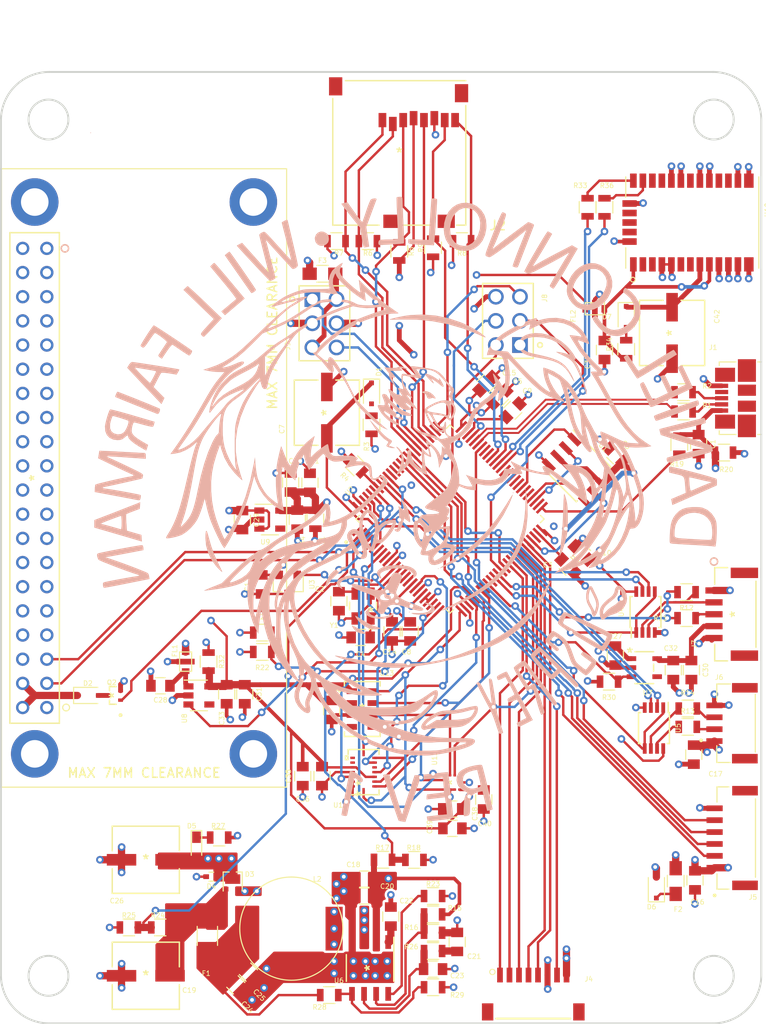
<source format=kicad_pcb>
(kicad_pcb (version 20171130) (host pcbnew "(5.1.6)-1")
  (layers (0 F.Cu signal hide) (1 In1.Cu power hide) (2 In2.Cu power hide) (31 B.Cu signal) (34 B.Paste user hide) (35 F.Paste user hide) (36 B.SilkS user) (37 F.SilkS user hide) (38 B.Mask user hide) (39 F.Mask user hide) (44 Edge.Cuts user))
  (net 0 "")
  (net 1 GND)
  (net 2 /VDD_5V_USB)
  (net 3 "Net-(C2-Pad1)")
  (net 4 "Net-(C3-Pad1)")
  (net 5 "Net-(C4-Pad2)")
  (net 6 "Net-(C5-Pad1)")
  (net 7 /VDD_3V3_STM)
  (net 8 "Net-(C7-Pad1)")
  (net 9 /VDD_5V_RADIO)
  (net 10 /VBAT)
  (net 11 "Net-(C19-Pad1)")
  (net 12 "Net-(C21-Pad1)")
  (net 13 "Net-(C22-Pad1)")
  (net 14 "Net-(C22-Pad2)")
  (net 15 "Net-(C23-Pad1)")
  (net 16 /Power/VDD_5V_BUCK)
  (net 17 /VDD_5V_IN)
  (net 18 "Net-(C28-Pad1)")
  (net 19 /VDD_3V3_SENSORS)
  (net 20 "Net-(C40-Pad1)")
  (net 21 "Net-(D1-Pad2)")
  (net 22 "Net-(D2-Pad1)")
  (net 23 "Net-(D5-Pad1)")
  (net 24 "Net-(D6-Pad1)")
  (net 25 /VDD_5V_AUX)
  (net 26 "Net-(J1-Pad4)")
  (net 27 "Net-(J1-Pad3)")
  (net 28 "Net-(J1-Pad2)")
  (net 29 /SDIO_D2)
  (net 30 /SDIO_D3)
  (net 31 /SDIO_CMD)
  (net 32 /SDIO_CK)
  (net 33 /SDIO_D0)
  (net 34 /SDIO_D1)
  (net 35 "Net-(J2-Pad9)")
  (net 36 "Net-(J2-Pad10)")
  (net 37 "Net-(J2-Pad12)")
  (net 38 "Net-(J2-Pad11)")
  (net 39 "Net-(J3-Pad1)")
  (net 40 /RASPI_I2C1_SDA)
  (net 41 /RASPI_I2C1_SCL)
  (net 42 "Net-(J3-Pad8)")
  (net 43 "Net-(J3-Pad7)")
  (net 44 "Net-(J3-Pad10)")
  (net 45 "Net-(J3-Pad12)")
  (net 46 "Net-(J3-Pad11)")
  (net 47 "Net-(J3-Pad13)")
  (net 48 "Net-(J3-Pad16)")
  (net 49 "Net-(J3-Pad15)")
  (net 50 "Net-(J3-Pad18)")
  (net 51 "Net-(J3-Pad17)")
  (net 52 "Net-(J3-Pad19)")
  (net 53 "Net-(J3-Pad22)")
  (net 54 "Net-(J3-Pad21)")
  (net 55 "Net-(J3-Pad24)")
  (net 56 "Net-(J3-Pad23)")
  (net 57 "Net-(J3-Pad26)")
  (net 58 "Net-(J3-Pad28)")
  (net 59 "Net-(J3-Pad27)")
  (net 60 "Net-(J3-Pad29)")
  (net 61 "Net-(J3-Pad32)")
  (net 62 "Net-(J3-Pad31)")
  (net 63 "Net-(J3-Pad33)")
  (net 64 "Net-(J3-Pad36)")
  (net 65 "Net-(J3-Pad35)")
  (net 66 "Net-(J3-Pad38)")
  (net 67 "Net-(J3-Pad37)")
  (net 68 "Net-(J3-Pad40)")
  (net 69 /ESC_TLM)
  (net 70 /ESC_Current_Sense)
  (net 71 /FMU_CH1)
  (net 72 /FMU_CH2)
  (net 73 /FMU_CH3)
  (net 74 /FMU_CH4)
  (net 75 /FMU_USART2_RTS)
  (net 76 /FMU_USART2_CTS)
  (net 77 /FMU_USART2_RX)
  (net 78 /FMU_USART2_TX)
  (net 79 /CONNECTORS/rx_frsky)
  (net 80 /CONNECTORS/tx_frsky)
  (net 81 /VDD_3V3_RADIO)
  (net 82 "Net-(J7-Pad3)")
  (net 83 /CONNECTORS/rc_in)
  (net 84 /SWCLK)
  (net 85 /SWDIO)
  (net 86 /FMU_UART7_RX)
  (net 87 /FMU_UART7_TX)
  (net 88 /SERVO_CH1_GPIO)
  (net 89 /SERVO_CH2_GPIO)
  (net 90 /RPI_POWER_CTRL)
  (net 91 "Net-(R4-Pad1)")
  (net 92 /RSSI_IN)
  (net 93 "Net-(R12-Pad2)")
  (net 94 "Net-(R13-Pad1)")
  (net 95 "Net-(R14-Pad1)")
  (net 96 "Net-(R15-Pad1)")
  (net 97 /VBAT_SENSE)
  (net 98 /VDD_USB_VALID)
  (net 99 /VDD_5V_SENSE)
  (net 100 "Net-(R23-Pad1)")
  (net 101 /VDD_BUCK_VALID)
  (net 102 /Power/vsense)
  (net 103 /VDD_3V3_RADIO_EN)
  (net 104 /GPS_USART6_RX)
  (net 105 "Net-(R33-Pad2)")
  (net 106 /GPS_USART6_TX)
  (net 107 "Net-(R36-Pad1)")
  (net 108 /FRAM_SCK)
  (net 109 /FRAM_MOSI)
  (net 110 /FRAM_MISO)
  (net 111 /FRAM_CS)
  (net 112 /RC_INPUT_USART1_RX)
  (net 113 /RC_OUTPUT_USART1_TX)
  (net 114 /SBUS_INV)
  (net 115 /FrSky_INV)
  (net 116 /FMU_USART8_TX)
  (net 117 /FMU_USART8_RX)
  (net 118 "Net-(U7-Pad4)")
  (net 119 "Net-(U8-Pad4)")
  (net 120 /VDD_3V3_SENSORS_EN)
  (net 121 "Net-(U9-Pad4)")
  (net 122 /Sensors/RF_SIGNALS)
  (net 123 "Net-(U10-Pad20)")
  (net 124 "Net-(U10-Pad23)")
  (net 125 "Net-(U10-Pad24)")
  (net 126 "Net-(U10-Pad7)")
  (net 127 "Net-(U10-Pad6)")
  (net 128 "Net-(U10-Pad3)")
  (net 129 "Net-(U10-Pad2)")
  (net 130 "Net-(U10-Pad30)")
  (net 131 "Net-(U10-Pad28)")
  (net 132 "Net-(U10-Pad29)")
  (net 133 /IMU_GYRO_CS)
  (net 134 "Net-(U11-Pad2)")
  (net 135 "Net-(U11-Pad1)")
  (net 136 /ACCEL_DRDY)
  (net 137 /SENSOR_MISO)
  (net 138 /IMU_ACCEL_CS)
  (net 139 "Net-(U11-Pad13)")
  (net 140 /GYRO_DRDY)
  (net 141 /SENSOR_MOSI)
  (net 142 /SENSOR_SCK)
  (net 143 "Net-(U12-Pad7)")
  (net 144 /MAG_DRDY)
  (net 145 /MAG_CS)
  (net 146 "Net-(U12-Pad12)")
  (net 147 /BARO_CS)
  (net 148 "Net-(U13-Pad4)")
  (net 149 /~RST)
  (net 150 "Net-(U2-Pad68)")
  (net 151 "Net-(U2-Pad67)")
  (net 152 "Net-(U2-Pad61)")
  (net 153 "Net-(U2-Pad60)")
  (net 154 "Net-(U2-Pad59)")
  (net 155 "Net-(U2-Pad58)")
  (net 156 "Net-(U2-Pad52)")
  (net 157 "Net-(U2-Pad23)")
  (net 158 "Net-(U2-Pad9)")
  (net 159 "Net-(U2-Pad1)")
  (net 160 "Net-(U2-Pad90)")
  (net 161 "Net-(U2-Pad88)")
  (net 162 "Net-(U2-Pad48)")
  (net 163 "Net-(U2-Pad33)")
  (net 164 /Sensors/GPS_VCC)
  (net 165 /Sensors/V_BCKP)
  (net 166 "Net-(D2-Pad2)")
  (net 167 "Net-(D7-Pad2)")
  (net 168 "Net-(J1-Pad6)")
  (net 169 /OTG_FS_D_N)
  (net 170 /OTG_FS_D_P)
  (net 171 /DEBUG_LED_1)
  (net 172 /DEBUG_LED_2)
  (net 173 "Net-(U2-Pad4)")
  (net 174 "Net-(U2-Pad15)")
  (net 175 "Net-(U2-Pad7)")
  (net 176 "Net-(U2-Pad77)")
  (net 177 "Net-(U2-Pad62)")
  (net 178 "Net-(U2-Pad89)")
  (net 179 "Net-(U2-Pad35)")
  (net 180 "Net-(U2-Pad16)")
  (module drone_footprints:osprey_bitmap (layer B.Cu) (at 122.428 103.378 180)
    (fp_text reference G*** hide)
    (fp_text value LOGO hide)
  )
  (module drone_footprints:CAM_M8Q_0 (layer F.Cu) (at 152.24084 76.27802 270)
    (fp_text reference U10 (at -1.326775 -7.895505 90) (layer F.SilkS) (effects (font (size 0.508 0.508) (thickness 0.0762))))
    (fp_text value CAM-M8Q-0 hide)
    (pad 29 smd rect (at 0 6.6 270) (size 0.7 1.5) (layers F.Cu F.Paste F.Mask) (net 132 "Net-(U10-Pad29)"))
    (pad 28 smd rect (at -1 6.6 270) (size 0.7 1.5) (layers F.Cu F.Paste F.Mask) (net 131 "Net-(U10-Pad28)"))
    (pad 30 smd rect (at 1 6.6 270) (size 0.7 1.5) (layers F.Cu F.Paste F.Mask) (net 130 "Net-(U10-Pad30)"))
    (pad 31 smd rect (at 2 6.6 270) (size 0.7 1.5) (layers F.Cu F.Paste F.Mask) (net 1 GND))
    (pad 27 smd rect (at -2 6.6 270) (size 0.7 1.5) (layers F.Cu F.Paste F.Mask) (net 1 GND))
    (pad 1 smd rect (at 4.4 6.2 270) (size 1.5 0.7) (layers F.Cu F.Paste F.Mask) (net 164 /Sensors/GPS_VCC))
    (pad 2 smd rect (at 4.4 5.2 270) (size 1.5 0.7) (layers F.Cu F.Paste F.Mask) (net 129 "Net-(U10-Pad2)"))
    (pad 3 smd rect (at 4.4 4.2 270) (size 1.5 0.7) (layers F.Cu F.Paste F.Mask) (net 128 "Net-(U10-Pad3)"))
    (pad 4 smd rect (at 4.4 3.2 270) (size 1.5 0.7) (layers F.Cu F.Paste F.Mask) (net 1 GND))
    (pad 5 smd rect (at 4.4 2.2 270) (size 1.5 0.7) (layers F.Cu F.Paste F.Mask) (net 1 GND))
    (pad 6 smd rect (at 4.4 1.2 270) (size 1.5 0.7) (layers F.Cu F.Paste F.Mask) (net 127 "Net-(U10-Pad6)"))
    (pad 7 smd rect (at 4.4 0.2 270) (size 1.5 0.7) (layers F.Cu F.Paste F.Mask) (net 126 "Net-(U10-Pad7)"))
    (pad 8 smd rect (at 4.4 -0.8 270) (size 1.5 0.7) (layers F.Cu F.Paste F.Mask) (net 165 /Sensors/V_BCKP))
    (pad 9 smd rect (at 4.4 -1.8 270) (size 1.5 0.7) (layers F.Cu F.Paste F.Mask) (net 164 /Sensors/GPS_VCC))
    (pad 10 smd rect (at 4.4 -2.8 270) (size 1.5 0.7) (layers F.Cu F.Paste F.Mask) (net 1 GND))
    (pad 11 smd rect (at 4.4 -3.8 270) (size 1.5 0.7) (layers F.Cu F.Paste F.Mask) (net 1 GND))
    (pad 12 smd rect (at 4.4 -4.8 270) (size 1.5 0.7) (layers F.Cu F.Paste F.Mask) (net 1 GND))
    (pad 26 smd rect (at -4.4 6.2 270) (size 1.5 0.7) (layers F.Cu F.Paste F.Mask) (net 105 "Net-(R33-Pad2)"))
    (pad 25 smd rect (at -4.4 5.2 270) (size 1.5 0.7) (layers F.Cu F.Paste F.Mask) (net 107 "Net-(R36-Pad1)"))
    (pad 24 smd rect (at -4.4 4.2 270) (size 1.5 0.7) (layers F.Cu F.Paste F.Mask) (net 125 "Net-(U10-Pad24)"))
    (pad 23 smd rect (at -4.4 3.2 270) (size 1.5 0.7) (layers F.Cu F.Paste F.Mask) (net 124 "Net-(U10-Pad23)"))
    (pad 22 smd rect (at -4.4 2.2 270) (size 1.5 0.7) (layers F.Cu F.Paste F.Mask) (net 1 GND))
    (pad 21 smd rect (at -4.4 1.2 270) (size 1.5 0.7) (layers F.Cu F.Paste F.Mask) (net 1 GND))
    (pad 20 smd rect (at -4.4 0.2 270) (size 1.5 0.7) (layers F.Cu F.Paste F.Mask) (net 123 "Net-(U10-Pad20)"))
    (pad 19 smd rect (at -4.4 -0.8 270) (size 1.5 0.7) (layers F.Cu F.Paste F.Mask) (net 1 GND))
    (pad 18 smd rect (at -4.4 -1.8 270) (size 1.5 0.7) (layers F.Cu F.Paste F.Mask) (net 1 GND))
    (pad 17 smd rect (at -4.4 -2.8 270) (size 1.5 0.7) (layers F.Cu F.Paste F.Mask) (net 122 /Sensors/RF_SIGNALS))
    (pad 16 smd rect (at -4.4 -3.8 270) (size 1.5 0.7) (layers F.Cu F.Paste F.Mask) (net 122 /Sensors/RF_SIGNALS))
    (pad 15 smd rect (at -4.4 -4.8 270) (size 1.5 0.7) (layers F.Cu F.Paste F.Mask) (net 1 GND))
    (pad 14 smd rect (at -4.4 -5.95 270) (size 1.5 1) (layers F.Cu F.Paste F.Mask) (net 1 GND))
    (pad 13 smd rect (at 4.4 -5.95 270) (size 1.5 1) (layers F.Cu F.Paste F.Mask) (net 1 GND))
  )
  (module drone_footprints:UWT0G221MCL6GS (layer F.Cu) (at 150.114 87.884 270)
    (fp_text reference C42 (at -1.7272 -4.7244 90) (layer F.SilkS) (effects (font (size 0.508 0.508) (thickness 0.0762))))
    (fp_text value C_220u hide)
    (fp_text user * (at 0 0 90) (layer F.SilkS))
    (pad 1 smd rect (at -2.7051 0 270) (size 2.9972 1.2192) (layers F.Cu F.Paste F.Mask) (net 165 /Sensors/V_BCKP))
    (pad 2 smd rect (at 2.7051 0 270) (size 2.9972 1.2192) (layers F.Cu F.Paste F.Mask) (net 1 GND))
  )
  (module drone_footprints:QFP50P1600X1600X160-100N (layer F.Cu) (at 126.746 107.442 45)
    (fp_text reference U2 (at -5.385 -9.545 45) (layer F.SilkS) (effects (font (size 0.508 0.508) (thickness 0.0762))))
    (fp_text value STM32F427VITx)
    (pad 26 smd rect (at -6 7.68 45) (size 0.28 1.56) (layers F.Cu F.Paste F.Mask) (net 133 /IMU_GYRO_CS))
    (pad 27 smd rect (at -5.5 7.68 45) (size 0.28 1.56) (layers F.Cu F.Paste F.Mask) (net 1 GND))
    (pad 28 smd rect (at -5 7.68 45) (size 0.28 1.56) (layers F.Cu F.Paste F.Mask) (net 7 /VDD_3V3_STM))
    (pad 29 smd rect (at -4.5 7.68 45) (size 0.28 1.56) (layers F.Cu F.Paste F.Mask) (net 138 /IMU_ACCEL_CS))
    (pad 30 smd rect (at -4 7.68 45) (size 0.28 1.56) (layers F.Cu F.Paste F.Mask) (net 142 /SENSOR_SCK))
    (pad 31 smd rect (at -3.5 7.68 45) (size 0.28 1.56) (layers F.Cu F.Paste F.Mask) (net 137 /SENSOR_MISO))
    (pad 32 smd rect (at -3 7.68 45) (size 0.28 1.56) (layers F.Cu F.Paste F.Mask) (net 141 /SENSOR_MOSI))
    (pad 33 smd rect (at -2.5 7.68 45) (size 0.28 1.56) (layers F.Cu F.Paste F.Mask) (net 163 "Net-(U2-Pad33)"))
    (pad 34 smd rect (at -2 7.68 45) (size 0.28 1.56) (layers F.Cu F.Paste F.Mask) (net 103 /VDD_3V3_RADIO_EN))
    (pad 35 smd rect (at -1.5 7.68 45) (size 0.28 1.56) (layers F.Cu F.Paste F.Mask) (net 179 "Net-(U2-Pad35)"))
    (pad 36 smd rect (at -1 7.68 45) (size 0.28 1.56) (layers F.Cu F.Paste F.Mask) (net 114 /SBUS_INV))
    (pad 37 smd rect (at -0.5 7.68 45) (size 0.28 1.56) (layers F.Cu F.Paste F.Mask) (net 92 /RSSI_IN))
    (pad 38 smd rect (at 0 7.68 45) (size 0.28 1.56) (layers F.Cu F.Paste F.Mask) (net 86 /FMU_UART7_RX))
    (pad 39 smd rect (at 0.5 7.68 45) (size 0.28 1.56) (layers F.Cu F.Paste F.Mask) (net 87 /FMU_UART7_TX))
    (pad 40 smd rect (at 1 7.68 45) (size 0.28 1.56) (layers F.Cu F.Paste F.Mask) (net 74 /FMU_CH4))
    (pad 41 smd rect (at 1.5 7.68 45) (size 0.28 1.56) (layers F.Cu F.Paste F.Mask) (net 69 /ESC_TLM))
    (pad 42 smd rect (at 2 7.68 45) (size 0.28 1.56) (layers F.Cu F.Paste F.Mask) (net 73 /FMU_CH3))
    (pad 43 smd rect (at 2.5 7.68 45) (size 0.28 1.56) (layers F.Cu F.Paste F.Mask) (net 144 /MAG_DRDY))
    (pad 44 smd rect (at 3 7.68 45) (size 0.28 1.56) (layers F.Cu F.Paste F.Mask) (net 72 /FMU_CH2))
    (pad 45 smd rect (at 3.5 7.68 45) (size 0.28 1.56) (layers F.Cu F.Paste F.Mask) (net 71 /FMU_CH1))
    (pad 46 smd rect (at 4 7.68 45) (size 0.28 1.56) (layers F.Cu F.Paste F.Mask) (net 70 /ESC_Current_Sense))
    (pad 47 smd rect (at 4.5 7.68 45) (size 0.28 1.56) (layers F.Cu F.Paste F.Mask) (net 108 /FRAM_SCK))
    (pad 48 smd rect (at 5 7.68 45) (size 0.28 1.56) (layers F.Cu F.Paste F.Mask) (net 162 "Net-(U2-Pad48)"))
    (pad 49 smd rect (at 5.5 7.68 45) (size 0.28 1.56) (layers F.Cu F.Paste F.Mask) (net 4 "Net-(C3-Pad1)"))
    (pad 50 smd rect (at 6 7.68 45) (size 0.28 1.56) (layers F.Cu F.Paste F.Mask) (net 7 /VDD_3V3_STM))
    (pad 76 smd rect (at 6 -7.68 45) (size 0.28 1.56) (layers F.Cu F.Paste F.Mask) (net 84 /SWCLK))
    (pad 77 smd rect (at 5.5 -7.68 45) (size 0.28 1.56) (layers F.Cu F.Paste F.Mask) (net 176 "Net-(U2-Pad77)"))
    (pad 78 smd rect (at 5 -7.68 45) (size 0.28 1.56) (layers F.Cu F.Paste F.Mask) (net 29 /SDIO_D2))
    (pad 79 smd rect (at 4.5 -7.68 45) (size 0.28 1.56) (layers F.Cu F.Paste F.Mask) (net 30 /SDIO_D3))
    (pad 80 smd rect (at 4 -7.68 45) (size 0.28 1.56) (layers F.Cu F.Paste F.Mask) (net 32 /SDIO_CK))
    (pad 81 smd rect (at 3.5 -7.68 45) (size 0.28 1.56) (layers F.Cu F.Paste F.Mask) (net 88 /SERVO_CH1_GPIO))
    (pad 82 smd rect (at 3 -7.68 45) (size 0.28 1.56) (layers F.Cu F.Paste F.Mask) (net 89 /SERVO_CH2_GPIO))
    (pad 83 smd rect (at 2.5 -7.68 45) (size 0.28 1.56) (layers F.Cu F.Paste F.Mask) (net 31 /SDIO_CMD))
    (pad 84 smd rect (at 2 -7.68 45) (size 0.28 1.56) (layers F.Cu F.Paste F.Mask) (net 76 /FMU_USART2_CTS))
    (pad 85 smd rect (at 1.5 -7.68 45) (size 0.28 1.56) (layers F.Cu F.Paste F.Mask) (net 75 /FMU_USART2_RTS))
    (pad 86 smd rect (at 1 -7.68 45) (size 0.28 1.56) (layers F.Cu F.Paste F.Mask) (net 78 /FMU_USART2_TX))
    (pad 87 smd rect (at 0.5 -7.68 45) (size 0.28 1.56) (layers F.Cu F.Paste F.Mask) (net 77 /FMU_USART2_RX))
    (pad 88 smd rect (at 0 -7.68 45) (size 0.28 1.56) (layers F.Cu F.Paste F.Mask) (net 161 "Net-(U2-Pad88)"))
    (pad 89 smd rect (at -0.5 -7.68 45) (size 0.28 1.56) (layers F.Cu F.Paste F.Mask) (net 178 "Net-(U2-Pad89)"))
    (pad 90 smd rect (at -1 -7.68 45) (size 0.28 1.56) (layers F.Cu F.Paste F.Mask) (net 160 "Net-(U2-Pad90)"))
    (pad 91 smd rect (at -1.5 -7.68 45) (size 0.28 1.56) (layers F.Cu F.Paste F.Mask) (net 101 /VDD_BUCK_VALID))
    (pad 92 smd rect (at -2 -7.68 45) (size 0.28 1.56) (layers F.Cu F.Paste F.Mask) (net 113 /RC_OUTPUT_USART1_TX))
    (pad 93 smd rect (at -2.5 -7.68 45) (size 0.28 1.56) (layers F.Cu F.Paste F.Mask) (net 112 /RC_INPUT_USART1_RX))
    (pad 94 smd rect (at -3 -7.68 45) (size 0.28 1.56) (layers F.Cu F.Paste F.Mask) (net 91 "Net-(R4-Pad1)"))
    (pad 95 smd rect (at -3.5 -7.68 45) (size 0.28 1.56) (layers F.Cu F.Paste F.Mask) (net 41 /RASPI_I2C1_SCL))
    (pad 96 smd rect (at -4 -7.68 45) (size 0.28 1.56) (layers F.Cu F.Paste F.Mask) (net 40 /RASPI_I2C1_SDA))
    (pad 97 smd rect (at -4.5 -7.68 45) (size 0.28 1.56) (layers F.Cu F.Paste F.Mask) (net 117 /FMU_USART8_RX))
    (pad 98 smd rect (at -5 -7.68 45) (size 0.28 1.56) (layers F.Cu F.Paste F.Mask) (net 116 /FMU_USART8_TX))
    (pad 99 smd rect (at -5.5 -7.68 45) (size 0.28 1.56) (layers F.Cu F.Paste F.Mask) (net 1 GND))
    (pad 100 smd rect (at -6 -7.68 45) (size 0.28 1.56) (layers F.Cu F.Paste F.Mask) (net 7 /VDD_3V3_STM))
    (pad 1 smd rect (at -7.68 -6 45) (size 1.56 0.28) (layers F.Cu F.Paste F.Mask) (net 159 "Net-(U2-Pad1)"))
    (pad 2 smd rect (at -7.68 -5.5 45) (size 1.56 0.28) (layers F.Cu F.Paste F.Mask) (net 120 /VDD_3V3_SENSORS_EN))
    (pad 3 smd rect (at -7.68 -5 45) (size 1.56 0.28) (layers F.Cu F.Paste F.Mask) (net 145 /MAG_CS))
    (pad 4 smd rect (at -7.68 -4.5 45) (size 1.56 0.28) (layers F.Cu F.Paste F.Mask) (net 173 "Net-(U2-Pad4)"))
    (pad 5 smd rect (at -7.68 -4 45) (size 1.56 0.28) (layers F.Cu F.Paste F.Mask) (net 90 /RPI_POWER_CTRL))
    (pad 6 smd rect (at -7.68 -3.5 45) (size 1.56 0.28) (layers F.Cu F.Paste F.Mask) (net 8 "Net-(C7-Pad1)"))
    (pad 7 smd rect (at -7.68 -3 45) (size 1.56 0.28) (layers F.Cu F.Paste F.Mask) (net 175 "Net-(U2-Pad7)"))
    (pad 8 smd rect (at -7.68 -2.5 45) (size 1.56 0.28) (layers F.Cu F.Paste F.Mask) (net 136 /ACCEL_DRDY))
    (pad 9 smd rect (at -7.68 -2 45) (size 1.56 0.28) (layers F.Cu F.Paste F.Mask) (net 158 "Net-(U2-Pad9)"))
    (pad 10 smd rect (at -7.68 -1.5 45) (size 1.56 0.28) (layers F.Cu F.Paste F.Mask) (net 1 GND))
    (pad 11 smd rect (at -7.68 -1 45) (size 1.56 0.28) (layers F.Cu F.Paste F.Mask) (net 7 /VDD_3V3_STM))
    (pad 12 smd rect (at -7.68 -0.5 45) (size 1.56 0.28) (layers F.Cu F.Paste F.Mask) (net 3 "Net-(C2-Pad1)"))
    (pad 13 smd rect (at -7.68 0 45) (size 1.56 0.28) (layers F.Cu F.Paste F.Mask) (net 5 "Net-(C4-Pad2)"))
    (pad 14 smd rect (at -7.68 0.5 45) (size 1.56 0.28) (layers F.Cu F.Paste F.Mask) (net 149 /~RST))
    (pad 15 smd rect (at -7.68 1 45) (size 1.56 0.28) (layers F.Cu F.Paste F.Mask) (net 174 "Net-(U2-Pad15)"))
    (pad 16 smd rect (at -7.68 1.5 45) (size 1.56 0.28) (layers F.Cu F.Paste F.Mask) (net 180 "Net-(U2-Pad16)"))
    (pad 17 smd rect (at -7.68 2 45) (size 1.56 0.28) (layers F.Cu F.Paste F.Mask) (net 147 /BARO_CS))
    (pad 18 smd rect (at -7.68 2.5 45) (size 1.56 0.28) (layers F.Cu F.Paste F.Mask) (net 140 /GYRO_DRDY))
    (pad 19 smd rect (at -7.68 3 45) (size 1.56 0.28) (layers F.Cu F.Paste F.Mask) (net 7 /VDD_3V3_STM))
    (pad 20 smd rect (at -7.68 3.5 45) (size 1.56 0.28) (layers F.Cu F.Paste F.Mask) (net 1 GND))
    (pad 21 smd rect (at -7.68 4 45) (size 1.56 0.28) (layers F.Cu F.Paste F.Mask) (net 7 /VDD_3V3_STM))
    (pad 22 smd rect (at -7.68 4.5 45) (size 1.56 0.28) (layers F.Cu F.Paste F.Mask) (net 7 /VDD_3V3_STM))
    (pad 23 smd rect (at -7.68 5 45) (size 1.56 0.28) (layers F.Cu F.Paste F.Mask) (net 157 "Net-(U2-Pad23)"))
    (pad 24 smd rect (at -7.68 5.5 45) (size 1.56 0.28) (layers F.Cu F.Paste F.Mask) (net 99 /VDD_5V_SENSE))
    (pad 25 smd rect (at -7.68 6 45) (size 1.56 0.28) (layers F.Cu F.Paste F.Mask) (net 97 /VBAT_SENSE))
    (pad 51 smd rect (at 7.68 6 45) (size 1.56 0.28) (layers F.Cu F.Paste F.Mask) (net 98 /VDD_USB_VALID))
    (pad 52 smd rect (at 7.68 5.5 45) (size 1.56 0.28) (layers F.Cu F.Paste F.Mask) (net 156 "Net-(U2-Pad52)"))
    (pad 53 smd rect (at 7.68 5 45) (size 1.56 0.28) (layers F.Cu F.Paste F.Mask) (net 110 /FRAM_MISO))
    (pad 54 smd rect (at 7.68 4.5 45) (size 1.56 0.28) (layers F.Cu F.Paste F.Mask) (net 109 /FRAM_MOSI))
    (pad 55 smd rect (at 7.68 4 45) (size 1.56 0.28) (layers F.Cu F.Paste F.Mask) (net 171 /DEBUG_LED_1))
    (pad 56 smd rect (at 7.68 3.5 45) (size 1.56 0.28) (layers F.Cu F.Paste F.Mask) (net 172 /DEBUG_LED_2))
    (pad 57 smd rect (at 7.68 3 45) (size 1.56 0.28) (layers F.Cu F.Paste F.Mask) (net 111 /FRAM_CS))
    (pad 58 smd rect (at 7.68 2.5 45) (size 1.56 0.28) (layers F.Cu F.Paste F.Mask) (net 155 "Net-(U2-Pad58)"))
    (pad 59 smd rect (at 7.68 2 45) (size 1.56 0.28) (layers F.Cu F.Paste F.Mask) (net 154 "Net-(U2-Pad59)"))
    (pad 60 smd rect (at 7.68 1.5 45) (size 1.56 0.28) (layers F.Cu F.Paste F.Mask) (net 153 "Net-(U2-Pad60)"))
    (pad 61 smd rect (at 7.68 1 45) (size 1.56 0.28) (layers F.Cu F.Paste F.Mask) (net 152 "Net-(U2-Pad61)"))
    (pad 62 smd rect (at 7.68 0.5 45) (size 1.56 0.28) (layers F.Cu F.Paste F.Mask) (net 177 "Net-(U2-Pad62)"))
    (pad 63 smd rect (at 7.68 0 45) (size 1.56 0.28) (layers F.Cu F.Paste F.Mask) (net 106 /GPS_USART6_TX))
    (pad 64 smd rect (at 7.68 -0.5 45) (size 1.56 0.28) (layers F.Cu F.Paste F.Mask) (net 104 /GPS_USART6_RX))
    (pad 65 smd rect (at 7.68 -1 45) (size 1.56 0.28) (layers F.Cu F.Paste F.Mask) (net 33 /SDIO_D0))
    (pad 66 smd rect (at 7.68 -1.5 45) (size 1.56 0.28) (layers F.Cu F.Paste F.Mask) (net 34 /SDIO_D1))
    (pad 67 smd rect (at 7.68 -2 45) (size 1.56 0.28) (layers F.Cu F.Paste F.Mask) (net 151 "Net-(U2-Pad67)"))
    (pad 68 smd rect (at 7.68 -2.5 45) (size 1.56 0.28) (layers F.Cu F.Paste F.Mask) (net 150 "Net-(U2-Pad68)"))
    (pad 69 smd rect (at 7.68 -3 45) (size 1.56 0.28) (layers F.Cu F.Paste F.Mask) (net 115 /FrSky_INV))
    (pad 70 smd rect (at 7.68 -3.5 45) (size 1.56 0.28) (layers F.Cu F.Paste F.Mask) (net 169 /OTG_FS_D_N))
    (pad 71 smd rect (at 7.68 -4 45) (size 1.56 0.28) (layers F.Cu F.Paste F.Mask) (net 170 /OTG_FS_D_P))
    (pad 72 smd rect (at 7.68 -4.5 45) (size 1.56 0.28) (layers F.Cu F.Paste F.Mask) (net 85 /SWDIO))
    (pad 73 smd rect (at 7.68 -5 45) (size 1.56 0.28) (layers F.Cu F.Paste F.Mask) (net 6 "Net-(C5-Pad1)"))
    (pad 74 smd rect (at 7.68 -5.5 45) (size 1.56 0.28) (layers F.Cu F.Paste F.Mask) (net 1 GND))
    (pad 75 smd rect (at 7.68 -6 45) (size 1.56 0.28) (layers F.Cu F.Paste F.Mask) (net 7 /VDD_3V3_STM))
  )
  (module drone_footprints:rpi_zero_w (layer F.Cu) (at 83.058 103.124 90)
    (fp_text reference J3 (at -30.48 -4.318 90) (layer F.SilkS) (effects (font (size 0.508 0.508) (thickness 0.0762))))
    (fp_text value rpi_zero_w hide)
    (fp_text user "MAX 7MM CLEARANCE" (at -31 11.5) (layer F.SilkS))
    (fp_text user "MAX 7MM CLEARANCE" (at 15.24 25 90) (layer F.SilkS))
    (fp_text user "MAX 7MM CLEARANCE" (at -31 11.5) (layer F.SilkS))
    (fp_text user * (at 0 0 90) (layer F.SilkS))
    (pad "" thru_hole circle (at 29 23 90) (size 5 5) (drill 2.9) (layers *.Cu *.Mask))
    (pad "" thru_hole circle (at -29 23 90) (size 5 5) (drill 2.9) (layers *.Cu *.Mask))
    (pad "" thru_hole circle (at 29 0 90) (size 5 5) (drill 2.9) (layers *.Cu *.Mask))
    (pad "" thru_hole circle (at -29 0 90) (size 5 5) (drill 2.9) (layers *.Cu *.Mask))
    (pad 39 thru_hole circle (at 24.13 1.27 180) (size 1.397 1.397) (drill 0.889) (layers *.Cu *.Mask) (net 1 GND))
    (pad 40 thru_hole circle (at 24.13 -1.27 180) (size 1.397 1.397) (drill 0.889) (layers *.Cu *.Mask) (net 68 "Net-(J3-Pad40)"))
    (pad 37 thru_hole circle (at 21.59 1.27 180) (size 1.397 1.397) (drill 0.889) (layers *.Cu *.Mask) (net 67 "Net-(J3-Pad37)"))
    (pad 38 thru_hole circle (at 21.59 -1.27 180) (size 1.397 1.397) (drill 0.889) (layers *.Cu *.Mask) (net 66 "Net-(J3-Pad38)"))
    (pad 35 thru_hole circle (at 19.05 1.27 180) (size 1.397 1.397) (drill 0.889) (layers *.Cu *.Mask) (net 65 "Net-(J3-Pad35)"))
    (pad 36 thru_hole circle (at 19.05 -1.27 180) (size 1.397 1.397) (drill 0.889) (layers *.Cu *.Mask) (net 64 "Net-(J3-Pad36)"))
    (pad 33 thru_hole circle (at 16.51 1.27 180) (size 1.397 1.397) (drill 0.889) (layers *.Cu *.Mask) (net 63 "Net-(J3-Pad33)"))
    (pad 34 thru_hole circle (at 16.51 -1.27 180) (size 1.397 1.397) (drill 0.889) (layers *.Cu *.Mask) (net 1 GND))
    (pad 31 thru_hole circle (at 13.97 1.27 180) (size 1.397 1.397) (drill 0.889) (layers *.Cu *.Mask) (net 62 "Net-(J3-Pad31)"))
    (pad 32 thru_hole circle (at 13.97 -1.27 180) (size 1.397 1.397) (drill 0.889) (layers *.Cu *.Mask) (net 61 "Net-(J3-Pad32)"))
    (pad 29 thru_hole circle (at 11.43 1.27 180) (size 1.397 1.397) (drill 0.889) (layers *.Cu *.Mask) (net 60 "Net-(J3-Pad29)"))
    (pad 30 thru_hole circle (at 11.43 -1.27 180) (size 1.397 1.397) (drill 0.889) (layers *.Cu *.Mask) (net 1 GND))
    (pad 27 thru_hole circle (at 8.89 1.27 180) (size 1.397 1.397) (drill 0.889) (layers *.Cu *.Mask) (net 59 "Net-(J3-Pad27)"))
    (pad 28 thru_hole circle (at 8.89 -1.27 180) (size 1.397 1.397) (drill 0.889) (layers *.Cu *.Mask) (net 58 "Net-(J3-Pad28)"))
    (pad 25 thru_hole circle (at 6.35 1.27 270) (size 1.397 1.397) (drill 0.889) (layers *.Cu *.Mask) (net 1 GND))
    (pad 26 thru_hole circle (at 6.35 -1.27 180) (size 1.397 1.397) (drill 0.889) (layers *.Cu *.Mask) (net 57 "Net-(J3-Pad26)"))
    (pad 23 thru_hole circle (at 3.81 1.27 180) (size 1.397 1.397) (drill 0.889) (layers *.Cu *.Mask) (net 56 "Net-(J3-Pad23)"))
    (pad 24 thru_hole circle (at 3.81 -1.27 180) (size 1.397 1.397) (drill 0.889) (layers *.Cu *.Mask) (net 55 "Net-(J3-Pad24)"))
    (pad 21 thru_hole circle (at 1.27 1.27 180) (size 1.397 1.397) (drill 0.889) (layers *.Cu *.Mask) (net 54 "Net-(J3-Pad21)"))
    (pad 22 thru_hole circle (at 1.27 -1.27 180) (size 1.397 1.397) (drill 0.889) (layers *.Cu *.Mask) (net 53 "Net-(J3-Pad22)"))
    (pad 19 thru_hole circle (at -1.27 1.27 180) (size 1.397 1.397) (drill 0.889) (layers *.Cu *.Mask) (net 52 "Net-(J3-Pad19)"))
    (pad 20 thru_hole circle (at -1.27 -1.27 180) (size 1.397 1.397) (drill 0.889) (layers *.Cu *.Mask) (net 1 GND))
    (pad 17 thru_hole circle (at -3.81 1.27 180) (size 1.397 1.397) (drill 0.889) (layers *.Cu *.Mask) (net 51 "Net-(J3-Pad17)"))
    (pad 18 thru_hole circle (at -3.81 -1.27 180) (size 1.397 1.397) (drill 0.889) (layers *.Cu *.Mask) (net 50 "Net-(J3-Pad18)"))
    (pad 15 thru_hole circle (at -6.35 1.27 180) (size 1.397 1.397) (drill 0.889) (layers *.Cu *.Mask) (net 49 "Net-(J3-Pad15)"))
    (pad 16 thru_hole circle (at -6.35 -1.27 180) (size 1.397 1.397) (drill 0.889) (layers *.Cu *.Mask) (net 48 "Net-(J3-Pad16)"))
    (pad 13 thru_hole circle (at -8.89 1.27 180) (size 1.397 1.397) (drill 0.889) (layers *.Cu *.Mask) (net 47 "Net-(J3-Pad13)"))
    (pad 14 thru_hole circle (at -8.89 -1.27 180) (size 1.397 1.397) (drill 0.889) (layers *.Cu *.Mask) (net 1 GND))
    (pad 11 thru_hole circle (at -11.43 1.27 180) (size 1.397 1.397) (drill 0.889) (layers *.Cu *.Mask) (net 46 "Net-(J3-Pad11)"))
    (pad 12 thru_hole circle (at -11.43 -1.27 180) (size 1.397 1.397) (drill 0.889) (layers *.Cu *.Mask) (net 45 "Net-(J3-Pad12)"))
    (pad 9 thru_hole circle (at -13.97 1.27 180) (size 1.397 1.397) (drill 0.889) (layers *.Cu *.Mask) (net 1 GND))
    (pad 10 thru_hole circle (at -13.97 -1.27 180) (size 1.397 1.397) (drill 0.889) (layers *.Cu *.Mask) (net 44 "Net-(J3-Pad10)"))
    (pad 7 thru_hole circle (at -16.51 1.27 180) (size 1.397 1.397) (drill 0.889) (layers *.Cu *.Mask) (net 43 "Net-(J3-Pad7)"))
    (pad 8 thru_hole circle (at -16.51 -1.27 180) (size 1.397 1.397) (drill 0.889) (layers *.Cu *.Mask) (net 42 "Net-(J3-Pad8)"))
    (pad 5 thru_hole circle (at -19.05 1.27 180) (size 1.397 1.397) (drill 0.889) (layers *.Cu *.Mask) (net 41 /RASPI_I2C1_SCL))
    (pad 6 thru_hole circle (at -19.05 -1.27 180) (size 1.397 1.397) (drill 0.889) (layers *.Cu *.Mask) (net 1 GND))
    (pad 3 thru_hole circle (at -21.59 1.27 180) (size 1.397 1.397) (drill 0.889) (layers *.Cu *.Mask) (net 40 /RASPI_I2C1_SDA))
    (pad 4 thru_hole circle (at -21.59 -1.27 180) (size 1.397 1.397) (drill 0.889) (layers *.Cu *.Mask) (net 22 "Net-(D2-Pad1)"))
    (pad 1 thru_hole circle (at -24.13 1.27 180) (size 1.397 1.397) (drill 0.889) (layers *.Cu *.Mask) (net 39 "Net-(J3-Pad1)"))
    (pad 2 thru_hole circle (at -24.13 -1.27 180) (size 1.397 1.397) (drill 0.889) (layers *.Cu *.Mask) (net 22 "Net-(D2-Pad1)"))
  )
  (module drone_footprints:SOT1061 (layer F.Cu) (at 103.886 145.542)
    (fp_text reference D3 (at 1.778 -0.762) (layer F.SilkS) (effects (font (size 0.508 0.508) (thickness 0.0762))))
    (fp_text value D_Schottky_x2_20V hide)
    (pad 3 smd rect (at 0 -0.8128) (size 0.4 0.5) (layers F.Cu F.Paste) (net 17 /VDD_5V_IN))
    (pad 1 smd rect (at -0.65 0.8) (size 0.4 0.5) (layers F.Cu F.Paste) (net 11 "Net-(C19-Pad1)"))
    (pad 2 smd rect (at 0.65 0.8) (size 0.4 0.5) (layers F.Cu F.Paste) (net 2 /VDD_5V_USB))
    (pad 3 smd rect (at 0 -0.875) (size 0 0) (layers F.Cu) (net 17 /VDD_5V_IN))
    (pad 3 smd rect (at 0 -0.254) (size 1.6 1) (layers F.Cu F.Paste F.Mask) (net 17 /VDD_5V_IN))
  )
  (module drone_footprints:TPS54335ADDA (layer F.Cu) (at 118.34114 154.62504 270)
    (fp_text reference U6 (at 1.33096 3.27914) (layer F.SilkS) (effects (font (size 0.508 0.508) (thickness 0.0762))))
    (fp_text value Buck_Converter_2 hide)
    (fp_text user * (at 0 0 90) (layer F.SilkS))
    (fp_text user * (at 0 0 90) (layer F.SilkS))
    (pad 9 smd rect (at 0 0 270) (size 2.949999 4.900001) (layers F.Cu F.Paste F.Mask) (net 1 GND))
    (pad 8 smd rect (at 2.724998 -1.905) (size 0.599999 1.45) (layers F.Cu F.Paste F.Mask) (net 100 "Net-(R23-Pad1)"))
    (pad 7 smd rect (at 2.724998 -0.635) (size 0.599999 1.45) (layers F.Cu F.Paste F.Mask) (net 96 "Net-(R15-Pad1)"))
    (pad 6 smd rect (at 2.724998 0.635) (size 0.599999 1.45) (layers F.Cu F.Paste F.Mask) (net 15 "Net-(C23-Pad1)"))
    (pad 5 smd rect (at 2.724998 1.905) (size 0.599999 1.45) (layers F.Cu F.Paste F.Mask) (net 102 /Power/vsense))
    (pad 4 smd rect (at -2.725001 1.905) (size 0.599999 1.45) (layers F.Cu F.Paste F.Mask) (net 1 GND))
    (pad 3 smd rect (at -2.725001 0.635) (size 0.599999 1.45) (layers F.Cu F.Paste F.Mask) (net 13 "Net-(C22-Pad1)"))
    (pad 2 smd rect (at -2.725001 -0.635) (size 0.599999 1.45) (layers F.Cu F.Paste F.Mask) (net 10 /VBAT))
    (pad 1 smd rect (at -2.725001 -1.905) (size 0.599999 1.45) (layers F.Cu F.Paste F.Mask) (net 14 "Net-(C22-Pad2)"))
  )
  (module TO_SOT_Packages_SMD:SOT-23 (layer F.Cu) (at 109.728 114.316 270)
    (fp_text reference U3 (at 0 -2.5 90) (layer F.SilkS) (effects (font (size 0.508 0.508) (thickness 0.0762))))
    (fp_text value MCP131T-300E_TT)
    (pad 1 smd rect (at -1 -0.95 270) (size 0.9 0.8) (layers F.Cu F.Paste F.Mask) (net 149 /~RST))
    (pad 2 smd rect (at -1 0.95 270) (size 0.9 0.8) (layers F.Cu F.Paste F.Mask) (net 7 /VDD_3V3_STM))
    (pad 3 smd rect (at 1 0 270) (size 0.9 0.8) (layers F.Cu F.Paste F.Mask) (net 1 GND))
  )
  (module Capacitors_SMD:C_0805 (layer F.Cu) (at 104.212107 156.409107 315)
    (fp_text reference C24 (at 2.5023 0.808223 135) (layer F.SilkS) (effects (font (size 0.508 0.508) (thickness 0.0762))))
    (fp_text value C_47u)
    (pad 1 smd rect (at -1 0 315) (size 1 1.25) (layers F.Cu F.Paste F.Mask) (net 16 /Power/VDD_5V_BUCK))
    (pad 2 smd rect (at 1 0 315) (size 1 1.25) (layers F.Cu F.Paste F.Mask) (net 1 GND))
  )
  (module Connectors_USB:USB_Micro-B_Molex_47346-0001 (layer F.Cu) (at 157.988 94.742 90)
    (fp_text reference J1 (at 5.334 -3.556) (layer F.SilkS) (effects (font (size 0.508 0.508) (thickness 0.0762))))
    (fp_text value Micro_USB)
    (pad 1 smd rect (at -1.3 -2.66 90) (size 0.45 1.38) (layers F.Cu F.Paste F.Mask) (net 2 /VDD_5V_USB))
    (pad 2 smd rect (at -0.65 -2.66 90) (size 0.45 1.38) (layers F.Cu F.Paste F.Mask) (net 28 "Net-(J1-Pad2)"))
    (pad 3 smd rect (at 0 -2.66 90) (size 0.45 1.38) (layers F.Cu F.Paste F.Mask) (net 27 "Net-(J1-Pad3)"))
    (pad 4 smd rect (at 0.65 -2.66 90) (size 0.45 1.38) (layers F.Cu F.Paste F.Mask) (net 26 "Net-(J1-Pad4)"))
    (pad 5 smd rect (at 1.3 -2.66 90) (size 0.45 1.38) (layers F.Cu F.Paste F.Mask) (net 1 GND))
    (pad 6 smd rect (at -2.4625 -2.3 90) (size 1.475 2.1) (layers F.Cu F.Paste F.Mask) (net 168 "Net-(J1-Pad6)"))
    (pad 6 smd rect (at 2.4625 -2.3 90) (size 1.475 2.1) (layers F.Cu F.Paste F.Mask) (net 168 "Net-(J1-Pad6)"))
    (pad 6 smd rect (at -2.91 0 90) (size 2.375 1.9) (layers F.Cu F.Paste F.Mask) (net 168 "Net-(J1-Pad6)"))
    (pad 6 smd rect (at 2.91 0 90) (size 2.375 1.9) (layers F.Cu F.Paste F.Mask) (net 168 "Net-(J1-Pad6)"))
    (pad 6 smd rect (at -0.84 0 90) (size 1.175 1.9) (layers F.Cu F.Paste F.Mask) (net 168 "Net-(J1-Pad6)"))
    (pad 6 smd rect (at 0.84 0 90) (size 1.175 1.9) (layers F.Cu F.Paste F.Mask) (net 168 "Net-(J1-Pad6)"))
  )
  (module drone_footprints:UWT0G221MCL6GS (layer F.Cu) (at 113.792 96.266 90)
    (fp_text reference C7 (at -1.7272 -4.7244 90) (layer F.SilkS) (effects (font (size 0.508 0.508) (thickness 0.0762))))
    (fp_text value C_220u hide)
    (fp_text user * (at 0 0 90) (layer F.SilkS))
    (pad 1 smd rect (at -2.7051 0 90) (size 2.9972 1.2192) (layers F.Cu F.Paste F.Mask) (net 8 "Net-(C7-Pad1)"))
    (pad 2 smd rect (at 2.7051 0 90) (size 2.9972 1.2192) (layers F.Cu F.Paste F.Mask) (net 1 GND))
  )
  (module drone_footprints:744066150 (layer F.Cu) (at 114.554 150.495 270)
    (fp_text reference L2 (at -5.207 1.778 180) (layer F.SilkS) (effects (font (size 0.508 0.508) (thickness 0.0762))))
    (fp_text value L_15u hide)
    (pad 2 smd rect (at 0 9 270) (size 4.6 1.8) (layers F.Cu F.Paste F.Mask) (net 16 /Power/VDD_5V_BUCK))
    (pad 1 smd rect (at 0 0 270) (size 4.6 1.8) (layers F.Cu F.Paste F.Mask) (net 13 "Net-(C22-Pad1)"))
  )
  (module Capacitors_SMD:C_0805 (layer F.Cu) (at 152.908 99.568 270)
    (fp_text reference C1 (at 0 -1.5 90) (layer F.SilkS) (effects (font (size 0.508 0.508) (thickness 0.0762))))
    (fp_text value C_0u1)
    (pad 1 smd rect (at -1 0 270) (size 1 1.25) (layers F.Cu F.Paste F.Mask) (net 2 /VDD_5V_USB))
    (pad 2 smd rect (at 1 0 270) (size 1 1.25) (layers F.Cu F.Paste F.Mask) (net 1 GND))
  )
  (module Capacitors_SMD:C_0805 (layer F.Cu) (at 115.062 116.078 270)
    (fp_text reference C2 (at -1.27 2.032 180) (layer F.SilkS) (effects (font (size 0.508 0.508) (thickness 0.0762))))
    (fp_text value C_8p)
    (pad 1 smd rect (at -1 0 270) (size 1 1.25) (layers F.Cu F.Paste F.Mask) (net 3 "Net-(C2-Pad1)"))
    (pad 2 smd rect (at 1 0 270) (size 1 1.25) (layers F.Cu F.Paste F.Mask) (net 1 GND))
  )
  (module Capacitors_SMD:C_0805 (layer F.Cu) (at 139.192 112.395 315)
    (fp_text reference C3 (at -1.616446 1.436841) (layer F.SilkS) (effects (font (size 0.508 0.508) (thickness 0.0762))))
    (fp_text value C_2u2)
    (pad 1 smd rect (at -1 0 315) (size 1 1.25) (layers F.Cu F.Paste F.Mask) (net 4 "Net-(C3-Pad1)"))
    (pad 2 smd rect (at 1 0 315) (size 1 1.25) (layers F.Cu F.Paste F.Mask) (net 1 GND))
  )
  (module Capacitors_SMD:C_0805 (layer F.Cu) (at 117.348 119.888)
    (fp_text reference C4 (at 0 1.778) (layer F.SilkS) (effects (font (size 0.508 0.508) (thickness 0.0762))))
    (fp_text value C_8p)
    (pad 1 smd rect (at -1 0) (size 1 1.25) (layers F.Cu F.Paste F.Mask) (net 1 GND))
    (pad 2 smd rect (at 1 0) (size 1 1.25) (layers F.Cu F.Paste F.Mask) (net 5 "Net-(C4-Pad2)"))
  )
  (module Capacitors_SMD:C_0805 (layer F.Cu) (at 133.35 96.012 45)
    (fp_text reference C5 (at 2.514472 -1.796051 180) (layer F.SilkS) (effects (font (size 0.508 0.508) (thickness 0.0762))))
    (fp_text value C_2u2)
    (pad 1 smd rect (at -1 0 45) (size 1 1.25) (layers F.Cu F.Paste F.Mask) (net 6 "Net-(C5-Pad1)"))
    (pad 2 smd rect (at 1 0 45) (size 1 1.25) (layers F.Cu F.Paste F.Mask) (net 1 GND))
  )
  (module Capacitors_SMD:C_0805 (layer F.Cu) (at 144.202433 100.717633 315)
    (fp_text reference C6 (at 0 -1.5 135) (layer F.SilkS) (effects (font (size 0.508 0.508) (thickness 0.0762))))
    (fp_text value C_0u1)
    (pad 1 smd rect (at -1 0 315) (size 1 1.25) (layers F.Cu F.Paste F.Mask) (net 1 GND))
    (pad 2 smd rect (at 1 0 315) (size 1 1.25) (layers F.Cu F.Paste F.Mask) (net 7 /VDD_3V3_STM))
  )
  (module Capacitors_SMD:C_0805 (layer F.Cu) (at 122.555 119.253 90)
    (fp_text reference C8 (at -2.159 -0.381 180) (layer F.SilkS) (effects (font (size 0.508 0.508) (thickness 0.0762))))
    (fp_text value C_2u2)
    (pad 1 smd rect (at -1 0 90) (size 1 1.25) (layers F.Cu F.Paste F.Mask) (net 1 GND))
    (pad 2 smd rect (at 1 0 90) (size 1 1.25) (layers F.Cu F.Paste F.Mask) (net 7 /VDD_3V3_STM))
  )
  (module Capacitors_SMD:C_0805 (layer F.Cu) (at 131.953 94.615 225)
    (fp_text reference C9 (at -2.514472 -1.616446) (layer F.SilkS) (effects (font (size 0.508 0.508) (thickness 0.0762))))
    (fp_text value C_2u2)
    (pad 1 smd rect (at -1 0 225) (size 1 1.25) (layers F.Cu F.Paste F.Mask) (net 1 GND))
    (pad 2 smd rect (at 1 0 225) (size 1 1.25) (layers F.Cu F.Paste F.Mask) (net 7 /VDD_3V3_STM))
  )
  (module Capacitors_SMD:C_0805 (layer F.Cu) (at 140.589 110.998 135)
    (fp_text reference C10 (at -1.706249 1.706249 180) (layer F.SilkS) (effects (font (size 0.508 0.508) (thickness 0.0762))))
    (fp_text value C_0u1)
    (pad 1 smd rect (at -1 0 135) (size 1 1.25) (layers F.Cu F.Paste F.Mask) (net 1 GND))
    (pad 2 smd rect (at 1 0 135) (size 1 1.25) (layers F.Cu F.Paste F.Mask) (net 7 /VDD_3V3_STM))
  )
  (module Capacitors_SMD:C_0805 (layer F.Cu) (at 112.014 103.632 270)
    (fp_text reference C11 (at -2.286 -0.254 180) (layer F.SilkS) (effects (font (size 0.508 0.508) (thickness 0.0762))))
    (fp_text value C_0u1)
    (pad 1 smd rect (at -1 0 270) (size 1 1.25) (layers F.Cu F.Paste F.Mask) (net 1 GND))
    (pad 2 smd rect (at 1 0 270) (size 1 1.25) (layers F.Cu F.Paste F.Mask) (net 7 /VDD_3V3_STM))
  )
  (module Capacitors_SMD:C_0805 (layer F.Cu) (at 109.982 103.60228 270)
    (fp_text reference C12 (at -2.25628 -0.508 180) (layer F.SilkS) (effects (font (size 0.508 0.508) (thickness 0.0762))))
    (fp_text value C_0u1)
    (pad 1 smd rect (at -1 0 270) (size 1 1.25) (layers F.Cu F.Paste F.Mask) (net 1 GND))
    (pad 2 smd rect (at 1 0 270) (size 1 1.25) (layers F.Cu F.Paste F.Mask) (net 7 /VDD_3V3_STM))
  )
  (module Capacitors_SMD:C_0805 (layer F.Cu) (at 106.934 114.316 90)
    (fp_text reference C13 (at 0 -1.5 90) (layer F.SilkS) (effects (font (size 0.508 0.508) (thickness 0.0762))))
    (fp_text value C_0u1)
    (pad 1 smd rect (at -1 0 90) (size 1 1.25) (layers F.Cu F.Paste F.Mask) (net 1 GND))
    (pad 2 smd rect (at 1 0 90) (size 1 1.25) (layers F.Cu F.Paste F.Mask) (net 7 /VDD_3V3_STM))
  )
  (module Capacitors_SMD:C_0805 (layer F.Cu) (at 120.65 119.253 90)
    (fp_text reference C14 (at -2.159 -0.254 180) (layer F.SilkS) (effects (font (size 0.508 0.508) (thickness 0.0762))))
    (fp_text value C_0u1)
    (pad 1 smd rect (at -1 0 90) (size 1 1.25) (layers F.Cu F.Paste F.Mask) (net 1 GND))
    (pad 2 smd rect (at 1 0 90) (size 1 1.25) (layers F.Cu F.Paste F.Mask) (net 7 /VDD_3V3_STM))
  )
  (module Capacitors_SMD:C_0805 (layer F.Cu) (at 130.556 93.218 225)
    (fp_text reference C15 (at -2.514472 -0.898026) (layer F.SilkS) (effects (font (size 0.508 0.508) (thickness 0.0762))))
    (fp_text value C_0u1)
    (pad 1 smd rect (at -1 0 225) (size 1 1.25) (layers F.Cu F.Paste F.Mask) (net 1 GND))
    (pad 2 smd rect (at 1 0 225) (size 1 1.25) (layers F.Cu F.Paste F.Mask) (net 7 /VDD_3V3_STM))
  )
  (module Capacitors_SMD:C_0805 (layer F.Cu) (at 152.527 145.415 270)
    (fp_text reference C16 (at 2.286 -0.254 180) (layer F.SilkS) (effects (font (size 0.508 0.508) (thickness 0.0762))))
    (fp_text value C_2u2)
    (pad 1 smd rect (at -1 0 270) (size 1 1.25) (layers F.Cu F.Paste F.Mask) (net 9 /VDD_5V_RADIO))
    (pad 2 smd rect (at 1 0 270) (size 1 1.25) (layers F.Cu F.Paste F.Mask) (net 1 GND))
  )
  (module Capacitors_SMD:C_0805 (layer F.Cu) (at 152.4 132.207 270)
    (fp_text reference C17 (at 2.032 -2.286 180) (layer F.SilkS) (effects (font (size 0.508 0.508) (thickness 0.0762))))
    (fp_text value C_2u2)
    (pad 1 smd rect (at -1 0 270) (size 1 1.25) (layers F.Cu F.Paste F.Mask) (net 9 /VDD_5V_RADIO))
    (pad 2 smd rect (at 1 0 270) (size 1 1.25) (layers F.Cu F.Paste F.Mask) (net 1 GND))
  )
  (module Capacitors_SMD:C_0805 (layer F.Cu) (at 117.729 145.288)
    (fp_text reference C18 (at -1.143 -1.524) (layer F.SilkS) (effects (font (size 0.508 0.508) (thickness 0.0762))))
    (fp_text value C_10u)
    (pad 1 smd rect (at -1 0) (size 1 1.25) (layers F.Cu F.Paste F.Mask) (net 1 GND))
    (pad 2 smd rect (at 1 0) (size 1 1.25) (layers F.Cu F.Paste F.Mask) (net 10 /VBAT))
  )
  (module drone_footprints:10SGV100M6.3X6.1 (layer F.Cu) (at 94.742 155.448 180)
    (fp_text reference C19 (at -4.572 -1.524) (layer F.SilkS) (effects (font (size 0.508 0.508) (thickness 0.0762))))
    (fp_text value C_100u hide)
    (fp_text user * (at 0 0) (layer F.SilkS))
    (pad 1 smd rect (at -2.5527 0 180) (size 3.0988 1.2192) (layers F.Cu F.Paste F.Mask) (net 11 "Net-(C19-Pad1)"))
    (pad 2 smd rect (at 2.5527 0 180) (size 3.0988 1.2192) (layers F.Cu F.Paste F.Mask) (net 1 GND))
  )
  (module Capacitors_SMD:C_0805 (layer F.Cu) (at 117.729 147.066 180)
    (fp_text reference C20 (at -2.413 1.016) (layer F.SilkS) (effects (font (size 0.508 0.508) (thickness 0.0762))))
    (fp_text value C_0u1)
    (pad 1 smd rect (at -1 0 180) (size 1 1.25) (layers F.Cu F.Paste F.Mask) (net 10 /VBAT))
    (pad 2 smd rect (at 1 0 180) (size 1 1.25) (layers F.Cu F.Paste F.Mask) (net 1 GND))
  )
  (module Capacitors_SMD:C_0805 (layer F.Cu) (at 127.508 151.892 90)
    (fp_text reference C21 (at -1.524 1.778 180) (layer F.SilkS) (effects (font (size 0.508 0.508) (thickness 0.0762))))
    (fp_text value C_0u012)
    (pad 1 smd rect (at -1 0 90) (size 1 1.25) (layers F.Cu F.Paste F.Mask) (net 12 "Net-(C21-Pad1)"))
    (pad 2 smd rect (at 1 0 90) (size 1 1.25) (layers F.Cu F.Paste F.Mask) (net 1 GND))
  )
  (module Capacitors_SMD:C_0805 (layer F.Cu) (at 120.523 149.225 270)
    (fp_text reference C22 (at -1.651 -1.651 180) (layer F.SilkS) (effects (font (size 0.508 0.508) (thickness 0.0762))))
    (fp_text value C_0u1)
    (pad 1 smd rect (at -1 0 270) (size 1 1.25) (layers F.Cu F.Paste F.Mask) (net 13 "Net-(C22-Pad1)"))
    (pad 2 smd rect (at 1 0 270) (size 1 1.25) (layers F.Cu F.Paste F.Mask) (net 14 "Net-(C22-Pad2)"))
  )
  (module Capacitors_SMD:C_0805 (layer F.Cu) (at 124.968 154.7495)
    (fp_text reference C23 (at 2.54 0.6985) (layer F.SilkS) (effects (font (size 0.508 0.508) (thickness 0.0762))))
    (fp_text value C_120P)
    (pad 1 smd rect (at -1 0) (size 1 1.25) (layers F.Cu F.Paste F.Mask) (net 15 "Net-(C23-Pad1)"))
    (pad 2 smd rect (at 1 0) (size 1 1.25) (layers F.Cu F.Paste F.Mask) (net 1 GND))
  )
  (module Capacitors_SMD:C_0805 (layer F.Cu) (at 105.537 155.067 315)
    (fp_text reference C25 (at 2.514472 0.898026 135) (layer F.SilkS) (effects (font (size 0.508 0.508) (thickness 0.0762))))
    (fp_text value C_47u)
    (pad 1 smd rect (at -1 0 315) (size 1 1.25) (layers F.Cu F.Paste F.Mask) (net 16 /Power/VDD_5V_BUCK))
    (pad 2 smd rect (at 1 0 315) (size 1 1.25) (layers F.Cu F.Paste F.Mask) (net 1 GND))
  )
  (module drone_footprints:10SGV100M6.3X6.1 (layer F.Cu) (at 94.742 143.256 180)
    (fp_text reference C26 (at 3.048 -4.318) (layer F.SilkS) (effects (font (size 0.508 0.508) (thickness 0.0762))))
    (fp_text value C_100u hide)
    (fp_text user * (at 0 0) (layer F.SilkS))
    (pad 1 smd rect (at -2.5527 0 180) (size 3.0988 1.2192) (layers F.Cu F.Paste F.Mask) (net 17 /VDD_5V_IN))
    (pad 2 smd rect (at 2.5527 0 180) (size 3.0988 1.2192) (layers F.Cu F.Paste F.Mask) (net 1 GND))
  )
  (module Capacitors_SMD:C_0805 (layer F.Cu) (at 144.145 121.793 270)
    (fp_text reference C27 (at -2.032 0 180) (layer F.SilkS) (effects (font (size 0.508 0.508) (thickness 0.0762))))
    (fp_text value C_10u)
    (pad 1 smd rect (at -1 0 270) (size 1 1.25) (layers F.Cu F.Paste F.Mask) (net 17 /VDD_5V_IN))
    (pad 2 smd rect (at 1 0 270) (size 1 1.25) (layers F.Cu F.Paste F.Mask) (net 1 GND))
  )
  (module Capacitors_SMD:C_0805 (layer F.Cu) (at 96.282 124.968 180)
    (fp_text reference C28 (at 0 -1.5) (layer F.SilkS) (effects (font (size 0.508 0.508) (thickness 0.0762))))
    (fp_text value C_2u2)
    (pad 1 smd rect (at -1 0 180) (size 1 1.25) (layers F.Cu F.Paste F.Mask) (net 18 "Net-(C28-Pad1)"))
    (pad 2 smd rect (at 1 0 180) (size 1 1.25) (layers F.Cu F.Paste F.Mask) (net 1 GND))
  )
  (module Capacitors_SMD:C_0805 (layer F.Cu) (at 104.902 107.553 270)
    (fp_text reference C29 (at 0 -1.5 90) (layer F.SilkS) (effects (font (size 0.508 0.508) (thickness 0.0762))))
    (fp_text value C_2u2)
    (pad 1 smd rect (at -1 0 270) (size 1 1.25) (layers F.Cu F.Paste F.Mask) (net 17 /VDD_5V_IN))
    (pad 2 smd rect (at 1 0 270) (size 1 1.25) (layers F.Cu F.Paste F.Mask) (net 1 GND))
  )
  (module Capacitors_SMD:C_0805 (layer F.Cu) (at 152.146 123.317 270)
    (fp_text reference C30 (at 0 -1.5 90) (layer F.SilkS) (effects (font (size 0.508 0.508) (thickness 0.0762))))
    (fp_text value C_10u)
    (pad 1 smd rect (at -1 0 270) (size 1 1.25) (layers F.Cu F.Paste F.Mask) (net 81 /VDD_3V3_RADIO))
    (pad 2 smd rect (at 1 0 270) (size 1 1.25) (layers F.Cu F.Paste F.Mask) (net 1 GND))
  )
  (module Capacitors_SMD:C_0805 (layer F.Cu) (at 105.156 125.857 270)
    (fp_text reference C31 (at 0 -1.5 90) (layer F.SilkS) (effects (font (size 0.508 0.508) (thickness 0.0762))))
    (fp_text value C_0u1)
    (pad 1 smd rect (at -1 0 270) (size 1 1.25) (layers F.Cu F.Paste F.Mask) (net 19 /VDD_3V3_SENSORS))
    (pad 2 smd rect (at 1 0 270) (size 1 1.25) (layers F.Cu F.Paste F.Mask) (net 1 GND))
  )
  (module Capacitors_SMD:C_0805 (layer F.Cu) (at 150.241 123.317 270)
    (fp_text reference C32 (at -2.286 0.254 180) (layer F.SilkS) (effects (font (size 0.508 0.508) (thickness 0.0762))))
    (fp_text value C_0u1)
    (pad 1 smd rect (at -1 0 270) (size 1 1.25) (layers F.Cu F.Paste F.Mask) (net 81 /VDD_3V3_RADIO))
    (pad 2 smd rect (at 1 0 270) (size 1 1.25) (layers F.Cu F.Paste F.Mask) (net 1 GND))
  )
  (module Capacitors_SMD:C_0805 (layer F.Cu) (at 103.251 125.857 270)
    (fp_text reference C33 (at 2.54 0.508 90) (layer F.SilkS) (effects (font (size 0.508 0.508) (thickness 0.0762))))
    (fp_text value C_10u)
    (pad 1 smd rect (at -1 0 270) (size 1 1.25) (layers F.Cu F.Paste F.Mask) (net 19 /VDD_3V3_SENSORS))
    (pad 2 smd rect (at 1 0 270) (size 1 1.25) (layers F.Cu F.Paste F.Mask) (net 1 GND))
  )
  (module Capacitors_SMD:C_0805 (layer F.Cu) (at 110.6805 107.5055 270)
    (fp_text reference C34 (at 2.4765 -0.5715 90) (layer F.SilkS) (effects (font (size 0.508 0.508) (thickness 0.0762))))
    (fp_text value C_10u)
    (pad 1 smd rect (at -1 0 270) (size 1 1.25) (layers F.Cu F.Paste F.Mask) (net 7 /VDD_3V3_STM))
    (pad 2 smd rect (at 1 0 270) (size 1 1.25) (layers F.Cu F.Paste F.Mask) (net 1 GND))
  )
  (module Capacitors_SMD:C_0805 (layer F.Cu) (at 111.252 134.4676 90)
    (fp_text reference C35 (at 0 -1.5 90) (layer F.SilkS) (effects (font (size 0.508 0.508) (thickness 0.0762))))
    (fp_text value C_0u1)
    (pad 1 smd rect (at -1 0 90) (size 1 1.25) (layers F.Cu F.Paste F.Mask) (net 1 GND))
    (pad 2 smd rect (at 1 0 90) (size 1 1.25) (layers F.Cu F.Paste F.Mask) (net 19 /VDD_3V3_SENSORS))
  )
  (module Capacitors_SMD:C_0805 (layer F.Cu) (at 113.284 134.4676 270)
    (fp_text reference C36 (at 2.413 2.032 180) (layer F.SilkS) (effects (font (size 0.508 0.508) (thickness 0.0762))))
    (fp_text value C_0u1)
    (pad 1 smd rect (at -1 0 270) (size 1 1.25) (layers F.Cu F.Paste F.Mask) (net 19 /VDD_3V3_SENSORS))
    (pad 2 smd rect (at 1 0 270) (size 1 1.25) (layers F.Cu F.Paste F.Mask) (net 1 GND))
  )
  (module Capacitors_SMD:C_0805 (layer F.Cu) (at 143.002 89.678 90)
    (fp_text reference C37 (at -1.27 -1.778 90) (layer F.SilkS) (effects (font (size 0.508 0.508) (thickness 0.0762))))
    (fp_text value C_4u7)
    (pad 1 smd rect (at -1 0 90) (size 1 1.25) (layers F.Cu F.Paste F.Mask) (net 1 GND))
    (pad 2 smd rect (at 1 0 90) (size 1 1.25) (layers F.Cu F.Paste F.Mask) (net 164 /Sensors/GPS_VCC))
  )
  (module Capacitors_SMD:C_0805 (layer F.Cu) (at 126.984 137.922 180)
    (fp_text reference C38 (at -2.3876 -0.508 270) (layer F.SilkS) (effects (font (size 0.508 0.508) (thickness 0.0762))))
    (fp_text value C_1u)
    (pad 1 smd rect (at -1 0 180) (size 1 1.25) (layers F.Cu F.Paste F.Mask) (net 19 /VDD_3V3_SENSORS))
    (pad 2 smd rect (at 1 0 180) (size 1 1.25) (layers F.Cu F.Paste F.Mask) (net 1 GND))
  )
  (module Capacitors_SMD:C_0805 (layer F.Cu) (at 127 139.954)
    (fp_text reference C39 (at -2.3876 -0.1524 -90) (layer F.SilkS) (effects (font (size 0.508 0.508) (thickness 0.0762))))
    (fp_text value C_0u1)
    (pad 1 smd rect (at -1 0) (size 1 1.25) (layers F.Cu F.Paste F.Mask) (net 19 /VDD_3V3_SENSORS))
    (pad 2 smd rect (at 1 0) (size 1 1.25) (layers F.Cu F.Paste F.Mask) (net 1 GND))
  )
  (module Capacitors_SMD:C_0805 (layer F.Cu) (at 130.302 136.922 270)
    (fp_text reference C40 (at 2.54 -0.1016 180) (layer F.SilkS) (effects (font (size 0.508 0.508) (thickness 0.0762))))
    (fp_text value C_0u1)
    (pad 1 smd rect (at -1 0 270) (size 1 1.25) (layers F.Cu F.Paste F.Mask) (net 20 "Net-(C40-Pad1)"))
    (pad 2 smd rect (at 1 0 270) (size 1 1.25) (layers F.Cu F.Paste F.Mask) (net 1 GND))
  )
  (module Capacitors_SMD:C_0805 (layer F.Cu) (at 114.3 127.508 270)
    (fp_text reference C41 (at -2.286 0 180) (layer F.SilkS) (effects (font (size 0.508 0.508) (thickness 0.0762))))
    (fp_text value C_0u1)
    (pad 1 smd rect (at -1 0 270) (size 1 1.25) (layers F.Cu F.Paste F.Mask) (net 19 /VDD_3V3_SENSORS))
    (pad 2 smd rect (at 1 0 270) (size 1 1.25) (layers F.Cu F.Paste F.Mask) (net 1 GND))
  )
  (module Diodes_SMD:D_SOD-323F (layer F.Cu) (at 118.491 94.234 270)
    (fp_text reference D1 (at -2.286 -0.762 90) (layer F.SilkS) (effects (font (size 0.508 0.508) (thickness 0.0762))))
    (fp_text value D_Schottky_10V_3A)
    (pad 1 smd rect (at -1.1 0 270) (size 0.5 0.5) (layers F.Cu F.Paste F.Mask) (net 8 "Net-(C7-Pad1)"))
    (pad 2 smd rect (at 1.1 0 270) (size 0.5 0.5) (layers F.Cu F.Paste F.Mask) (net 21 "Net-(D1-Pad2)"))
  )
  (module Capacitors_SMD:C_0402 (layer F.Cu) (at 101.642 145.034)
    (fp_text reference D4 (at 0 1.016) (layer F.SilkS) (effects (font (size 0.508 0.508) (thickness 0.0762))))
    (fp_text value TVS_DIODE_14V)
    (pad 1 smd rect (at -0.55 0) (size 0.6 0.5) (layers F.Cu F.Paste F.Mask) (net 1 GND))
    (pad 2 smd rect (at 0.55 0) (size 0.6 0.5) (layers F.Cu F.Paste F.Mask) (net 17 /VDD_5V_IN))
  )
  (module LEDs:LED_0603_HandSoldering (layer F.Cu) (at 100.076 141.986 270)
    (fp_text reference D5 (at -2.286 0.508 180) (layer F.SilkS) (effects (font (size 0.508 0.508) (thickness 0.0762))))
    (fp_text value LED_GREEN)
    (pad 1 smd rect (at -1.1 0 270) (size 1.2 0.9) (layers F.Cu F.Paste F.Mask) (net 23 "Net-(D5-Pad1)"))
    (pad 2 smd rect (at 1.1 0 270) (size 1.2 0.9) (layers F.Cu F.Paste F.Mask) (net 17 /VDD_5V_IN))
  )
  (module Diodes_SMD:D_SOD-323F (layer F.Cu) (at 148.463 146.177 90)
    (fp_text reference D6 (at -2.032 -0.508 180) (layer F.SilkS) (effects (font (size 0.508 0.508) (thickness 0.0762))))
    (fp_text value D_Schottky_10V_3A)
    (pad 1 smd rect (at -1.1 0 90) (size 0.5 0.5) (layers F.Cu F.Paste F.Mask) (net 24 "Net-(D6-Pad1)"))
    (pad 2 smd rect (at 1.1 0 90) (size 0.5 0.5) (layers F.Cu F.Paste F.Mask) (net 17 /VDD_5V_IN))
  )
  (module Fuse_Holders_and_Fuses:Fuse_SMD1206_HandSoldering (layer F.Cu) (at 101.219 151.257 90)
    (fp_text reference F1 (at -3.937 -0.127 180) (layer F.SilkS) (effects (font (size 0.508 0.508) (thickness 0.0762))))
    (fp_text value PTC_6V_2A)
    (pad 1 smd rect (at -2.09 0 180) (size 2.03 2.65) (layers F.Cu F.Paste F.Mask) (net 16 /Power/VDD_5V_BUCK))
    (pad 2 smd rect (at 2.09 0 180) (size 2.03 2.65) (layers F.Cu F.Paste F.Mask) (net 11 "Net-(C19-Pad1)"))
  )
  (module Resistors_SMD:R_0805_HandSoldering (layer F.Cu) (at 150.495 145.495 90)
    (fp_text reference F2 (at -2.968 0.254 180) (layer F.SilkS) (effects (font (size 0.508 0.508) (thickness 0.0762))))
    (fp_text value PTC_6V_1A)
    (pad 1 smd rect (at -1.35 0 90) (size 1.5 1.3) (layers F.Cu F.Paste F.Mask) (net 24 "Net-(D6-Pad1)"))
    (pad 2 smd rect (at 1.35 0 90) (size 1.5 1.3) (layers F.Cu F.Paste F.Mask) (net 9 /VDD_5V_RADIO))
  )
  (module Resistors_SMD:R_0805_HandSoldering (layer F.Cu) (at 113.331 81.661)
    (fp_text reference F3 (at 0 -1.397) (layer F.SilkS) (effects (font (size 0.508 0.508) (thickness 0.0762))))
    (fp_text value PTC_6V_1A)
    (pad 1 smd rect (at -1.35 0) (size 1.5 1.3) (layers F.Cu F.Paste F.Mask) (net 17 /VDD_5V_IN))
    (pad 2 smd rect (at 1.35 0) (size 1.5 1.3) (layers F.Cu F.Paste F.Mask) (net 25 /VDD_5V_AUX))
  )
  (module drone_footprints:NFL21SP107X1C3D (layer F.Cu) (at 98.933 122.428 270)
    (fp_text reference FL1 (at -1.143 1.143 90) (layer F.SilkS) (effects (font (size 0.508 0.508) (thickness 0.0762))))
    (fp_text value EMI_Filter_CLC_100MHZ hide)
    (pad 1 smd rect (at -1 0 270) (size 0.6 0.8) (layers F.Cu F.Paste F.Mask) (net 17 /VDD_5V_IN))
    (pad 3 smd rect (at 1 0 270) (size 0.6 0.8) (layers F.Cu F.Paste F.Mask) (net 18 "Net-(C28-Pad1)"))
    (pad 2 smd rect (at 0 0 270) (size 0.6 1.9) (layers F.Cu F.Paste F.Mask) (net 1 GND))
  )
  (module drone_footprints:NFL21SP107X1C3D (layer F.Cu) (at 141.986 85.344)
    (fp_text reference FL2 (at -2.286 0.762 270) (layer F.SilkS) (effects (font (size 0.508 0.508) (thickness 0.0762))))
    (fp_text value EMI_Filter_CLC_100MHZ hide)
    (pad 1 smd rect (at -1 0) (size 0.6 0.8) (layers F.Cu F.Paste F.Mask) (net 19 /VDD_3V3_SENSORS))
    (pad 3 smd rect (at 1 0) (size 0.6 0.8) (layers F.Cu F.Paste F.Mask) (net 164 /Sensors/GPS_VCC))
    (pad 2 smd rect (at 0 0) (size 0.6 1.9) (layers F.Cu F.Paste F.Mask) (net 1 GND))
  )
  (module "drone_footprints:JST_SM08B-SRSS-TB(LF)(SN)" (layer F.Cu) (at 135.509 160.147)
    (fp_text reference J4 (at 5.842 -4.35356) (layer F.SilkS) (effects (font (size 0.508 0.508) (thickness 0.0762))))
    (fp_text value JST_8_RA hide)
    (pad "" smd rect (at 4.8 -0.9) (size 1.2 1.8) (layers F.Cu F.Paste F.Mask))
    (pad "" smd rect (at -4.8 -0.9) (size 1.2 1.8) (layers F.Cu F.Paste F.Mask))
    (pad 1 smd rect (at -3.5 -4.775) (size 0.6 1.55) (layers F.Cu F.Paste F.Mask) (net 74 /FMU_CH4))
    (pad 2 smd rect (at -2.5 -4.775) (size 0.6 1.55) (layers F.Cu F.Paste F.Mask) (net 73 /FMU_CH3))
    (pad 3 smd rect (at -1.5 -4.775) (size 0.6 1.55) (layers F.Cu F.Paste F.Mask) (net 72 /FMU_CH2))
    (pad 4 smd rect (at -0.5 -4.775) (size 0.6 1.55) (layers F.Cu F.Paste F.Mask) (net 71 /FMU_CH1))
    (pad 5 smd rect (at 0.5 -4.775) (size 0.6 1.55) (layers F.Cu F.Paste F.Mask) (net 70 /ESC_Current_Sense))
    (pad 6 smd rect (at 1.5 -4.775) (size 0.6 1.55) (layers F.Cu F.Paste F.Mask) (net 1 GND))
    (pad 7 smd rect (at 2.5 -4.775) (size 0.6 1.55) (layers F.Cu F.Paste F.Mask) (net 69 /ESC_TLM))
    (pad 8 smd rect (at 3.5 -4.775) (size 0.6 1.55) (layers F.Cu F.Paste F.Mask) (net 10 /VBAT))
  )
  (module "drone_footprints:JST_SM06B-GHS-TB(LF)(SN)" (layer F.Cu) (at 156.464 140.97 90)
    (fp_text reference J5 (at -6.223 2.159 180) (layer F.SilkS) (effects (font (size 0.508 0.508) (thickness 0.0762))))
    (fp_text value JST_GH_6_RA hide)
    (pad 1 smd rect (at -3.125 -1.875 90) (size 0.6 1.7) (layers F.Cu F.Paste F.Mask) (net 9 /VDD_5V_RADIO))
    (pad 2 smd rect (at -1.875 -1.875 90) (size 0.6 1.7) (layers F.Cu F.Paste F.Mask) (net 78 /FMU_USART2_TX))
    (pad 3 smd rect (at -0.625 -1.875 90) (size 0.6 1.7) (layers F.Cu F.Paste F.Mask) (net 77 /FMU_USART2_RX))
    (pad 4 smd rect (at 0.625 -1.875 90) (size 0.6 1.7) (layers F.Cu F.Paste F.Mask) (net 76 /FMU_USART2_CTS))
    (pad 5 smd rect (at 1.875 -1.875 90) (size 0.6 1.7) (layers F.Cu F.Paste F.Mask) (net 75 /FMU_USART2_RTS))
    (pad 6 smd rect (at 3.125 -1.875 90) (size 0.6 1.7) (layers F.Cu F.Paste F.Mask) (net 1 GND))
    (pad "" smd rect (at 4.975 1.325 90) (size 1 2.7) (layers F.Cu F.Paste F.Mask))
    (pad "" smd rect (at -4.975 1.325 90) (size 1 2.7) (layers F.Cu F.Paste F.Mask))
  )
  (module "drone_footprints:JST_SM04B-GHS-TB(LF)(SN)-" (layer F.Cu) (at 156.845 128.905 90)
    (fp_text reference J6 (at 4.826 -1.778 180) (layer F.SilkS) (effects (font (size 0.508 0.508) (thickness 0.0762))))
    (fp_text value JST_GH_4_RA hide)
    (pad "" smd rect (at -3.725 0.925 90) (size 1 2.7) (layers F.Cu F.Paste F.Mask))
    (pad 2 smd rect (at -0.625 -2.275 90) (size 0.6 1.7) (layers F.Cu F.Paste F.Mask) (net 80 /CONNECTORS/tx_frsky))
    (pad 1 smd rect (at -1.875 -2.275 90) (size 0.6 1.7) (layers F.Cu F.Paste F.Mask) (net 9 /VDD_5V_RADIO))
    (pad 3 smd rect (at 0.625 -2.275 90) (size 0.6 1.7) (layers F.Cu F.Paste F.Mask) (net 79 /CONNECTORS/rx_frsky))
    (pad 4 smd rect (at 1.875 -2.275 90) (size 0.6 1.7) (layers F.Cu F.Paste F.Mask) (net 1 GND))
    (pad "" smd rect (at 3.725 0.925 90) (size 1 2.7) (layers F.Cu F.Paste F.Mask))
  )
  (module drone_footprints:SM05B-GHS-TBLFSN (layer F.Cu) (at 156.7688 117.4496 90)
    (fp_text reference J7 (at -3.1496 -4.318 90) (layer F.SilkS) (effects (font (size 0.508 0.508) (thickness 0.0762))))
    (fp_text value JST_GH_5_RA hide)
    (fp_text user * (at 0 0 90) (layer F.SilkS))
    (pad 1 smd rect (at 2.5 -2.244598 90) (size 0.6604 1.8034) (layers F.Cu F.Paste F.Mask) (net 9 /VDD_5V_RADIO))
    (pad 2 smd rect (at 1.25 -2.244598 90) (size 0.6604 1.8034) (layers F.Cu F.Paste F.Mask) (net 83 /CONNECTORS/rc_in))
    (pad 3 smd rect (at 0 -2.244598 90) (size 0.6604 1.8034) (layers F.Cu F.Paste F.Mask) (net 82 "Net-(J7-Pad3)"))
    (pad 4 smd rect (at -1.25 -2.244598 90) (size 0.6604 1.8034) (layers F.Cu F.Paste F.Mask) (net 81 /VDD_3V3_RADIO))
    (pad 5 smd rect (at -2.5 -2.244598 90) (size 0.6604 1.8034) (layers F.Cu F.Paste F.Mask) (net 1 GND))
    (pad "" smd rect (at -4.350001 0.955403 90) (size 1.0922 2.879999) (layers F.Cu F.Paste F.Mask))
    (pad "" smd rect (at 4.350001 0.955403 90) (size 1.0922 2.879999) (layers F.Cu F.Paste F.Mask))
  )
  (module drone_footprints:TSW-103-07-F-D (layer F.Cu) (at 134.112 89.154 90)
    (fp_text reference J8 (at 4.9276 2.5908 90) (layer F.SilkS) (effects (font (size 0.508 0.508) (thickness 0.0762))))
    (fp_text value Conn_02x03 hide)
    (fp_text user * (at 0 0 90) (layer F.SilkS))
    (pad 1 thru_hole rect (at 0 0 90) (size 1.651 1.651) (drill 1.143) (layers *.Cu *.Mask) (net 7 /VDD_3V3_STM))
    (pad 2 thru_hole circle (at 0 -2.54 90) (size 1.651 1.651) (drill 1.143) (layers *.Cu *.Mask) (net 87 /FMU_UART7_TX))
    (pad 3 thru_hole circle (at 2.54 0 90) (size 1.651 1.651) (drill 1.143) (layers *.Cu *.Mask) (net 86 /FMU_UART7_RX))
    (pad 4 thru_hole circle (at 2.54 -2.54 90) (size 1.651 1.651) (drill 1.143) (layers *.Cu *.Mask) (net 85 /SWDIO))
    (pad 5 thru_hole circle (at 5.08 0 90) (size 1.651 1.651) (drill 1.143) (layers *.Cu *.Mask) (net 84 /SWCLK))
    (pad 6 thru_hole circle (at 5.08 -2.54 90) (size 1.651 1.651) (drill 1.143) (layers *.Cu *.Mask) (net 1 GND))
  )
  (module drone_footprints:TSW-103-07-F-D (layer F.Cu) (at 112.268 84.328 270)
    (fp_text reference J9 (at 4.9276 2.5908 90) (layer F.SilkS) (effects (font (size 0.508 0.508) (thickness 0.0762))))
    (fp_text value Conn_02x03 hide)
    (fp_text user * (at 0 0 90) (layer F.SilkS))
    (pad 1 thru_hole rect (at 0 0 270) (size 1.651 1.651) (drill 1.143) (layers *.Cu *.Mask) (net 88 /SERVO_CH1_GPIO))
    (pad 2 thru_hole circle (at 0 -2.54 270) (size 1.651 1.651) (drill 1.143) (layers *.Cu *.Mask) (net 25 /VDD_5V_AUX))
    (pad 3 thru_hole circle (at 2.54 0 270) (size 1.651 1.651) (drill 1.143) (layers *.Cu *.Mask) (net 1 GND))
    (pad 4 thru_hole circle (at 2.54 -2.54 270) (size 1.651 1.651) (drill 1.143) (layers *.Cu *.Mask) (net 1 GND))
    (pad 5 thru_hole circle (at 5.08 0 270) (size 1.651 1.651) (drill 1.143) (layers *.Cu *.Mask) (net 25 /VDD_5V_AUX))
    (pad 6 thru_hole circle (at 5.08 -2.54 270) (size 1.651 1.651) (drill 1.143) (layers *.Cu *.Mask) (net 89 /SERVO_CH2_GPIO))
  )
  (module Resistors_SMD:R_0805 (layer F.Cu) (at 151.323 96.139)
    (fp_text reference R1 (at 2.474 -0.635) (layer F.SilkS) (effects (font (size 0.508 0.508) (thickness 0.0762))))
    (fp_text value R_22)
    (pad 1 smd rect (at -0.95 0) (size 0.7 1.3) (layers F.Cu F.Paste F.Mask) (net 169 /OTG_FS_D_N))
    (pad 2 smd rect (at 0.95 0) (size 0.7 1.3) (layers F.Cu F.Paste F.Mask) (net 28 "Net-(J1-Pad2)"))
  )
  (module Resistors_SMD:R_0805 (layer F.Cu) (at 151.318 94.107)
    (fp_text reference R2 (at 2.479 -0.635) (layer F.SilkS) (effects (font (size 0.508 0.508) (thickness 0.0762))))
    (fp_text value R_22)
    (pad 1 smd rect (at -0.95 0) (size 0.7 1.3) (layers F.Cu F.Paste F.Mask) (net 170 /OTG_FS_D_P))
    (pad 2 smd rect (at 0.95 0) (size 0.7 1.3) (layers F.Cu F.Paste F.Mask) (net 27 "Net-(J1-Pad3)"))
  )
  (module Resistors_SMD:R_0805 (layer F.Cu) (at 118.491 97.536 270)
    (fp_text reference R3 (at 2.286 0.508 90) (layer F.SilkS) (effects (font (size 0.508 0.508) (thickness 0.0762))))
    (fp_text value R_1K)
    (pad 1 smd rect (at -0.95 0 270) (size 0.7 1.3) (layers F.Cu F.Paste F.Mask) (net 21 "Net-(D1-Pad2)"))
    (pad 2 smd rect (at 0.95 0 270) (size 0.7 1.3) (layers F.Cu F.Paste F.Mask) (net 7 /VDD_3V3_STM))
  )
  (module Resistors_SMD:R_0805 (layer F.Cu) (at 116.84 101.854 135)
    (fp_text reference R4 (at 0 -1.65 135) (layer F.SilkS) (effects (font (size 0.508 0.508) (thickness 0.0762))))
    (fp_text value R_10K)
    (pad 1 smd rect (at -0.95 0 135) (size 0.7 1.3) (layers F.Cu F.Paste F.Mask) (net 91 "Net-(R4-Pad1)"))
    (pad 2 smd rect (at 0.95 0 135) (size 0.7 1.3) (layers F.Cu F.Paste F.Mask) (net 1 GND))
  )
  (module Resistors_SMD:R_0805 (layer F.Cu) (at 121.412 79.314 90)
    (fp_text reference R5 (at 0 1.27 90) (layer F.SilkS) (effects (font (size 0.508 0.508) (thickness 0.0762))))
    (fp_text value R_100K)
    (pad 1 smd rect (at -0.95 0 90) (size 0.7 1.3) (layers F.Cu F.Paste F.Mask) (net 7 /VDD_3V3_STM))
    (pad 2 smd rect (at 0.95 0 90) (size 0.7 1.3) (layers F.Cu F.Paste F.Mask) (net 31 /SDIO_CMD))
  )
  (module Resistors_SMD:R_0805 (layer F.Cu) (at 118.11 78.232 180)
    (fp_text reference R6 (at 0 -1.27) (layer F.SilkS) (effects (font (size 0.508 0.508) (thickness 0.0762))))
    (fp_text value R_100K)
    (pad 1 smd rect (at -0.95 0 180) (size 0.7 1.3) (layers F.Cu F.Paste F.Mask) (net 7 /VDD_3V3_STM))
    (pad 2 smd rect (at 0.95 0 180) (size 0.7 1.3) (layers F.Cu F.Paste F.Mask) (net 30 /SDIO_D3))
  )
  (module Resistors_SMD:R_0805 (layer F.Cu) (at 114.808 78.232)
    (fp_text reference R7 (at 0.254 1.27) (layer F.SilkS) (effects (font (size 0.508 0.508) (thickness 0.0762))))
    (fp_text value R_100K)
    (pad 1 smd rect (at -0.95 0) (size 0.7 1.3) (layers F.Cu F.Paste F.Mask) (net 7 /VDD_3V3_STM))
    (pad 2 smd rect (at 0.95 0) (size 0.7 1.3) (layers F.Cu F.Paste F.Mask) (net 29 /SDIO_D2))
  )
  (module Resistors_SMD:R_0805 (layer F.Cu) (at 128.016 78.232)
    (fp_text reference R8 (at 0 1.27) (layer F.SilkS) (effects (font (size 0.508 0.508) (thickness 0.0762))))
    (fp_text value R_100K)
    (pad 1 smd rect (at -0.95 0) (size 0.7 1.3) (layers F.Cu F.Paste F.Mask) (net 7 /VDD_3V3_STM))
    (pad 2 smd rect (at 0.95 0) (size 0.7 1.3) (layers F.Cu F.Paste F.Mask) (net 34 /SDIO_D1))
  )
  (module Resistors_SMD:R_0805 (layer F.Cu) (at 124.968 78.928 90)
    (fp_text reference R9 (at 0 -1.27 90) (layer F.SilkS) (effects (font (size 0.508 0.508) (thickness 0.0762))))
    (fp_text value R_100K)
    (pad 1 smd rect (at -0.95 0 90) (size 0.7 1.3) (layers F.Cu F.Paste F.Mask) (net 7 /VDD_3V3_STM))
    (pad 2 smd rect (at 0.95 0 90) (size 0.7 1.3) (layers F.Cu F.Paste F.Mask) (net 33 /SDIO_D0))
  )
  (module Resistors_SMD:R_0805 (layer F.Cu) (at 151.638 117.856 180)
    (fp_text reference R11 (at 2.7432 0) (layer F.SilkS) (effects (font (size 0.508 0.508) (thickness 0.0762))))
    (fp_text value R_10K)
    (pad 1 smd rect (at -0.95 0 180) (size 0.7 1.3) (layers F.Cu F.Paste F.Mask) (net 82 "Net-(J7-Pad3)"))
    (pad 2 smd rect (at 0.95 0 180) (size 0.7 1.3) (layers F.Cu F.Paste F.Mask) (net 92 /RSSI_IN))
  )
  (module Resistors_SMD:R_0805 (layer F.Cu) (at 151.638 115.1255 180)
    (fp_text reference R12 (at 0 -1.65) (layer F.SilkS) (effects (font (size 0.508 0.508) (thickness 0.0762))))
    (fp_text value R_470)
    (pad 1 smd rect (at -0.95 0 180) (size 0.7 1.3) (layers F.Cu F.Paste F.Mask) (net 83 /CONNECTORS/rc_in))
    (pad 2 smd rect (at 0.95 0 180) (size 0.7 1.3) (layers F.Cu F.Paste F.Mask) (net 93 "Net-(R12-Pad2)"))
  )
  (module Resistors_SMD:R_0805 (layer F.Cu) (at 151.765 129.286)
    (fp_text reference R13 (at 0 -1.65) (layer F.SilkS) (effects (font (size 0.508 0.508) (thickness 0.0762))))
    (fp_text value R_1K)
    (pad 1 smd rect (at -0.95 0) (size 0.7 1.3) (layers F.Cu F.Paste F.Mask) (net 94 "Net-(R13-Pad1)"))
    (pad 2 smd rect (at 0.95 0) (size 0.7 1.3) (layers F.Cu F.Paste F.Mask) (net 80 /CONNECTORS/tx_frsky))
  )
  (module Resistors_SMD:R_0805 (layer F.Cu) (at 151.765 127.3556)
    (fp_text reference R14 (at 0 -1.65) (layer F.SilkS) (effects (font (size 0.508 0.508) (thickness 0.0762))))
    (fp_text value R_1K)
    (pad 1 smd rect (at -0.95 0) (size 0.7 1.3) (layers F.Cu F.Paste F.Mask) (net 95 "Net-(R14-Pad1)"))
    (pad 2 smd rect (at 0.95 0) (size 0.7 1.3) (layers F.Cu F.Paste F.Mask) (net 79 /CONNECTORS/rx_frsky))
  )
  (module Resistors_SMD:R_0805 (layer F.Cu) (at 124.968 148.9964)
    (fp_text reference R15 (at 2.286 -0.6604) (layer F.SilkS) (effects (font (size 0.508 0.508) (thickness 0.0762))))
    (fp_text value R_220)
    (pad 1 smd rect (at -0.95 0) (size 0.7 1.3) (layers F.Cu F.Paste F.Mask) (net 96 "Net-(R15-Pad1)"))
    (pad 2 smd rect (at 0.95 0) (size 0.7 1.3) (layers F.Cu F.Paste F.Mask) (net 10 /VBAT))
  )
  (module Resistors_SMD:R_0805 (layer F.Cu) (at 124.968 150.9268 180)
    (fp_text reference R16 (at 2.286 0.5588) (layer F.SilkS) (effects (font (size 0.508 0.508) (thickness 0.0762))))
    (fp_text value R_43K2)
    (pad 1 smd rect (at -0.95 0 180) (size 0.7 1.3) (layers F.Cu F.Paste F.Mask) (net 1 GND))
    (pad 2 smd rect (at 0.95 0 180) (size 0.7 1.3) (layers F.Cu F.Paste F.Mask) (net 96 "Net-(R15-Pad1)"))
  )
  (module Resistors_SMD:R_0805 (layer F.Cu) (at 119.7 143.256)
    (fp_text reference R17 (at -0.066 -1.27) (layer F.SilkS) (effects (font (size 0.508 0.508) (thickness 0.0762))))
    (fp_text value R_69K8)
    (pad 1 smd rect (at -0.95 0) (size 0.7 1.3) (layers F.Cu F.Paste F.Mask) (net 10 /VBAT))
    (pad 2 smd rect (at 0.95 0) (size 0.7 1.3) (layers F.Cu F.Paste F.Mask) (net 97 /VBAT_SENSE))
  )
  (module Resistors_SMD:R_0805 (layer F.Cu) (at 123.00454 143.2687)
    (fp_text reference R18 (at -0.06854 -1.2827) (layer F.SilkS) (effects (font (size 0.508 0.508) (thickness 0.0762))))
    (fp_text value R_10K)
    (pad 1 smd rect (at -0.95 0) (size 0.7 1.3) (layers F.Cu F.Paste F.Mask) (net 97 /VBAT_SENSE))
    (pad 2 smd rect (at 0.95 0) (size 0.7 1.3) (layers F.Cu F.Paste F.Mask) (net 1 GND))
  )
  (module Resistors_SMD:R_0805 (layer F.Cu) (at 150.876 99.634 270)
    (fp_text reference R19 (at 2.032 0.254 180) (layer F.SilkS) (effects (font (size 0.508 0.508) (thickness 0.0762))))
    (fp_text value R_10K)
    (pad 1 smd rect (at -0.95 0 270) (size 0.7 1.3) (layers F.Cu F.Paste F.Mask) (net 2 /VDD_5V_USB))
    (pad 2 smd rect (at 0.95 0 270) (size 0.7 1.3) (layers F.Cu F.Paste F.Mask) (net 98 /VDD_USB_VALID))
  )
  (module Resistors_SMD:R_0805 (layer F.Cu) (at 155.575 100.457)
    (fp_text reference R20 (at 0.254 1.778) (layer F.SilkS) (effects (font (size 0.508 0.508) (thickness 0.0762))))
    (fp_text value R_470)
    (pad 1 smd rect (at -0.95 0) (size 0.7 1.3) (layers F.Cu F.Paste F.Mask) (net 2 /VDD_5V_USB))
    (pad 2 smd rect (at 0.95 0) (size 0.7 1.3) (layers F.Cu F.Paste F.Mask) (net 1 GND))
  )
  (module Resistors_SMD:R_0805 (layer F.Cu) (at 107 119.38)
    (fp_text reference R21 (at 0 -1.65) (layer F.SilkS) (effects (font (size 0.508 0.508) (thickness 0.0762))))
    (fp_text value R_10K)
    (pad 1 smd rect (at -0.95 0) (size 0.7 1.3) (layers F.Cu F.Paste F.Mask) (net 17 /VDD_5V_IN))
    (pad 2 smd rect (at 0.95 0) (size 0.7 1.3) (layers F.Cu F.Paste F.Mask) (net 99 /VDD_5V_SENSE))
  )
  (module Resistors_SMD:R_0805 (layer F.Cu) (at 107 121.412 180)
    (fp_text reference R22 (at 0 -1.65) (layer F.SilkS) (effects (font (size 0.508 0.508) (thickness 0.0762))))
    (fp_text value R_10K)
    (pad 1 smd rect (at -0.95 0 180) (size 0.7 1.3) (layers F.Cu F.Paste F.Mask) (net 99 /VDD_5V_SENSE))
    (pad 2 smd rect (at 0.95 0 180) (size 0.7 1.3) (layers F.Cu F.Paste F.Mask) (net 1 GND))
  )
  (module Resistors_SMD:R_0805 (layer F.Cu) (at 124.968 147.066)
    (fp_text reference R23 (at 0 -1.27) (layer F.SilkS) (effects (font (size 0.508 0.508) (thickness 0.0762))))
    (fp_text value R_143K)
    (pad 1 smd rect (at -0.95 0) (size 0.7 1.3) (layers F.Cu F.Paste F.Mask) (net 100 "Net-(R23-Pad1)"))
    (pad 2 smd rect (at 0.95 0) (size 0.7 1.3) (layers F.Cu F.Paste F.Mask) (net 1 GND))
  )
  (module Resistors_SMD:R_0805 (layer F.Cu) (at 96.266 150.368 180)
    (fp_text reference R24 (at 0.254 1.27) (layer F.SilkS) (effects (font (size 0.508 0.508) (thickness 0.0762))))
    (fp_text value R_220)
    (pad 1 smd rect (at -0.95 0 180) (size 0.7 1.3) (layers F.Cu F.Paste F.Mask) (net 11 "Net-(C19-Pad1)"))
    (pad 2 smd rect (at 0.95 0 180) (size 0.7 1.3) (layers F.Cu F.Paste F.Mask) (net 101 /VDD_BUCK_VALID))
  )
  (module Resistors_SMD:R_0805 (layer F.Cu) (at 92.964 150.368 180)
    (fp_text reference R25 (at 0 1.27) (layer F.SilkS) (effects (font (size 0.508 0.508) (thickness 0.0762))))
    (fp_text value R_220)
    (pad 1 smd rect (at -0.95 0 180) (size 0.7 1.3) (layers F.Cu F.Paste F.Mask) (net 101 /VDD_BUCK_VALID))
    (pad 2 smd rect (at 0.95 0 180) (size 0.7 1.3) (layers F.Cu F.Paste F.Mask) (net 1 GND))
  )
  (module Resistors_SMD:R_0805 (layer F.Cu) (at 124.968 152.8445)
    (fp_text reference R26 (at -2.286 -0.4445) (layer F.SilkS) (effects (font (size 0.508 0.508) (thickness 0.0762))))
    (fp_text value R_3K74)
    (pad 1 smd rect (at -0.95 0) (size 0.7 1.3) (layers F.Cu F.Paste F.Mask) (net 15 "Net-(C23-Pad1)"))
    (pad 2 smd rect (at 0.95 0) (size 0.7 1.3) (layers F.Cu F.Paste F.Mask) (net 12 "Net-(C21-Pad1)"))
  )
  (module Resistors_SMD:R_0805 (layer F.Cu) (at 102.4636 140.9192)
    (fp_text reference R27 (at -0.1016 -1.2192) (layer F.SilkS) (effects (font (size 0.508 0.508) (thickness 0.0762))))
    (fp_text value R_220)
    (pad 1 smd rect (at -0.95 0) (size 0.7 1.3) (layers F.Cu F.Paste F.Mask) (net 23 "Net-(D5-Pad1)"))
    (pad 2 smd rect (at 0.95 0) (size 0.7 1.3) (layers F.Cu F.Paste F.Mask) (net 1 GND))
  )
  (module Resistors_SMD:R_0805 (layer F.Cu) (at 114.046 157.48)
    (fp_text reference R28 (at -1.016 1.27) (layer F.SilkS) (effects (font (size 0.508 0.508) (thickness 0.0762))))
    (fp_text value R_100K)
    (pad 1 smd rect (at -0.95 0) (size 0.7 1.3) (layers F.Cu F.Paste F.Mask) (net 16 /Power/VDD_5V_BUCK))
    (pad 2 smd rect (at 0.95 0) (size 0.7 1.3) (layers F.Cu F.Paste F.Mask) (net 102 /Power/vsense))
  )
  (module Resistors_SMD:R_0805 (layer F.Cu) (at 124.968 156.6545)
    (fp_text reference R29 (at 2.54 0.8255) (layer F.SilkS) (effects (font (size 0.508 0.508) (thickness 0.0762))))
    (fp_text value R_19K1)
    (pad 1 smd rect (at -0.95 0) (size 0.7 1.3) (layers F.Cu F.Paste F.Mask) (net 102 /Power/vsense))
    (pad 2 smd rect (at 0.95 0) (size 0.7 1.3) (layers F.Cu F.Paste F.Mask) (net 1 GND))
  )
  (module Resistors_SMD:R_0805 (layer F.Cu) (at 143.4846 124.5362 180)
    (fp_text reference R30 (at 0 -1.65) (layer F.SilkS) (effects (font (size 0.508 0.508) (thickness 0.0762))))
    (fp_text value R_10K)
    (pad 1 smd rect (at -0.95 0 180) (size 0.7 1.3) (layers F.Cu F.Paste F.Mask) (net 103 /VDD_3V3_RADIO_EN))
    (pad 2 smd rect (at 0.95 0 180) (size 0.7 1.3) (layers F.Cu F.Paste F.Mask) (net 1 GND))
  )
  (module Resistors_SMD:R_0805 (layer F.Cu) (at 112.5855 107.5055 270)
    (fp_text reference R31 (at 2.4765 -0.6985 90) (layer F.SilkS) (effects (font (size 0.508 0.508) (thickness 0.0762))))
    (fp_text value R_220)
    (pad 1 smd rect (at -0.95 0 270) (size 0.7 1.3) (layers F.Cu F.Paste F.Mask) (net 7 /VDD_3V3_STM))
    (pad 2 smd rect (at 0.95 0 270) (size 0.7 1.3) (layers F.Cu F.Paste F.Mask) (net 1 GND))
  )
  (module Resistors_SMD:R_0805 (layer F.Cu) (at 101.346 122.428 90)
    (fp_text reference R32 (at 0 1.397 90) (layer F.SilkS) (effects (font (size 0.508 0.508) (thickness 0.0762))))
    (fp_text value R_220)
    (pad 1 smd rect (at -0.95 0 90) (size 0.7 1.3) (layers F.Cu F.Paste F.Mask) (net 19 /VDD_3V3_SENSORS))
    (pad 2 smd rect (at 0.95 0 90) (size 0.7 1.3) (layers F.Cu F.Paste F.Mask) (net 1 GND))
  )
  (module Resistors_SMD:R_0805 (layer F.Cu) (at 141.224 74.676 90)
    (fp_text reference R33 (at 2.286 -0.762 180) (layer F.SilkS) (effects (font (size 0.508 0.508) (thickness 0.0762))))
    (fp_text value R_220)
    (pad 1 smd rect (at -0.95 0 90) (size 0.7 1.3) (layers F.Cu F.Paste F.Mask) (net 104 /GPS_USART6_RX))
    (pad 2 smd rect (at 0.95 0 90) (size 0.7 1.3) (layers F.Cu F.Paste F.Mask) (net 105 "Net-(R33-Pad2)"))
  )
  (module Resistors_SMD:R_0805 (layer F.Cu) (at 143.002 74.676 270)
    (fp_text reference R36 (at -2.286 -0.254 180) (layer F.SilkS) (effects (font (size 0.508 0.508) (thickness 0.0762))))
    (fp_text value R_220)
    (pad 1 smd rect (at -0.95 0 270) (size 0.7 1.3) (layers F.Cu F.Paste F.Mask) (net 107 "Net-(R36-Pad1)"))
    (pad 2 smd rect (at 0.95 0 270) (size 0.7 1.3) (layers F.Cu F.Paste F.Mask) (net 106 /GPS_USART6_TX))
  )
  (module Housings_SOIC:SOIC-8_3.9x4.9mm_Pitch1.27mm (layer F.Cu) (at 140.39342 102.34422 315)
    (fp_text reference U1 (at 0 -3.5 135) (layer F.SilkS) (effects (font (size 0.508 0.508) (thickness 0.0762))))
    (fp_text value FRAM_128K)
    (pad 1 smd rect (at -2.7 -1.905 315) (size 1.55 0.6) (layers F.Cu F.Paste F.Mask) (net 111 /FRAM_CS))
    (pad 2 smd rect (at -2.7 -0.635 315) (size 1.55 0.6) (layers F.Cu F.Paste F.Mask) (net 110 /FRAM_MISO))
    (pad 3 smd rect (at -2.7 0.635 315) (size 1.55 0.6) (layers F.Cu F.Paste F.Mask) (net 7 /VDD_3V3_STM))
    (pad 4 smd rect (at -2.7 1.905 315) (size 1.55 0.6) (layers F.Cu F.Paste F.Mask) (net 1 GND))
    (pad 5 smd rect (at 2.7 1.905 315) (size 1.55 0.6) (layers F.Cu F.Paste F.Mask) (net 109 /FRAM_MOSI))
    (pad 6 smd rect (at 2.7 0.635 315) (size 1.55 0.6) (layers F.Cu F.Paste F.Mask) (net 108 /FRAM_SCK))
    (pad 7 smd rect (at 2.7 -0.635 315) (size 1.55 0.6) (layers F.Cu F.Paste F.Mask) (net 7 /VDD_3V3_STM))
    (pad 8 smd rect (at 2.7 -1.905 315) (size 1.55 0.6) (layers F.Cu F.Paste F.Mask) (net 7 /VDD_3V3_STM))
  )
  (module Housings_SSOP:TSSOP-8_3x3mm_Pitch0.65mm (layer F.Cu) (at 147.32 117.221 90)
    (fp_text reference U4 (at 0 -2.55 90) (layer F.SilkS) (effects (font (size 0.508 0.508) (thickness 0.0762))))
    (fp_text value Dual_XOR_GATE)
    (pad 1 smd rect (at -2.15 -0.975 90) (size 1.1 0.4) (layers F.Cu F.Paste F.Mask) (net 114 /SBUS_INV))
    (pad 2 smd rect (at -2.15 -0.325 90) (size 1.1 0.4) (layers F.Cu F.Paste F.Mask) (net 83 /CONNECTORS/rc_in))
    (pad 3 smd rect (at -2.15 0.325 90) (size 1.1 0.4) (layers F.Cu F.Paste F.Mask) (net 93 "Net-(R12-Pad2)"))
    (pad 4 smd rect (at -2.15 0.975 90) (size 1.1 0.4) (layers F.Cu F.Paste F.Mask) (net 1 GND))
    (pad 5 smd rect (at 2.15 0.975 90) (size 1.1 0.4) (layers F.Cu F.Paste F.Mask) (net 114 /SBUS_INV))
    (pad 6 smd rect (at 2.15 0.325 90) (size 1.1 0.4) (layers F.Cu F.Paste F.Mask) (net 113 /RC_OUTPUT_USART1_TX))
    (pad 7 smd rect (at 2.15 -0.325 90) (size 1.1 0.4) (layers F.Cu F.Paste F.Mask) (net 112 /RC_INPUT_USART1_RX))
    (pad 8 smd rect (at 2.15 -0.975 90) (size 1.1 0.4) (layers F.Cu F.Paste F.Mask) (net 7 /VDD_3V3_STM))
  )
  (module Housings_SSOP:TSSOP-8_3x3mm_Pitch0.65mm (layer F.Cu) (at 148.209 129.413 270)
    (fp_text reference U5 (at 0 -2.55 90) (layer F.SilkS) (effects (font (size 0.508 0.508) (thickness 0.0762))))
    (fp_text value Dual_XOR_GATE)
    (pad 1 smd rect (at -2.15 -0.975 270) (size 1.1 0.4) (layers F.Cu F.Paste F.Mask) (net 115 /FrSky_INV))
    (pad 2 smd rect (at -2.15 -0.325 270) (size 1.1 0.4) (layers F.Cu F.Paste F.Mask) (net 116 /FMU_USART8_TX))
    (pad 3 smd rect (at -2.15 0.325 270) (size 1.1 0.4) (layers F.Cu F.Paste F.Mask) (net 117 /FMU_USART8_RX))
    (pad 4 smd rect (at -2.15 0.975 270) (size 1.1 0.4) (layers F.Cu F.Paste F.Mask) (net 1 GND))
    (pad 5 smd rect (at 2.15 0.975 270) (size 1.1 0.4) (layers F.Cu F.Paste F.Mask) (net 115 /FrSky_INV))
    (pad 6 smd rect (at 2.15 0.325 270) (size 1.1 0.4) (layers F.Cu F.Paste F.Mask) (net 95 "Net-(R14-Pad1)"))
    (pad 7 smd rect (at 2.15 -0.325 270) (size 1.1 0.4) (layers F.Cu F.Paste F.Mask) (net 94 "Net-(R13-Pad1)"))
    (pad 8 smd rect (at 2.15 -0.975 270) (size 1.1 0.4) (layers F.Cu F.Paste F.Mask) (net 7 /VDD_3V3_STM))
  )
  (module drone_footprints:SOT-25_DIO (layer F.Cu) (at 147.193 123.063)
    (fp_text reference U7 (at 0.3556 2.6416) (layer F.SilkS) (effects (font (size 0.508 0.508) (thickness 0.0762))))
    (fp_text value LDO_600MA hide)
    (fp_text user * (at -1.524 -1.524) (layer F.SilkS))
    (pad 1 smd rect (at -1.352799 -0.950001) (size 1.005599 0.5) (layers F.Cu F.Paste F.Mask) (net 17 /VDD_5V_IN))
    (pad 2 smd rect (at -1.352799 0) (size 1.005599 0.5) (layers F.Cu F.Paste F.Mask) (net 1 GND))
    (pad 3 smd rect (at -1.352799 0.950001) (size 1.005599 0.5) (layers F.Cu F.Paste F.Mask) (net 103 /VDD_3V3_RADIO_EN))
    (pad 4 smd rect (at 1.352799 0.950001) (size 1.005599 0.5) (layers F.Cu F.Paste F.Mask) (net 118 "Net-(U7-Pad4)"))
    (pad 5 smd rect (at 1.352799 -0.950001) (size 1.005599 0.5) (layers F.Cu F.Paste F.Mask) (net 81 /VDD_3V3_RADIO))
  )
  (module TO_SOT_Packages_SMD:SOT-23-5 (layer F.Cu) (at 100.33 125.984)
    (fp_text reference U8 (at -1.524 2.413 270) (layer F.SilkS) (effects (font (size 0.508 0.508) (thickness 0.0762))))
    (fp_text value LP5907QMFX-3.3)
    (pad 1 smd rect (at -1.1 -0.95) (size 1.06 0.65) (layers F.Cu F.Paste F.Mask) (net 18 "Net-(C28-Pad1)"))
    (pad 2 smd rect (at -1.1 0) (size 1.06 0.65) (layers F.Cu F.Paste F.Mask) (net 1 GND))
    (pad 3 smd rect (at -1.1 0.95) (size 1.06 0.65) (layers F.Cu F.Paste F.Mask) (net 120 /VDD_3V3_SENSORS_EN))
    (pad 4 smd rect (at 1.1 0.95) (size 1.06 0.65) (layers F.Cu F.Paste F.Mask) (net 119 "Net-(U8-Pad4)"))
    (pad 5 smd rect (at 1.1 -0.95) (size 1.06 0.65) (layers F.Cu F.Paste F.Mask) (net 19 /VDD_3V3_SENSORS))
  )
  (module TO_SOT_Packages_SMD:SOT-23-5 (layer F.Cu) (at 107.78998 107.49788)
    (fp_text reference U9 (at -0.47498 2.35712) (layer F.SilkS) (effects (font (size 0.508 0.508) (thickness 0.0762))))
    (fp_text value LP5907QMFX-3.3)
    (pad 1 smd rect (at -1.1 -0.95) (size 1.06 0.65) (layers F.Cu F.Paste F.Mask) (net 17 /VDD_5V_IN))
    (pad 2 smd rect (at -1.1 0) (size 1.06 0.65) (layers F.Cu F.Paste F.Mask) (net 1 GND))
    (pad 3 smd rect (at -1.1 0.95) (size 1.06 0.65) (layers F.Cu F.Paste F.Mask) (net 17 /VDD_5V_IN))
    (pad 4 smd rect (at 1.1 0.95) (size 1.06 0.65) (layers F.Cu F.Paste F.Mask) (net 121 "Net-(U9-Pad4)"))
    (pad 5 smd rect (at 1.1 -0.95) (size 1.06 0.65) (layers F.Cu F.Paste F.Mask) (net 7 /VDD_3V3_STM))
  )
  (module drone_footprints:BMI088 (layer F.Cu) (at 117.65788 134.04342 90)
    (fp_text reference U11 (at -3.47218 -2.44348 180) (layer F.SilkS) (effects (font (size 0.508 0.508) (thickness 0.0762))))
    (fp_text value BMI088 hide)
    (fp_text user * (at -1.143 -0.25 90) (layer F.SilkS))
    (fp_text user * (at -2.2606 -0.25 90) (layer F.SilkS))
    (pad 8 smd rect (at -1.9113 0 180) (size 0.254 0.4826) (layers F.Cu F.Paste F.Mask) (net 142 /SENSOR_SCK))
    (pad 9 smd rect (at -1.5 1.1557 90) (size 0.254 0.4826) (layers F.Cu F.Paste F.Mask) (net 141 /SENSOR_MOSI))
    (pad 10 smd rect (at -1.000001 1.1557 90) (size 0.254 0.4826) (layers F.Cu F.Paste F.Mask) (net 137 /SENSOR_MISO))
    (pad 11 smd rect (at -0.499999 1.1557 90) (size 0.254 0.4826) (layers F.Cu F.Paste F.Mask) (net 19 /VDD_3V3_SENSORS))
    (pad 12 smd rect (at 0 1.1557 90) (size 0.254 0.4826) (layers F.Cu F.Paste F.Mask) (net 140 /GYRO_DRDY))
    (pad 13 smd rect (at 0.499999 1.1557 90) (size 0.254 0.4826) (layers F.Cu F.Paste F.Mask) (net 139 "Net-(U11-Pad13)"))
    (pad 14 smd rect (at 1.000001 1.1557 90) (size 0.254 0.4826) (layers F.Cu F.Paste F.Mask) (net 138 /IMU_ACCEL_CS))
    (pad 15 smd rect (at 1.5 1.1557 90) (size 0.254 0.4826) (layers F.Cu F.Paste F.Mask) (net 137 /SENSOR_MISO))
    (pad 16 smd rect (at 1.9113 0 180) (size 0.254 0.4826) (layers F.Cu F.Paste F.Mask) (net 136 /ACCEL_DRDY))
    (pad 1 smd rect (at 1.5 -1.1557 90) (size 0.254 0.4826) (layers F.Cu F.Paste F.Mask) (net 135 "Net-(U11-Pad1)"))
    (pad 2 smd rect (at 1.000001 -1.1557 90) (size 0.254 0.4826) (layers F.Cu F.Paste F.Mask) (net 134 "Net-(U11-Pad2)"))
    (pad 3 smd rect (at 0.499999 -1.1557 90) (size 0.254 0.4826) (layers F.Cu F.Paste F.Mask) (net 19 /VDD_3V3_SENSORS))
    (pad 4 smd rect (at 0 -1.1557 90) (size 0.254 0.4826) (layers F.Cu F.Paste F.Mask) (net 1 GND))
    (pad 5 smd rect (at -0.499999 -1.1557 90) (size 0.254 0.4826) (layers F.Cu F.Paste F.Mask) (net 133 /IMU_GYRO_CS))
    (pad 6 smd rect (at -1.000001 -1.1557 90) (size 0.254 0.4826) (layers F.Cu F.Paste F.Mask) (net 1 GND))
    (pad 7 smd rect (at -1.5 -1.1557 90) (size 0.254 0.4826) (layers F.Cu F.Paste F.Mask) (net 1 GND))
  )
  (module drone_footprints:LIS3MDLTR (layer F.Cu) (at 127 135.128 90)
    (fp_text reference U12 (at 2.54 -1.8796 90) (layer F.SilkS) (effects (font (size 0.508 0.508) (thickness 0.0762))))
    (fp_text value LIS3MDLTR hide)
    (fp_text user * (at 0 0 90) (layer F.SilkS))
    (pad 12 smd rect (at -0.25 -0.750001 180) (size 0.275 0.25) (layers F.Cu F.Paste F.Mask) (net 146 "Net-(U12-Pad12)"))
    (pad 11 smd rect (at 0.25 -0.750001 180) (size 0.275 0.25) (layers F.Cu F.Paste F.Mask) (net 141 /SENSOR_MOSI))
    (pad 10 smd rect (at 0.750001 -0.750001 90) (size 0.25 0.275) (layers F.Cu F.Paste F.Mask) (net 145 /MAG_CS))
    (pad 9 smd rect (at 0.750001 -0.25 90) (size 0.25 0.275) (layers F.Cu F.Paste F.Mask) (net 137 /SENSOR_MISO))
    (pad 8 smd rect (at 0.750001 0.25 90) (size 0.25 0.275) (layers F.Cu F.Paste F.Mask) (net 144 /MAG_DRDY))
    (pad 7 smd rect (at 0.750001 0.750001 90) (size 0.25 0.275) (layers F.Cu F.Paste F.Mask) (net 143 "Net-(U12-Pad7)"))
    (pad 6 smd rect (at 0.25 0.750001 180) (size 0.275 0.25) (layers F.Cu F.Paste F.Mask) (net 19 /VDD_3V3_SENSORS))
    (pad 5 smd rect (at -0.25 0.750001 180) (size 0.275 0.25) (layers F.Cu F.Paste F.Mask) (net 19 /VDD_3V3_SENSORS))
    (pad 4 smd rect (at -0.750001 0.750001 90) (size 0.25 0.275) (layers F.Cu F.Paste F.Mask) (net 20 "Net-(C40-Pad1)"))
    (pad 3 smd rect (at -0.750001 0.25 90) (size 0.25 0.275) (layers F.Cu F.Paste F.Mask) (net 1 GND))
    (pad 2 smd rect (at -0.750001 -0.25 90) (size 0.25 0.275) (layers F.Cu F.Paste F.Mask) (net 1 GND))
    (pad 1 smd rect (at -0.750001 -0.750001 90) (size 0.25 0.275) (layers F.Cu F.Paste F.Mask) (net 142 /SENSOR_SCK))
  )
  (module drone_footprints:MS561101BA03-50 (layer F.Cu) (at 117.518 127.411)
    (fp_text reference U13 (at 2.5908 -3.7592) (layer F.SilkS) (effects (font (size 0.508 0.508) (thickness 0.0762))))
    (fp_text value Barometer hide)
    (fp_text user * (at 0 0) (layer F.SilkS))
    (pad 1 smd rect (at -1.1 -1.875) (size 1.0922 0.6096) (layers F.Cu F.Paste F.Mask) (net 19 /VDD_3V3_SENSORS))
    (pad 2 smd rect (at -1.1 -0.625) (size 1.0922 0.6096) (layers F.Cu F.Paste F.Mask) (net 1 GND))
    (pad 3 smd rect (at -1.1 0.625) (size 1.0922 0.6096) (layers F.Cu F.Paste F.Mask) (net 1 GND))
    (pad 4 smd rect (at -1.1 1.875) (size 1.0922 0.6096) (layers F.Cu F.Paste F.Mask) (net 148 "Net-(U13-Pad4)"))
    (pad 5 smd rect (at 1.1 1.875) (size 1.0922 0.6096) (layers F.Cu F.Paste F.Mask) (net 147 /BARO_CS))
    (pad 6 smd rect (at 1.1 0.625) (size 1.0922 0.6096) (layers F.Cu F.Paste F.Mask) (net 137 /SENSOR_MISO))
    (pad 7 smd rect (at 1.1 -0.625) (size 1.0922 0.6096) (layers F.Cu F.Paste F.Mask) (net 141 /SENSOR_MOSI))
    (pad 8 smd rect (at 1.1 -1.875) (size 1.0922 0.6096) (layers F.Cu F.Paste F.Mask) (net 142 /SENSOR_SCK))
  )
  (module drone_footprints:NX3225SA-24.000M-STD-CSR-1 (layer F.Cu) (at 117.602 116.586 180)
    (fp_text reference Y1 (at 3.048 -2.032) (layer F.SilkS) (effects (font (size 0.508 0.508) (thickness 0.0762))))
    (fp_text value Crystal_24MHZ hide)
    (fp_text user * (at -0.8001 -0.6604) (layer F.SilkS))
    (fp_text user * (at -0.8001 -2.5908) (layer F.SilkS))
    (pad 1 smd rect (at -0.8001 -1.3081 180) (size 0.8382 1.2954) (layers F.Cu F.Paste F.Mask) (net 5 "Net-(C4-Pad2)"))
    (pad 2 smd rect (at -0.8001 1.3081 180) (size 0.8382 1.2954) (layers F.Cu F.Paste F.Mask) (net 1 GND))
    (pad 3 smd rect (at 0.8001 1.3081 180) (size 0.8382 1.2954) (layers F.Cu F.Paste F.Mask) (net 3 "Net-(C2-Pad1)"))
    (pad 4 smd rect (at 0.8001 -1.3081 180) (size 0.8382 1.2954) (layers F.Cu F.Paste F.Mask) (net 1 GND))
  )
  (module Diodes_SMD:D_SOD-323F (layer F.Cu) (at 88.646 125.984)
    (fp_text reference D2 (at 0 -1.27) (layer F.SilkS) (effects (font (size 0.508 0.508) (thickness 0.0762))))
    (fp_text value D_Schottky_10V_3A)
    (pad 1 smd rect (at -1.1 0) (size 0.5 0.5) (layers F.Cu F.Paste F.Mask) (net 22 "Net-(D2-Pad1)"))
    (pad 2 smd rect (at 1.1 0) (size 0.5 0.5) (layers F.Cu F.Paste F.Mask) (net 166 "Net-(D2-Pad2)"))
  )
  (module Diodes_SMD:D_SOD-323F (layer F.Cu) (at 145.288 86.19 270)
    (fp_text reference D7 (at 0 2.032 180) (layer F.SilkS) (effects (font (size 0.508 0.508) (thickness 0.0762))))
    (fp_text value D_Schottky_10V_3A)
    (pad 1 smd rect (at -1.1 0 270) (size 0.5 0.5) (layers F.Cu F.Paste F.Mask) (net 165 /Sensors/V_BCKP))
    (pad 2 smd rect (at 1.1 0 270) (size 0.5 0.5) (layers F.Cu F.Paste F.Mask) (net 167 "Net-(D7-Pad2)"))
  )
  (module drone_footprints:NTA4151PT1G (layer F.Cu) (at 91.44 125.984 90)
    (fp_text reference Q2 (at 1.3589 -0.28448 180) (layer F.SilkS) (effects (font (size 0.508 0.508) (thickness 0.0762))))
    (fp_text value PMOS_20V_.76A hide)
    (fp_text user * (at 0 0 90) (layer F.SilkS))
    (pad 1 smd rect (at -0.4953 0.6477 90) (size 0.3556 0.508) (layers F.Cu F.Paste F.Mask) (net 90 /RPI_POWER_CTRL))
    (pad 2 smd rect (at 0.4953 0.6477 90) (size 0.3556 0.508) (layers F.Cu F.Paste F.Mask) (net 17 /VDD_5V_IN))
    (pad 3 smd rect (at 0 -0.6477 90) (size 0.3556 0.508) (layers F.Cu F.Paste F.Mask) (net 166 "Net-(D2-Pad2)"))
  )
  (module Resistors_SMD:R_0805 (layer F.Cu) (at 145.288 89.596 270)
    (fp_text reference R34 (at -0.508 1.778 90) (layer F.SilkS) (effects (font (size 0.508 0.508) (thickness 0.0762))))
    (fp_text value R_1K)
    (pad 1 smd rect (at -0.95 0 270) (size 0.7 1.3) (layers F.Cu F.Paste F.Mask) (net 167 "Net-(D7-Pad2)"))
    (pad 2 smd rect (at 0.95 0 270) (size 0.7 1.3) (layers F.Cu F.Paste F.Mask) (net 164 /Sensors/GPS_VCC))
  )
  (module drone_footprints:2908-05WB-MG (layer F.Cu) (at 121.412 68.961)
    (fp_text reference J2 (at 10.3632 7.62) (layer F.SilkS))
    (fp_text value MicroSD_molex hide)
    (fp_text user * (at 0 0) (layer F.SilkS))
    (pad 1 smd rect (at -1.772028 -3.448873) (size 0.8128 1.4986) (layers F.Cu F.Paste F.Mask) (net 29 /SDIO_D2))
    (pad 2 smd rect (at -0.679828 -3.042473) (size 0.8128 1.4986) (layers F.Cu F.Paste F.Mask) (net 30 /SDIO_D3))
    (pad 3 smd rect (at 0.412372 -3.448873) (size 0.8128 1.4986) (layers F.Cu F.Paste F.Mask) (net 31 /SDIO_CMD))
    (pad 4 smd rect (at 1.504572 -3.652073) (size 0.8128 1.4986) (layers F.Cu F.Paste F.Mask) (net 7 /VDD_3V3_STM))
    (pad 5 smd rect (at 2.596772 -3.448873) (size 0.8128 1.4986) (layers F.Cu F.Paste F.Mask) (net 32 /SDIO_CK))
    (pad 6 smd rect (at 3.688972 -3.652073) (size 0.8128 1.4986) (layers F.Cu F.Paste F.Mask) (net 1 GND))
    (pad 7 smd rect (at 4.781172 -3.448873) (size 0.8128 1.4986) (layers F.Cu F.Paste F.Mask) (net 33 /SDIO_D0))
    (pad 8 smd rect (at 5.873372 -3.448873) (size 0.8128 1.4986) (layers F.Cu F.Paste F.Mask) (net 34 /SDIO_D1))
    (pad 9 smd rect (at -6.6929 -6.9977) (size 1.397 1.905) (layers F.Cu F.Paste F.Mask) (net 35 "Net-(J2-Pad9)"))
    (pad 10 smd rect (at 6.550742 -6.276383) (size 1.397 1.905) (layers F.Cu F.Paste F.Mask) (net 36 "Net-(J2-Pad10)"))
    (pad 12 smd rect (at 4.9403 7.1882) (size 1.8034 1.397) (layers F.Cu F.Paste F.Mask) (net 37 "Net-(J2-Pad12)"))
    (pad 11 smd rect (at -0.7747 7.1882) (size 1.8034 1.397) (layers F.Cu F.Paste F.Mask) (net 38 "Net-(J2-Pad11)"))
  )
  (gr_line (start 159.502 155.372) (end 159.502 65.532) (layer Edge.Cuts) (width 0.2))
  (gr_circle (center 154.502 155.452) (end 156.601999 155.452) (layer Edge.Cuts) (width 0.2))
  (gr_arc (start 154.421999 155.372) (end 154.421999 160.452) (angle -90) (layer Edge.Cuts) (width 0.2))
  (gr_arc (start 84.581999 155.372) (end 79.502 155.372) (angle -90) (layer Edge.Cuts) (width 0.2))
  (gr_circle (center 154.502 65.452) (end 156.601999 65.452) (layer Edge.Cuts) (width 0.2))
  (gr_arc (start 84.581999 65.532) (end 84.581999 60.452) (angle -90) (layer Edge.Cuts) (width 0.2))
  (gr_circle (center 84.502 155.452) (end 86.602 155.452) (layer Edge.Cuts) (width 0.2))
  (gr_arc (start 154.421999 65.532) (end 159.501999 65.532) (angle -90) (layer Edge.Cuts) (width 0.2))
  (gr_line (start 154.421999 60.452) (end 84.581999 60.452) (layer Edge.Cuts) (width 0.2))
  (gr_circle (center 84.502 65.452) (end 86.602 65.452) (layer Edge.Cuts) (width 0.2))
  (gr_line (start 84.581999 160.452) (end 154.421999 160.452) (layer Edge.Cuts) (width 0.2))
  (gr_line (start 79.502 65.532) (end 79.502 155.371999) (layer Edge.Cuts) (width 0.2))
  (via (at 115.316 118.364) (size 0.8) (drill 0.4) (layers F.Cu B.Cu) (net 1))
  (segment (start 115.062 117.078) (end 115.062 118.11) (width 0.254) (layer F.Cu) (net 1))
  (segment (start 115.062 118.11) (end 115.316 118.364) (width 0.254) (layer F.Cu) (net 1))
  (segment (start 115.7859 117.8941) (end 115.316 118.364) (width 0.254) (layer F.Cu) (net 1))
  (segment (start 116.8019 117.8941) (end 115.7859 117.8941) (width 0.254) (layer F.Cu) (net 1))
  (via (at 115.062 119.634) (size 0.8) (drill 0.4) (layers F.Cu B.Cu) (net 1))
  (segment (start 116.348 119.888) (end 115.316 119.888) (width 0.254) (layer F.Cu) (net 1))
  (segment (start 115.316 119.888) (end 115.062 119.634) (width 0.254) (layer F.Cu) (net 1))
  (via (at 115.57 145.034) (size 0.8) (drill 0.4) (layers F.Cu B.Cu) (net 1))
  (segment (start 116.729 145.288) (end 115.824 145.288) (width 0.254) (layer F.Cu) (net 1))
  (segment (start 115.824 145.288) (end 115.57 145.034) (width 0.254) (layer F.Cu) (net 1))
  (via (at 114.808 145.796) (size 0.8) (drill 0.4) (layers F.Cu B.Cu) (net 1))
  (segment (start 115.57 145.034) (end 114.808 145.796) (width 0.254) (layer F.Cu) (net 1))
  (via (at 115.57 146.558) (size 0.8) (drill 0.4) (layers F.Cu B.Cu) (net 1))
  (segment (start 114.808 145.796) (end 115.57 146.558) (width 0.254) (layer F.Cu) (net 1))
  (via (at 114.808 147.32) (size 0.8) (drill 0.4) (layers F.Cu B.Cu) (net 1))
  (segment (start 115.57 146.558) (end 114.808 147.32) (width 0.254) (layer F.Cu) (net 1))
  (segment (start 127.4732 150.9268) (end 127.508 150.892) (width 0.762) (layer F.Cu) (net 1))
  (segment (start 125.918 150.9268) (end 127.4732 150.9268) (width 0.762) (layer F.Cu) (net 1))
  (via (at 105.918 157.988) (size 0.8) (drill 0.4) (layers F.Cu B.Cu) (net 1))
  (segment (start 104.919214 157.116214) (end 105.046214 157.116214) (width 0.635) (layer F.Cu) (net 1))
  (segment (start 105.046214 157.116214) (end 105.918 157.988) (width 0.635) (layer F.Cu) (net 1))
  (via (at 107.188 156.718) (size 0.8) (drill 0.4) (layers F.Cu B.Cu) (net 1))
  (segment (start 106.244107 155.774107) (end 107.188 156.718) (width 0.635) (layer F.Cu) (net 1))
  (via (at 107.442 154.686) (size 0.8) (drill 0.4) (layers F.Cu B.Cu) (net 1))
  (segment (start 106.244107 155.774107) (end 106.353893 155.774107) (width 0.635) (layer F.Cu) (net 1))
  (segment (start 106.353893 155.774107) (end 107.442 154.686) (width 0.635) (layer F.Cu) (net 1))
  (via (at 116.586 153.924) (size 0.8) (drill 0.4) (layers F.Cu B.Cu) (net 1))
  (segment (start 118.34114 154.62504) (end 117.28704 154.62504) (width 0.635) (layer F.Cu) (net 1))
  (segment (start 117.28704 154.62504) (end 116.586 153.924) (width 0.635) (layer F.Cu) (net 1))
  (segment (start 118.34114 154.62504) (end 118.34114 154.40914) (width 0.635) (layer F.Cu) (net 1))
  (via (at 117.856 153.924) (size 0.8) (drill 0.4) (layers F.Cu B.Cu) (net 1))
  (segment (start 118.34114 154.40914) (end 117.856 153.924) (width 0.635) (layer F.Cu) (net 1))
  (segment (start 118.34114 154.62504) (end 118.34114 154.45486) (width 0.635) (layer F.Cu) (net 1))
  (via (at 118.872 153.924) (size 0.8) (drill 0.4) (layers F.Cu B.Cu) (net 1))
  (segment (start 118.34114 154.45486) (end 118.872 153.924) (width 0.635) (layer F.Cu) (net 1))
  (via (at 120.142 153.924) (size 0.8) (drill 0.4) (layers F.Cu B.Cu) (net 1))
  (segment (start 118.34114 154.62504) (end 119.44096 154.62504) (width 0.635) (layer F.Cu) (net 1))
  (segment (start 119.44096 154.62504) (end 120.142 153.924) (width 0.635) (layer F.Cu) (net 1))
  (via (at 117.856 155.448) (size 0.8) (drill 0.4) (layers F.Cu B.Cu) (net 1))
  (segment (start 118.34114 154.96286) (end 117.856 155.448) (width 0.635) (layer F.Cu) (net 1))
  (segment (start 118.34114 154.62504) (end 118.34114 154.96286) (width 0.635) (layer F.Cu) (net 1))
  (segment (start 118.34114 154.62504) (end 118.34114 154.91714) (width 0.635) (layer F.Cu) (net 1))
  (via (at 118.872 155.448) (size 0.8) (drill 0.4) (layers F.Cu B.Cu) (net 1))
  (segment (start 118.34114 154.91714) (end 118.872 155.448) (width 0.635) (layer F.Cu) (net 1))
  (segment (start 118.34114 154.62504) (end 119.31904 154.62504) (width 0.635) (layer F.Cu) (net 1))
  (via (at 120.142 155.448) (size 0.8) (drill 0.4) (layers F.Cu B.Cu) (net 1))
  (segment (start 119.31904 154.62504) (end 120.142 155.448) (width 0.635) (layer F.Cu) (net 1))
  (via (at 116.586 155.448) (size 0.8) (drill 0.4) (layers F.Cu B.Cu) (net 1))
  (segment (start 118.34114 154.62504) (end 117.40896 154.62504) (width 0.635) (layer F.Cu) (net 1))
  (segment (start 117.40896 154.62504) (end 116.586 155.448) (width 0.635) (layer F.Cu) (net 1))
  (via (at 114.554 153.924) (size 0.8) (drill 0.4) (layers F.Cu B.Cu) (net 1))
  (segment (start 118.34114 154.62504) (end 115.25504 154.62504) (width 0.635) (layer F.Cu) (net 1))
  (segment (start 115.25504 154.62504) (end 114.554 153.924) (width 0.635) (layer F.Cu) (net 1))
  (via (at 114.554 155.194) (size 0.8) (drill 0.4) (layers F.Cu B.Cu) (net 1))
  (segment (start 118.34114 154.62504) (end 115.12296 154.62504) (width 0.635) (layer F.Cu) (net 1))
  (segment (start 115.12296 154.62504) (end 114.554 155.194) (width 0.635) (layer F.Cu) (net 1))
  (via (at 127 147.066) (size 0.8) (drill 0.4) (layers F.Cu B.Cu) (net 1))
  (segment (start 125.918 147.066) (end 127 147.066) (width 0.254) (layer F.Cu) (net 1))
  (via (at 127.508 149.606) (size 0.8) (drill 0.4) (layers F.Cu B.Cu) (net 1))
  (segment (start 127.508 150.892) (end 127.508 149.606) (width 0.254) (layer F.Cu) (net 1))
  (via (at 127.127 156.6545) (size 0.8) (drill 0.4) (layers F.Cu B.Cu) (net 1))
  (segment (start 125.918 156.6545) (end 127.127 156.6545) (width 0.254) (layer F.Cu) (net 1))
  (segment (start 125.968 154.7495) (end 127.1905 154.7495) (width 0.254) (layer F.Cu) (net 1))
  (segment (start 127.1905 154.7495) (end 127.254 154.686) (width 0.254) (layer F.Cu) (net 1))
  (via (at 127.254 154.686) (size 0.8) (drill 0.4) (layers F.Cu B.Cu) (net 1))
  (via (at 90.932 150.368) (size 0.8) (drill 0.4) (layers F.Cu B.Cu) (net 1))
  (segment (start 92.014 150.368) (end 90.932 150.368) (width 0.254) (layer F.Cu) (net 1))
  (via (at 89.916 155.448) (size 0.8) (drill 0.4) (layers F.Cu B.Cu) (net 1))
  (segment (start 92.1893 155.448) (end 89.916 155.448) (width 0.762) (layer F.Cu) (net 1))
  (via (at 92.202 154.178) (size 0.8) (drill 0.4) (layers F.Cu B.Cu) (net 1))
  (segment (start 92.1893 155.448) (end 92.1893 154.1907) (width 0.762) (layer F.Cu) (net 1))
  (segment (start 92.1893 154.1907) (end 92.202 154.178) (width 0.762) (layer F.Cu) (net 1))
  (via (at 92.202 156.718) (size 0.8) (drill 0.4) (layers F.Cu B.Cu) (net 1))
  (segment (start 92.1893 155.448) (end 92.1893 156.7053) (width 0.762) (layer F.Cu) (net 1))
  (segment (start 92.1893 156.7053) (end 92.202 156.718) (width 0.762) (layer F.Cu) (net 1))
  (segment (start 123.95454 143.2687) (end 124.9553 143.2687) (width 0.254) (layer F.Cu) (net 1))
  (via (at 124.968 143.256) (size 0.8) (drill 0.4) (layers F.Cu B.Cu) (net 1))
  (segment (start 124.9553 143.2687) (end 124.968 143.256) (width 0.254) (layer F.Cu) (net 1))
  (via (at 100.076 145.034) (size 0.8) (drill 0.4) (layers F.Cu B.Cu) (net 1))
  (segment (start 101.092 145.034) (end 100.076 145.034) (width 0.254) (layer F.Cu) (net 1))
  (via (at 89.916 143.256) (size 0.8) (drill 0.4) (layers F.Cu B.Cu) (net 1))
  (segment (start 92.1893 143.256) (end 89.916 143.256) (width 0.762) (layer F.Cu) (net 1))
  (via (at 92.202 144.5895) (size 0.8) (drill 0.4) (layers F.Cu B.Cu) (net 1))
  (segment (start 92.1893 143.256) (end 92.1893 144.5768) (width 0.762) (layer F.Cu) (net 1))
  (segment (start 92.1893 144.5768) (end 92.202 144.5895) (width 0.762) (layer F.Cu) (net 1))
  (via (at 92.202 141.9225) (size 0.8) (drill 0.4) (layers F.Cu B.Cu) (net 1))
  (segment (start 92.1893 143.256) (end 92.1893 141.9352) (width 0.762) (layer F.Cu) (net 1))
  (segment (start 92.1893 141.9352) (end 92.202 141.9225) (width 0.762) (layer F.Cu) (net 1))
  (via (at 137.033 156.845) (size 0.8) (drill 0.4) (layers F.Cu B.Cu) (net 1))
  (segment (start 137.009 155.372) (end 137.009 156.821) (width 0.635) (layer F.Cu) (net 1))
  (segment (start 137.009 156.821) (end 137.033 156.845) (width 0.635) (layer F.Cu) (net 1))
  (via (at 137.033 153.797) (size 0.8) (drill 0.4) (layers F.Cu B.Cu) (net 1))
  (segment (start 137.009 155.372) (end 137.009 153.821) (width 0.635) (layer F.Cu) (net 1))
  (segment (start 137.009 153.821) (end 137.033 153.797) (width 0.635) (layer F.Cu) (net 1))
  (via (at 153.035 137.795) (size 0.8) (drill 0.4) (layers F.Cu B.Cu) (net 1))
  (segment (start 154.589 137.845) (end 153.085 137.845) (width 0.508) (layer F.Cu) (net 1))
  (segment (start 153.085 137.845) (end 153.035 137.795) (width 0.508) (layer F.Cu) (net 1))
  (via (at 156.083 127) (size 0.8) (drill 0.4) (layers F.Cu B.Cu) (net 1))
  (segment (start 154.57 127.03) (end 156.053 127.03) (width 0.508) (layer F.Cu) (net 1))
  (segment (start 156.053 127.03) (end 156.083 127) (width 0.508) (layer F.Cu) (net 1))
  (via (at 154.559 125.857) (size 0.8) (drill 0.4) (layers F.Cu B.Cu) (net 1))
  (segment (start 154.57 127.03) (end 154.57 125.868) (width 0.508) (layer F.Cu) (net 1))
  (segment (start 154.57 125.868) (end 154.559 125.857) (width 0.508) (layer F.Cu) (net 1))
  (segment (start 105.95712 107.49788) (end 104.902 108.553) (width 0.508) (layer F.Cu) (net 1))
  (segment (start 106.68998 107.49788) (end 105.95712 107.49788) (width 0.508) (layer F.Cu) (net 1))
  (via (at 153.416 92.71) (size 0.8) (drill 0.4) (layers F.Cu B.Cu) (net 1))
  (segment (start 155.328 93.442) (end 154.148 93.442) (width 0.508) (layer F.Cu) (net 1))
  (segment (start 154.148 93.442) (end 153.416 92.71) (width 0.508) (layer F.Cu) (net 1))
  (via (at 132.2514 91.567) (size 0.8) (drill 0.4) (layers F.Cu B.Cu) (net 1))
  (segment (start 131.263107 92.510893) (end 131.307507 92.510893) (width 0.254) (layer F.Cu) (net 1))
  (segment (start 131.307507 92.510893) (end 132.2514 91.567) (width 0.254) (layer F.Cu) (net 1))
  (via (at 133.686499 92.964) (size 0.8) (drill 0.4) (layers F.Cu B.Cu) (net 1))
  (segment (start 132.660107 93.907893) (end 132.742606 93.907893) (width 0.254) (layer F.Cu) (net 1))
  (segment (start 132.742606 93.907893) (end 133.686499 92.964) (width 0.254) (layer F.Cu) (net 1))
  (via (at 135.001 94.361) (size 0.8) (drill 0.4) (layers F.Cu B.Cu) (net 1))
  (segment (start 134.057107 95.304893) (end 135.001 94.361) (width 0.254) (layer F.Cu) (net 1))
  (via (at 150.0505 70.358) (size 0.8) (drill 0.4) (layers F.Cu B.Cu) (net 1))
  (segment (start 150.04084 71.87802) (end 150.04084 70.36766) (width 0.508) (layer F.Cu) (net 1))
  (segment (start 150.04084 70.36766) (end 150.0505 70.358) (width 0.508) (layer F.Cu) (net 1))
  (via (at 151.0665 70.358) (size 0.8) (drill 0.4) (layers F.Cu B.Cu) (net 1))
  (segment (start 151.04084 71.87802) (end 151.04084 70.38366) (width 0.508) (layer F.Cu) (net 1))
  (segment (start 151.04084 70.38366) (end 151.0665 70.358) (width 0.508) (layer F.Cu) (net 1))
  (via (at 153.035 70.358) (size 0.8) (drill 0.4) (layers F.Cu B.Cu) (net 1))
  (segment (start 153.04084 71.87802) (end 153.04084 70.36384) (width 0.508) (layer F.Cu) (net 1))
  (segment (start 153.04084 70.36384) (end 153.035 70.358) (width 0.508) (layer F.Cu) (net 1))
  (via (at 154.0764 70.358) (size 0.8) (drill 0.4) (layers F.Cu B.Cu) (net 1))
  (segment (start 154.04084 71.87802) (end 154.04084 70.39356) (width 0.508) (layer F.Cu) (net 1))
  (segment (start 154.04084 70.39356) (end 154.0764 70.358) (width 0.508) (layer F.Cu) (net 1))
  (via (at 157.0355 70.4215) (size 0.8) (drill 0.4) (layers F.Cu B.Cu) (net 1))
  (segment (start 157.04084 71.87802) (end 157.04084 70.42684) (width 0.508) (layer F.Cu) (net 1))
  (segment (start 157.04084 70.42684) (end 157.0355 70.4215) (width 0.508) (layer F.Cu) (net 1))
  (via (at 158.1785 70.4215) (size 0.8) (drill 0.4) (layers F.Cu B.Cu) (net 1))
  (via (at 147.066 74.2315) (size 0.8) (drill 0.4) (layers F.Cu B.Cu) (net 1))
  (segment (start 145.64084 74.27802) (end 147.01948 74.27802) (width 0.508) (layer F.Cu) (net 1))
  (segment (start 147.01948 74.27802) (end 147.066 74.2315) (width 0.508) (layer F.Cu) (net 1))
  (via (at 155.067 82.169) (size 0.8) (drill 0.4) (layers F.Cu B.Cu) (net 1))
  (segment (start 155.04084 80.67802) (end 155.04084 82.14284) (width 0.508) (layer F.Cu) (net 1))
  (segment (start 155.04084 82.14284) (end 155.067 82.169) (width 0.508) (layer F.Cu) (net 1))
  (via (at 156.083 82.169) (size 0.8) (drill 0.4) (layers F.Cu B.Cu) (net 1))
  (segment (start 156.04084 80.67802) (end 156.04084 82.12684) (width 0.508) (layer F.Cu) (net 1))
  (segment (start 156.04084 82.12684) (end 156.083 82.169) (width 0.508) (layer F.Cu) (net 1))
  (via (at 157.0355 82.169) (size 0.8) (drill 0.4) (layers F.Cu B.Cu) (net 1))
  (segment (start 157.04084 80.67802) (end 157.04084 82.16366) (width 0.508) (layer F.Cu) (net 1))
  (segment (start 157.04084 82.16366) (end 157.0355 82.169) (width 0.508) (layer F.Cu) (net 1))
  (segment (start 158.19084 80.67802) (end 158.19084 80.78434) (width 0.508) (layer F.Cu) (net 1))
  (via (at 158.1785 82.169) (size 0.8) (drill 0.4) (layers F.Cu B.Cu) (net 1))
  (segment (start 158.19084 80.67802) (end 158.19084 82.15666) (width 0.508) (layer F.Cu) (net 1))
  (segment (start 158.19084 82.15666) (end 158.1785 82.169) (width 0.508) (layer F.Cu) (net 1))
  (via (at 152.52192 147.90166) (size 0.8) (drill 0.4) (layers F.Cu B.Cu) (net 1))
  (segment (start 152.527 146.415) (end 152.527 147.89658) (width 0.254) (layer F.Cu) (net 1))
  (segment (start 152.527 147.89658) (end 152.52192 147.90166) (width 0.254) (layer F.Cu) (net 1))
  (via (at 136.10082 100.71354) (size 0.8) (drill 0.4) (layers F.Cu B.Cu) (net 1))
  (segment (start 137.137193 101.78207) (end 137.137193 101.749913) (width 0.254) (layer F.Cu) (net 1))
  (segment (start 137.137193 101.749913) (end 136.10082 100.71354) (width 0.254) (layer F.Cu) (net 1))
  (via (at 142.52702 99.06) (size 0.8) (drill 0.4) (layers F.Cu B.Cu) (net 1))
  (segment (start 143.495326 100.010526) (end 143.477546 100.010526) (width 0.254) (layer F.Cu) (net 1))
  (segment (start 143.477546 100.010526) (end 142.52702 99.06) (width 0.254) (layer F.Cu) (net 1))
  (via (at 157.734 100.584) (size 0.8) (drill 0.4) (layers F.Cu B.Cu) (net 1))
  (segment (start 156.525 100.457) (end 157.607 100.457) (width 0.508) (layer F.Cu) (net 1))
  (segment (start 157.607 100.457) (end 157.734 100.584) (width 0.508) (layer F.Cu) (net 1))
  (via (at 152.908 101.854) (size 0.8) (drill 0.4) (layers F.Cu B.Cu) (net 1))
  (segment (start 152.908 100.568) (end 152.908 101.854) (width 0.508) (layer F.Cu) (net 1))
  (via (at 110.744 109.728) (size 0.8) (drill 0.4) (layers F.Cu B.Cu) (net 1))
  (segment (start 110.6805 108.5055) (end 110.6805 109.6645) (width 0.508) (layer F.Cu) (net 1))
  (segment (start 110.6805 109.6645) (end 110.744 109.728) (width 0.508) (layer F.Cu) (net 1))
  (segment (start 112.5855 108.4555) (end 112.5855 109.4105) (width 0.508) (layer F.Cu) (net 1))
  (via (at 112.522 109.728) (size 0.8) (drill 0.4) (layers F.Cu B.Cu) (net 1))
  (segment (start 112.5855 109.4105) (end 112.522 109.474) (width 0.508) (layer F.Cu) (net 1))
  (segment (start 112.522 109.474) (end 112.522 109.728) (width 0.508) (layer F.Cu) (net 1))
  (segment (start 104.902 108.553) (end 103.473 108.553) (width 0.508) (layer F.Cu) (net 1))
  (via (at 103.473 108.553) (size 0.8) (drill 0.4) (layers F.Cu B.Cu) (net 1))
  (via (at 97.028 122.428) (size 0.8) (drill 0.4) (layers F.Cu B.Cu) (net 1))
  (segment (start 98.933 122.428) (end 97.028 122.428) (width 0.508) (layer F.Cu) (net 1))
  (via (at 95.25 123.444) (size 0.8) (drill 0.4) (layers F.Cu B.Cu) (net 1))
  (segment (start 95.282 124.968) (end 95.282 123.476) (width 0.508) (layer F.Cu) (net 1))
  (segment (start 95.282 123.476) (end 95.25 123.444) (width 0.508) (layer F.Cu) (net 1))
  (via (at 97.536 126.492) (size 0.8) (drill 0.4) (layers F.Cu B.Cu) (net 1))
  (segment (start 99.23 125.984) (end 98.044 125.984) (width 0.508) (layer F.Cu) (net 1))
  (segment (start 98.044 125.984) (end 97.536 126.492) (width 0.508) (layer F.Cu) (net 1))
  (segment (start 116.418 126.786) (end 116.418 128.036) (width 0.381) (layer F.Cu) (net 1))
  (segment (start 114.772 128.036) (end 114.3 128.508) (width 0.381) (layer F.Cu) (net 1))
  (segment (start 116.418 128.036) (end 114.772 128.036) (width 0.381) (layer F.Cu) (net 1))
  (via (at 114.3 129.794) (size 0.8) (drill 0.4) (layers F.Cu B.Cu) (net 1))
  (segment (start 114.3 128.508) (end 114.3 129.794) (width 0.381) (layer F.Cu) (net 1))
  (segment (start 126.75 135.878001) (end 127.25 135.878001) (width 0.254) (layer F.Cu) (net 1))
  (via (at 126.746 136.652) (size 0.8) (drill 0.4) (layers F.Cu B.Cu) (net 1))
  (segment (start 126.75 135.878001) (end 126.75 136.648) (width 0.254) (layer F.Cu) (net 1))
  (segment (start 126.75 136.648) (end 126.746 136.652) (width 0.254) (layer F.Cu) (net 1))
  (via (at 111.252 136.652) (size 0.8) (drill 0.4) (layers F.Cu B.Cu) (net 1))
  (segment (start 111.252 135.4676) (end 111.252 136.652) (width 0.254) (layer F.Cu) (net 1))
  (via (at 113.284 136.652) (size 0.8) (drill 0.4) (layers F.Cu B.Cu) (net 1))
  (segment (start 113.284 135.4676) (end 113.284 136.652) (width 0.254) (layer F.Cu) (net 1))
  (segment (start 116.50218 135.043421) (end 116.50218 135.54342) (width 0.254) (layer F.Cu) (net 1))
  (via (at 115.824 137.16) (size 0.8) (drill 0.4) (layers F.Cu B.Cu) (net 1))
  (segment (start 116.50218 135.54342) (end 116.50218 136.48182) (width 0.254) (layer F.Cu) (net 1))
  (segment (start 116.50218 136.48182) (end 115.824 137.16) (width 0.254) (layer F.Cu) (net 1))
  (segment (start 114.70818 134.04342) (end 113.284 135.4676) (width 0.254) (layer F.Cu) (net 1))
  (segment (start 116.50218 134.04342) (end 114.70818 134.04342) (width 0.254) (layer F.Cu) (net 1))
  (via (at 124.46 137.922) (size 0.8) (drill 0.4) (layers F.Cu B.Cu) (net 1))
  (segment (start 125.984 137.922) (end 124.46 137.922) (width 0.254) (layer F.Cu) (net 1))
  (via (at 129.286 139.954) (size 0.8) (drill 0.4) (layers F.Cu B.Cu) (net 1))
  (segment (start 128 139.954) (end 129.286 139.954) (width 0.254) (layer F.Cu) (net 1))
  (via (at 130.302 139.192) (size 0.8) (drill 0.4) (layers F.Cu B.Cu) (net 1))
  (segment (start 130.302 137.922) (end 130.302 139.192) (width 0.254) (layer F.Cu) (net 1))
  (via (at 128.828989 118.364) (size 0.8) (drill 0.4) (layers F.Cu B.Cu) (net 1))
  (segment (start 128.863887 118.329102) (end 128.828989 118.364) (width 0.254) (layer F.Cu) (net 1))
  (segment (start 128.287493 116.761667) (end 128.863887 117.338061) (width 0.254) (layer F.Cu) (net 1))
  (segment (start 128.863887 117.338061) (end 128.863887 118.329102) (width 0.254) (layer F.Cu) (net 1))
  (via (at 146.304 127.254) (size 0.8) (drill 0.4) (layers F.Cu B.Cu) (net 1))
  (segment (start 147.234 127.263) (end 146.313 127.263) (width 0.254) (layer F.Cu) (net 1))
  (segment (start 146.313 127.263) (end 146.304 127.254) (width 0.254) (layer F.Cu) (net 1))
  (via (at 150.8125 133.223) (size 0.8) (drill 0.4) (layers F.Cu B.Cu) (net 1))
  (segment (start 152.4 133.207) (end 150.8285 133.207) (width 0.508) (layer F.Cu) (net 1))
  (segment (start 150.8285 133.207) (end 150.8125 133.223) (width 0.508) (layer F.Cu) (net 1))
  (via (at 149.352 119.38) (size 0.8) (drill 0.4) (layers F.Cu B.Cu) (net 1))
  (segment (start 148.422 119.371) (end 149.343 119.371) (width 0.508) (layer F.Cu) (net 1))
  (segment (start 149.343 119.371) (end 149.352 119.38) (width 0.508) (layer F.Cu) (net 1))
  (via (at 125.222 67.056) (size 0.8) (drill 0.4) (layers F.Cu B.Cu) (net 1))
  (segment (start 125.100972 65.308927) (end 125.100972 66.934972) (width 0.254) (layer F.Cu) (net 1))
  (segment (start 125.100972 66.934972) (end 125.222 67.056) (width 0.254) (layer F.Cu) (net 1))
  (segment (start 118.4021 116.2939) (end 116.8019 117.8941) (width 0.254) (layer F.Cu) (net 1))
  (segment (start 118.4021 115.2779) (end 118.4021 116.2939) (width 0.254) (layer F.Cu) (net 1))
  (segment (start 122.555 120.253) (end 120.65 120.253) (width 0.254) (layer F.Cu) (net 1))
  (via (at 120.65 121.666) (size 0.8) (drill 0.4) (layers F.Cu B.Cu) (net 1))
  (segment (start 120.65 120.253) (end 120.65 121.666) (width 0.254) (layer F.Cu) (net 1))
  (segment (start 117.426333 105.900507) (end 116.586 105.060174) (width 0.254) (layer F.Cu) (net 1))
  (via (at 116.586 104.394) (size 0.8) (drill 0.4) (layers F.Cu B.Cu) (net 1))
  (segment (start 116.586 105.060174) (end 116.586 104.394) (width 0.254) (layer F.Cu) (net 1))
  (segment (start 158.19084 70.43384) (end 158.1785 70.4215) (width 0.508) (layer F.Cu) (net 1))
  (segment (start 158.19084 71.87802) (end 158.19084 70.43384) (width 0.508) (layer F.Cu) (net 1))
  (via (at 148.59 92.71) (size 0.8) (drill 0.4) (layers F.Cu B.Cu) (net 1))
  (segment (start 150.114 90.5891) (end 150.114 91.186) (width 0.508) (layer F.Cu) (net 1))
  (segment (start 150.114 91.186) (end 148.59 92.71) (width 0.508) (layer F.Cu) (net 1))
  (via (at 142.494 83.82) (size 0.8) (drill 0.4) (layers F.Cu B.Cu) (net 1))
  (segment (start 141.986 85.344) (end 141.986 84.328) (width 0.381) (layer F.Cu) (net 1))
  (segment (start 141.986 84.328) (end 142.494 83.82) (width 0.381) (layer F.Cu) (net 1))
  (via (at 143.002 91.948) (size 0.8) (drill 0.4) (layers F.Cu B.Cu) (net 1))
  (segment (start 143.002 90.678) (end 143.002 91.948) (width 0.381) (layer F.Cu) (net 1))
  (segment (start 149.04084 80.67802) (end 150.04084 80.67802) (width 0.254) (layer F.Cu) (net 1))
  (via (at 149.098 82.042) (size 0.8) (drill 0.4) (layers F.Cu B.Cu) (net 1))
  (segment (start 149.04084 80.67802) (end 149.04084 81.98484) (width 0.508) (layer F.Cu) (net 1))
  (segment (start 149.04084 81.98484) (end 149.098 82.042) (width 0.508) (layer F.Cu) (net 1))
  (via (at 150.114 82.042) (size 0.8) (drill 0.4) (layers F.Cu B.Cu) (net 1))
  (segment (start 150.04084 80.67802) (end 150.04084 81.96884) (width 0.508) (layer F.Cu) (net 1))
  (segment (start 150.04084 81.96884) (end 150.114 82.042) (width 0.508) (layer F.Cu) (net 1))
  (via (at 144.018 78.232) (size 0.8) (drill 0.4) (layers F.Cu B.Cu) (net 1))
  (segment (start 145.64084 78.27802) (end 144.06402 78.27802) (width 0.381) (layer F.Cu) (net 1))
  (segment (start 144.06402 78.27802) (end 144.018 78.232) (width 0.381) (layer F.Cu) (net 1))
  (via (at 117.094 86.868) (size 0.8) (drill 0.4) (layers F.Cu B.Cu) (net 1))
  (segment (start 114.808 86.868) (end 117.094 86.868) (width 0.762) (layer F.Cu) (net 1))
  (segment (start 112.268 86.868) (end 109.982 86.868) (width 0.762) (layer F.Cu) (net 1))
  (via (at 109.982 86.868) (size 0.8) (drill 0.4) (layers F.Cu B.Cu) (net 1))
  (segment (start 103.251 126.857) (end 103.251 128.143) (width 0.381) (layer F.Cu) (net 1))
  (via (at 103.632 128.524) (size 0.8) (drill 0.4) (layers F.Cu B.Cu) (net 1))
  (segment (start 103.251 128.143) (end 103.632 128.524) (width 0.381) (layer F.Cu) (net 1))
  (via (at 104.902 128.27) (size 0.8) (drill 0.4) (layers F.Cu B.Cu) (net 1))
  (segment (start 105.156 126.857) (end 105.156 128.016) (width 0.381) (layer F.Cu) (net 1))
  (segment (start 105.156 128.016) (end 104.902 128.27) (width 0.381) (layer F.Cu) (net 1))
  (segment (start 154.524202 119.9496) (end 154.287401 120.186401) (width 0.508) (layer F.Cu) (net 1))
  (segment (start 152.146 124.317) (end 152.146 125.476) (width 0.508) (layer F.Cu) (net 1))
  (via (at 151.892 125.73) (size 0.8) (drill 0.4) (layers F.Cu B.Cu) (net 1))
  (segment (start 152.146 125.476) (end 151.892 125.73) (width 0.508) (layer F.Cu) (net 1))
  (via (at 150.876 125.73) (size 0.8) (drill 0.4) (layers F.Cu B.Cu) (net 1))
  (segment (start 150.241 124.317) (end 150.241 125.095) (width 0.508) (layer F.Cu) (net 1))
  (segment (start 150.241 125.095) (end 150.876 125.73) (width 0.508) (layer F.Cu) (net 1))
  (segment (start 144.415 123.063) (end 144.145 122.793) (width 0.381) (layer F.Cu) (net 1))
  (segment (start 145.840201 123.063) (end 144.415 123.063) (width 0.381) (layer F.Cu) (net 1))
  (via (at 141.224 124.46) (size 0.8) (drill 0.4) (layers F.Cu B.Cu) (net 1))
  (segment (start 142.5346 124.5362) (end 141.3002 124.5362) (width 0.381) (layer F.Cu) (net 1))
  (segment (start 141.3002 124.5362) (end 141.224 124.46) (width 0.381) (layer F.Cu) (net 1))
  (via (at 152.9524 120.528972) (size 0.8) (drill 0.4) (layers F.Cu B.Cu) (net 1))
  (segment (start 154.524202 119.9496) (end 153.531772 119.9496) (width 0.508) (layer F.Cu) (net 1))
  (segment (start 153.531772 119.9496) (end 152.9524 120.528972) (width 0.508) (layer F.Cu) (net 1))
  (via (at 129.286 85.344) (size 0.8) (drill 0.4) (layers F.Cu B.Cu) (net 1))
  (segment (start 131.572 84.074) (end 130.556 84.074) (width 0.508) (layer F.Cu) (net 1))
  (segment (start 130.556 84.074) (end 129.286 85.344) (width 0.508) (layer F.Cu) (net 1))
  (via (at 115.57 91.948) (size 0.8) (drill 0.4) (layers F.Cu B.Cu) (net 1))
  (segment (start 113.792 93.5609) (end 113.9571 93.5609) (width 0.508) (layer F.Cu) (net 1))
  (segment (start 113.9571 93.5609) (end 115.57 91.948) (width 0.508) (layer F.Cu) (net 1))
  (via (at 108.458 102.616) (size 0.8) (drill 0.4) (layers F.Cu B.Cu) (net 1))
  (segment (start 109.982 102.60228) (end 108.47172 102.60228) (width 0.254) (layer F.Cu) (net 1))
  (segment (start 108.47172 102.60228) (end 108.458 102.616) (width 0.254) (layer F.Cu) (net 1))
  (via (at 110.998 101.346) (size 0.8) (drill 0.4) (layers F.Cu B.Cu) (net 1))
  (segment (start 112.014 102.632) (end 112.014 102.362) (width 0.254) (layer F.Cu) (net 1))
  (segment (start 112.014 102.362) (end 110.998 101.346) (width 0.254) (layer F.Cu) (net 1))
  (via (at 115.316 100.33) (size 0.8) (drill 0.4) (layers F.Cu B.Cu) (net 1))
  (segment (start 116.168249 101.182249) (end 115.316 100.33) (width 0.254) (layer F.Cu) (net 1))
  (via (at 127.6794 99.568) (size 0.8) (drill 0.4) (layers F.Cu B.Cu) (net 1))
  (segment (start 128.287493 98.122333) (end 127.6794 98.730426) (width 0.254) (layer F.Cu) (net 1))
  (segment (start 127.6794 98.730426) (end 127.6794 99.568) (width 0.254) (layer F.Cu) (net 1))
  (via (at 142.748 122.174) (size 0.8) (drill 0.4) (layers F.Cu B.Cu) (net 1))
  (segment (start 144.145 122.793) (end 143.367 122.793) (width 0.508) (layer F.Cu) (net 1))
  (segment (start 143.367 122.793) (end 142.748 122.174) (width 0.508) (layer F.Cu) (net 1))
  (via (at 142.494 110.744) (size 0.8) (drill 0.4) (layers F.Cu B.Cu) (net 1))
  (segment (start 141.296107 111.705107) (end 141.532893 111.705107) (width 0.508) (layer F.Cu) (net 1))
  (segment (start 141.532893 111.705107) (end 142.494 110.744) (width 0.508) (layer F.Cu) (net 1))
  (via (at 140.97 114.4714) (size 0.8) (drill 0.4) (layers F.Cu B.Cu) (net 1))
  (segment (start 139.899107 113.102107) (end 139.899107 113.400507) (width 0.508) (layer F.Cu) (net 1))
  (segment (start 139.899107 113.400507) (end 140.97 114.4714) (width 0.508) (layer F.Cu) (net 1))
  (via (at 122.682 116.586) (size 0.8) (drill 0.4) (layers F.Cu B.Cu) (net 1))
  (segment (start 123.790294 115.347454) (end 122.682 116.455748) (width 0.254) (layer F.Cu) (net 1))
  (segment (start 122.682 116.455748) (end 122.682 116.586) (width 0.254) (layer F.Cu) (net 1))
  (via (at 104.394 140.716) (size 0.8) (drill 0.4) (layers F.Cu B.Cu) (net 1))
  (segment (start 103.4136 140.9192) (end 104.1908 140.9192) (width 0.381) (layer F.Cu) (net 1))
  (segment (start 104.1908 140.9192) (end 104.394 140.716) (width 0.381) (layer F.Cu) (net 1))
  (via (at 104.648 121.412) (size 0.8) (drill 0.4) (layers F.Cu B.Cu) (net 1))
  (segment (start 106.05 121.412) (end 104.648 121.412) (width 0.254) (layer F.Cu) (net 1))
  (via (at 105.156 115.316) (size 0.8) (drill 0.4) (layers F.Cu B.Cu) (net 1))
  (segment (start 106.934 115.316) (end 105.156 115.316) (width 0.254) (layer F.Cu) (net 1))
  (segment (start 109.728 115.316) (end 106.934 115.316) (width 0.254) (layer F.Cu) (net 1))
  (via (at 121.158 110.236) (size 0.8) (drill 0.4) (layers F.Cu B.Cu) (net 1))
  (segment (start 120.25476 111.81192) (end 121.158 110.90868) (width 0.254) (layer F.Cu) (net 1))
  (segment (start 121.158 110.90868) (end 121.158 110.236) (width 0.254) (layer F.Cu) (net 1))
  (via (at 101.092 120.396) (size 0.8) (drill 0.4) (layers F.Cu B.Cu) (net 1))
  (segment (start 101.346 121.478) (end 101.346 120.65) (width 0.254) (layer F.Cu) (net 1))
  (segment (start 101.346 120.65) (end 101.092 120.396) (width 0.254) (layer F.Cu) (net 1))
  (via (at 105.156 146.558) (size 0.8) (drill 0.4) (layers F.Cu B.Cu) (net 2))
  (segment (start 104.536 146.342) (end 104.94 146.342) (width 0.254) (layer F.Cu) (net 2))
  (segment (start 104.94 146.342) (end 105.156 146.558) (width 0.254) (layer F.Cu) (net 2))
  (via (at 106.426 146.558) (size 0.8) (drill 0.4) (layers F.Cu B.Cu) (net 2))
  (segment (start 105.156 146.558) (end 106.426 146.558) (width 0.254) (layer F.Cu) (net 2))
  (via (at 154.686 102.108) (size 0.8) (drill 0.4) (layers F.Cu B.Cu) (net 2))
  (segment (start 154.686 100.518) (end 154.625 100.457) (width 0.762) (layer F.Cu) (net 2))
  (segment (start 154.686 102.108) (end 154.686 100.518) (width 0.762) (layer F.Cu) (net 2))
  (segment (start 154.625 100.285) (end 152.908 98.568) (width 0.508) (layer F.Cu) (net 2))
  (segment (start 154.625 100.457) (end 154.625 100.285) (width 0.508) (layer F.Cu) (net 2))
  (segment (start 152.908 97.465478) (end 154.331478 96.042) (width 0.508) (layer F.Cu) (net 2))
  (segment (start 154.331478 96.042) (end 155.328 96.042) (width 0.508) (layer F.Cu) (net 2))
  (segment (start 152.908 98.568) (end 152.908 97.465478) (width 0.508) (layer F.Cu) (net 2))
  (segment (start 150.992 98.568) (end 150.876 98.684) (width 0.508) (layer F.Cu) (net 2))
  (segment (start 152.908 98.568) (end 150.992 98.568) (width 0.508) (layer F.Cu) (net 2))
  (segment (start 116.602 115.078) (end 116.8019 115.2779) (width 0.254) (layer F.Cu) (net 3))
  (segment (start 115.062 115.078) (end 116.602 115.078) (width 0.254) (layer F.Cu) (net 3))
  (segment (start 116.8019 115.2779) (end 117.739861 114.339939) (width 0.254) (layer F.Cu) (net 3))
  (segment (start 117.739861 114.339939) (end 119.140955 114.339939) (width 0.254) (layer F.Cu) (net 3))
  (segment (start 119.140955 114.339939) (end 120.961867 112.519027) (width 0.254) (layer F.Cu) (net 3))
  (segment (start 138.484893 111.402719) (end 136.065667 108.983493) (width 0.254) (layer F.Cu) (net 4))
  (segment (start 138.484893 111.687893) (end 138.484893 111.402719) (width 0.254) (layer F.Cu) (net 4))
  (segment (start 119.100601 115.087399) (end 121.31542 112.87258) (width 0.254) (layer F.Cu) (net 5))
  (segment (start 119.100601 117.195599) (end 119.100601 115.087399) (width 0.254) (layer F.Cu) (net 5))
  (segment (start 118.4021 117.8941) (end 119.100601 117.195599) (width 0.254) (layer F.Cu) (net 5))
  (segment (start 118.348 117.9482) (end 118.4021 117.8941) (width 0.254) (layer F.Cu) (net 5))
  (segment (start 118.348 119.888) (end 118.348 117.9482) (width 0.254) (layer F.Cu) (net 5))
  (segment (start 129.286 97.830932) (end 128.641046 98.475886) (width 0.254) (layer F.Cu) (net 6))
  (segment (start 129.286 97.352352) (end 129.286 97.830932) (width 0.254) (layer F.Cu) (net 6))
  (segment (start 129.692951 96.945401) (end 129.286 97.352352) (width 0.254) (layer F.Cu) (net 6))
  (segment (start 132.416599 96.945401) (end 129.692951 96.945401) (width 0.254) (layer F.Cu) (net 6))
  (segment (start 132.642893 96.719107) (end 132.416599 96.945401) (width 0.254) (layer F.Cu) (net 6))
  (via (at 128.778 94.996) (size 0.8) (drill 0.4) (layers F.Cu B.Cu) (net 7))
  (segment (start 128.778 96.266) (end 128.778 94.996) (width 0.254) (layer F.Cu) (net 7))
  (via (at 130.048 96.266) (size 0.8) (drill 0.4) (layers F.Cu B.Cu) (net 7))
  (segment (start 128.778 96.266) (end 130.048 96.266) (width 0.254) (layer F.Cu) (net 7))
  (segment (start 130.302 96.266) (end 131.245893 95.322107) (width 0.254) (layer F.Cu) (net 7))
  (segment (start 130.048 96.266) (end 130.302 96.266) (width 0.254) (layer F.Cu) (net 7))
  (segment (start 128.778 94.996) (end 129.848893 93.925107) (width 0.254) (layer F.Cu) (net 7))
  (via (at 137.751246 109.708254) (size 0.8) (drill 0.4) (layers F.Cu B.Cu) (net 7))
  (segment (start 136.419221 108.629939) (end 136.672931 108.629939) (width 0.254) (layer F.Cu) (net 7))
  (segment (start 136.672931 108.629939) (end 137.751246 109.708254) (width 0.254) (layer F.Cu) (net 7))
  (segment (start 142.751621 103.804396) (end 143.649647 102.90637) (width 0.762) (layer F.Cu) (net 7))
  (segment (start 143.649647 102.684633) (end 144.90954 101.42474) (width 0.762) (layer F.Cu) (net 7))
  (segment (start 143.649647 102.90637) (end 143.649647 102.684633) (width 0.762) (layer F.Cu) (net 7))
  (via (at 146.05 102.616) (size 0.8) (drill 0.4) (layers F.Cu B.Cu) (net 7))
  (segment (start 144.90954 101.42474) (end 144.90954 101.47554) (width 0.508) (layer F.Cu) (net 7))
  (segment (start 144.90954 101.47554) (end 146.05 102.616) (width 0.508) (layer F.Cu) (net 7))
  (via (at 138.938 108.458) (size 0.8) (drill 0.4) (layers F.Cu B.Cu) (net 7))
  (segment (start 139.057706 108.458) (end 138.938 108.458) (width 0.508) (layer B.Cu) (net 7))
  (segment (start 146.05 102.616) (end 144.899706 102.616) (width 0.508) (layer B.Cu) (net 7))
  (segment (start 144.899706 102.616) (end 139.057706 108.458) (width 0.508) (layer B.Cu) (net 7))
  (segment (start 141.099626 102.152401) (end 142.751621 103.804396) (width 0.508) (layer F.Cu) (net 7))
  (segment (start 139.303576 102.152401) (end 141.099626 102.152401) (width 0.508) (layer F.Cu) (net 7))
  (segment (start 138.035219 100.884044) (end 139.303576 102.152401) (width 0.508) (layer F.Cu) (net 7))
  (segment (start 110.63812 106.54788) (end 110.6805 106.5055) (width 0.762) (layer F.Cu) (net 7))
  (segment (start 108.88998 106.54788) (end 110.63812 106.54788) (width 0.762) (layer F.Cu) (net 7))
  (segment (start 112.5355 106.5055) (end 112.5855 106.5555) (width 0.762) (layer F.Cu) (net 7))
  (segment (start 110.6805 106.5055) (end 112.5355 106.5055) (width 0.762) (layer F.Cu) (net 7))
  (segment (start 112.5855 105.2035) (end 112.014 104.632) (width 0.762) (layer F.Cu) (net 7))
  (segment (start 112.5855 106.5555) (end 112.5855 105.2035) (width 0.762) (layer F.Cu) (net 7))
  (segment (start 110.6805 105.30078) (end 109.982 104.60228) (width 0.762) (layer F.Cu) (net 7))
  (segment (start 110.6805 106.5055) (end 110.6805 105.30078) (width 0.762) (layer F.Cu) (net 7))
  (segment (start 111.98428 104.60228) (end 112.014 104.632) (width 0.762) (layer F.Cu) (net 7))
  (segment (start 109.982 104.60228) (end 111.98428 104.60228) (width 0.762) (layer F.Cu) (net 7))
  (via (at 113.792 105.664) (size 0.8) (drill 0.4) (layers F.Cu B.Cu) (net 7))
  (segment (start 112.5855 106.5555) (end 112.9005 106.5555) (width 0.762) (layer F.Cu) (net 7))
  (segment (start 112.9005 106.5555) (end 113.792 105.664) (width 0.762) (layer F.Cu) (net 7))
  (via (at 115.824 105.156) (size 0.8) (drill 0.4) (layers F.Cu B.Cu) (net 7))
  (segment (start 117.072779 106.254061) (end 116.922061 106.254061) (width 0.254) (layer F.Cu) (net 7))
  (segment (start 116.922061 106.254061) (end 115.824 105.156) (width 0.254) (layer F.Cu) (net 7))
  (via (at 127.533997 115.283366) (size 0.8) (drill 0.4) (layers F.Cu B.Cu) (net 7))
  (segment (start 128.641046 116.408114) (end 128.641046 116.390415) (width 0.254) (layer F.Cu) (net 7))
  (segment (start 128.641046 116.390415) (end 127.533997 115.283366) (width 0.254) (layer F.Cu) (net 7))
  (segment (start 122.916572 78.759428) (end 121.412 80.264) (width 0.254) (layer F.Cu) (net 7))
  (segment (start 122.916572 65.308927) (end 122.916572 78.759428) (width 0.254) (layer F.Cu) (net 7))
  (segment (start 127.933939 97.110061) (end 128.778 96.266) (width 0.254) (layer F.Cu) (net 7))
  (segment (start 127.933939 97.768779) (end 127.933939 97.110061) (width 0.254) (layer F.Cu) (net 7))
  (via (at 109.22 112.268) (size 0.8) (drill 0.4) (layers F.Cu B.Cu) (net 7))
  (segment (start 108.778 113.316) (end 108.778 112.71) (width 0.254) (layer F.Cu) (net 7))
  (segment (start 108.778 112.71) (end 109.22 112.268) (width 0.254) (layer F.Cu) (net 7))
  (segment (start 106.934 113.316) (end 108.778 113.316) (width 0.254) (layer F.Cu) (net 7))
  (via (at 120.142 117.094) (size 0.8) (drill 0.4) (layers F.Cu B.Cu) (net 7))
  (segment (start 120.65 118.253) (end 120.65 117.602) (width 0.254) (layer F.Cu) (net 7))
  (segment (start 120.65 117.602) (end 120.142 117.094) (width 0.254) (layer F.Cu) (net 7))
  (segment (start 122.317 118.253) (end 121.158 117.094) (width 0.254) (layer F.Cu) (net 7))
  (segment (start 122.555 118.253) (end 122.317 118.253) (width 0.254) (layer F.Cu) (net 7))
  (via (at 121.158 117.094) (size 0.8) (drill 0.4) (layers F.Cu B.Cu) (net 7))
  (segment (start 124.4974 116.05456) (end 124.143847 115.701007) (width 0.254) (layer F.Cu) (net 7))
  (segment (start 124.4974 116.054561) (end 124.4974 116.05456) (width 0.254) (layer F.Cu) (net 7))
  (via (at 125.476 115.062) (size 0.8) (drill 0.4) (layers F.Cu B.Cu) (net 7))
  (segment (start 124.4974 116.054561) (end 124.4974 116.0406) (width 0.254) (layer F.Cu) (net 7))
  (segment (start 124.4974 116.0406) (end 125.476 115.062) (width 0.254) (layer F.Cu) (net 7))
  (via (at 124.458413 114.12883) (size 0.8) (drill 0.4) (layers F.Cu B.Cu) (net 7))
  (segment (start 123.43674 114.9939) (end 124.30181 114.12883) (width 0.254) (layer F.Cu) (net 7))
  (segment (start 124.30181 114.12883) (end 124.458413 114.12883) (width 0.254) (layer F.Cu) (net 7))
  (segment (start 120.608313 112.165473) (end 121.514597 111.259189) (width 0.254) (layer F.Cu) (net 7))
  (via (at 121.74515 111.259189) (size 0.8) (drill 0.4) (layers F.Cu B.Cu) (net 7))
  (segment (start 121.514597 111.259189) (end 121.74515 111.259189) (width 0.254) (layer F.Cu) (net 7))
  (via (at 118.872 100.076) (size 0.8) (drill 0.4) (layers F.Cu B.Cu) (net 7))
  (segment (start 118.491 98.486) (end 118.491 99.695) (width 0.254) (layer F.Cu) (net 7))
  (segment (start 118.491 99.695) (end 118.872 100.076) (width 0.254) (layer F.Cu) (net 7))
  (via (at 122.682 103.886) (size 0.8) (drill 0.4) (layers F.Cu B.Cu) (net 7))
  (via (at 129.54 95.504) (size 0.8) (drill 0.4) (layers F.Cu B.Cu) (net 7))
  (via (at 140.716 109.474) (size 0.8) (drill 0.4) (layers F.Cu B.Cu) (net 7))
  (segment (start 139.881893 110.290893) (end 139.899107 110.290893) (width 0.508) (layer F.Cu) (net 7))
  (segment (start 139.899107 110.290893) (end 140.716 109.474) (width 0.508) (layer F.Cu) (net 7))
  (segment (start 146.345 115.071) (end 145.2144 115.071) (width 0.254) (layer F.Cu) (net 7))
  (via (at 142.494 112.3506) (size 0.8) (drill 0.4) (layers F.Cu B.Cu) (net 7))
  (via (at 137.668 108.204) (size 0.8) (drill 0.4) (layers F.Cu B.Cu) (net 7))
  (via (at 122.936 90.17) (size 0.8) (drill 0.4) (layers F.Cu B.Cu) (net 7))
  (via (at 126.3206 100.838) (size 0.8) (drill 0.4) (layers F.Cu B.Cu) (net 7))
  (via (at 121.412 82.042) (size 0.8) (drill 0.4) (layers F.Cu B.Cu) (net 7))
  (segment (start 121.412 80.264) (end 121.412 82.042) (width 0.508) (layer F.Cu) (net 7))
  (via (at 121.412 87.122) (size 0.8) (drill 0.4) (layers F.Cu B.Cu) (net 7))
  (segment (start 121.412 88.646) (end 122.301 89.535) (width 0.508) (layer F.Cu) (net 7))
  (segment (start 121.412 87.122) (end 121.412 88.646) (width 0.508) (layer F.Cu) (net 7))
  (segment (start 122.301 89.535) (end 122.936 90.17) (width 0.508) (layer F.Cu) (net 7))
  (via (at 114.554 79.756) (size 0.8) (drill 0.4) (layers F.Cu B.Cu) (net 7))
  (segment (start 113.858 78.232) (end 113.858 79.06) (width 0.254) (layer F.Cu) (net 7))
  (segment (start 113.858 79.06) (end 114.554 79.756) (width 0.254) (layer F.Cu) (net 7))
  (via (at 119.092591 79.722591) (size 0.8) (drill 0.4) (layers F.Cu B.Cu) (net 7))
  (segment (start 119.06 78.232) (end 119.06 79.69) (width 0.254) (layer F.Cu) (net 7))
  (segment (start 119.06 79.69) (end 119.092591 79.722591) (width 0.254) (layer F.Cu) (net 7))
  (via (at 124.714 81.534) (size 0.8) (drill 0.4) (layers F.Cu B.Cu) (net 7))
  (segment (start 124.968 79.878) (end 124.968 81.28) (width 0.254) (layer F.Cu) (net 7))
  (segment (start 124.968 81.28) (end 124.714 81.534) (width 0.254) (layer F.Cu) (net 7))
  (via (at 126.9174 80.772) (size 0.8) (drill 0.4) (layers F.Cu B.Cu) (net 7))
  (segment (start 127.066 78.232) (end 127.066 80.6234) (width 0.254) (layer F.Cu) (net 7))
  (segment (start 127.066 80.6234) (end 126.9174 80.772) (width 0.254) (layer F.Cu) (net 7))
  (segment (start 149.184 132.367) (end 148.709 132.842) (width 0.254) (layer F.Cu) (net 7))
  (segment (start 149.184 131.563) (end 149.184 132.367) (width 0.254) (layer F.Cu) (net 7))
  (segment (start 148.709 132.842) (end 147.066 132.842) (width 0.254) (layer F.Cu) (net 7))
  (via (at 144.78 130.556) (size 0.8) (drill 0.4) (layers F.Cu B.Cu) (net 7))
  (segment (start 147.066 132.842) (end 144.78 130.556) (width 0.254) (layer F.Cu) (net 7))
  (via (at 144.78 115.824) (size 0.8) (drill 0.4) (layers F.Cu B.Cu) (net 7))
  (segment (start 144.78 114.6366) (end 144.3577 114.2143) (width 0.254) (layer F.Cu) (net 7))
  (segment (start 144.78 115.824) (end 144.78 114.6366) (width 0.254) (layer F.Cu) (net 7))
  (segment (start 145.2144 115.071) (end 144.3577 114.2143) (width 0.254) (layer F.Cu) (net 7))
  (segment (start 144.3577 114.2143) (end 142.494 112.3506) (width 0.254) (layer F.Cu) (net 7))
  (segment (start 113.792 97.833) (end 113.792 98.9711) (width 0.508) (layer F.Cu) (net 8))
  (segment (start 118.491 93.134) (end 113.792 97.833) (width 0.508) (layer F.Cu) (net 8))
  (segment (start 119.416941 109.821311) (end 119.416941 108.748941) (width 0.254) (layer F.Cu) (net 8))
  (segment (start 118.840546 110.397706) (end 119.416941 109.821311) (width 0.254) (layer F.Cu) (net 8))
  (segment (start 119.416941 108.748941) (end 118.11 107.442) (width 0.254) (layer F.Cu) (net 8))
  (segment (start 117.104486 107.442) (end 113.792 104.129514) (width 0.254) (layer F.Cu) (net 8))
  (segment (start 113.792 104.129514) (end 113.792 98.9711) (width 0.254) (layer F.Cu) (net 8))
  (segment (start 118.11 107.442) (end 117.104486 107.442) (width 0.254) (layer F.Cu) (net 8))
  (via (at 150.495 142.748) (size 0.8) (drill 0.4) (layers F.Cu B.Cu) (net 9))
  (segment (start 150.495 144.145) (end 150.495 142.748) (width 0.762) (layer F.Cu) (net 9))
  (segment (start 154.269 144.415) (end 154.589 144.095) (width 0.762) (layer F.Cu) (net 9))
  (segment (start 152.527 144.415) (end 154.269 144.415) (width 0.762) (layer F.Cu) (net 9))
  (via (at 152.527 143.256) (size 0.8) (drill 0.4) (layers F.Cu B.Cu) (net 9))
  (segment (start 152.527 144.415) (end 152.527 143.256) (width 0.762) (layer F.Cu) (net 9))
  (segment (start 154.57 130.78) (end 154.57 130.799) (width 0.762) (layer F.Cu) (net 9))
  (segment (start 154.162 131.207) (end 152.4 131.207) (width 0.762) (layer F.Cu) (net 9))
  (segment (start 154.57 130.799) (end 154.162 131.207) (width 0.762) (layer F.Cu) (net 9))
  (via (at 155.067 131.699) (size 0.8) (drill 0.4) (layers F.Cu B.Cu) (net 9))
  (segment (start 152.4 131.207) (end 154.575 131.207) (width 0.762) (layer F.Cu) (net 9))
  (segment (start 154.575 131.207) (end 155.067 131.699) (width 0.762) (layer F.Cu) (net 9))
  (via (at 153.797 131.953) (size 0.8) (drill 0.4) (layers F.Cu B.Cu) (net 9))
  (segment (start 152.4 131.207) (end 153.051 131.207) (width 0.762) (layer F.Cu) (net 9))
  (segment (start 153.051 131.207) (end 153.797 131.953) (width 0.762) (layer F.Cu) (net 9))
  (via (at 156.21 114.935) (size 0.8) (drill 0.4) (layers F.Cu B.Cu) (net 9))
  (segment (start 154.524202 114.9496) (end 156.1954 114.9496) (width 0.762) (layer F.Cu) (net 9))
  (segment (start 156.1954 114.9496) (end 156.21 114.935) (width 0.762) (layer F.Cu) (net 9))
  (segment (start 154.589 144.095) (end 156.006 144.095) (width 0.762) (layer F.Cu) (net 9))
  (via (at 156.0195 144.0815) (size 0.8) (drill 0.4) (layers F.Cu B.Cu) (net 9))
  (segment (start 156.006 144.095) (end 156.0195 144.0815) (width 0.762) (layer F.Cu) (net 9))
  (segment (start 118.75 145.267) (end 118.729 145.288) (width 0.635) (layer F.Cu) (net 10))
  (segment (start 118.75 143.256) (end 118.75 145.267) (width 0.635) (layer F.Cu) (net 10))
  (via (at 139.0015 153.6065) (size 0.8) (drill 0.4) (layers F.Cu B.Cu) (net 10))
  (segment (start 139.009 155.372) (end 139.009 153.614) (width 0.762) (layer F.Cu) (net 10))
  (segment (start 139.009 153.614) (end 139.0015 153.6065) (width 0.762) (layer F.Cu) (net 10))
  (via (at 139.0015 152.654) (size 0.8) (drill 0.4) (layers F.Cu B.Cu) (net 10))
  (segment (start 139.0015 153.6065) (end 139.0015 152.654) (width 0.762) (layer F.Cu) (net 10))
  (via (at 120.269 145.2245) (size 0.8) (drill 0.4) (layers F.Cu B.Cu) (net 10))
  (segment (start 127.742901 147.902499) (end 127.742901 145.776901) (width 0.381) (layer F.Cu) (net 10))
  (segment (start 125.918 148.9964) (end 126.649 148.9964) (width 0.381) (layer F.Cu) (net 10))
  (segment (start 126.649 148.9964) (end 127.742901 147.902499) (width 0.381) (layer F.Cu) (net 10))
  (segment (start 127.1905 145.2245) (end 120.269 145.2245) (width 0.381) (layer F.Cu) (net 10))
  (segment (start 127.742901 145.776901) (end 127.1905 145.2245) (width 0.381) (layer F.Cu) (net 10))
  (segment (start 101.219 149.167) (end 101.277 149.167) (width 0.762) (layer F.Cu) (net 11))
  (segment (start 127.4605 152.8445) (end 127.508 152.892) (width 0.762) (layer F.Cu) (net 12))
  (segment (start 125.918 152.8445) (end 127.4605 152.8445) (width 0.762) (layer F.Cu) (net 12))
  (via (at 117.729 150.622) (size 0.8) (drill 0.4) (layers F.Cu B.Cu) (net 13))
  (segment (start 117.70614 151.900039) (end 117.70614 150.64486) (width 0.254) (layer F.Cu) (net 13))
  (segment (start 117.70614 150.64486) (end 117.729 150.622) (width 0.254) (layer F.Cu) (net 13))
  (via (at 117.729 149.606) (size 0.8) (drill 0.4) (layers F.Cu B.Cu) (net 13))
  (segment (start 117.729 150.622) (end 117.729 149.606) (width 0.254) (layer F.Cu) (net 13))
  (via (at 117.729 148.59) (size 0.8) (drill 0.4) (layers F.Cu B.Cu) (net 13))
  (segment (start 117.729 149.606) (end 117.729 148.59) (width 0.254) (layer F.Cu) (net 13))
  (via (at 114.554 148.717) (size 0.8) (drill 0.4) (layers F.Cu B.Cu) (net 13))
  (segment (start 114.554 150.495) (end 114.554 148.717) (width 0.254) (layer F.Cu) (net 13))
  (via (at 114.554 150.495) (size 0.8) (drill 0.4) (layers F.Cu B.Cu) (net 13))
  (via (at 114.554 152.146) (size 0.8) (drill 0.4) (layers F.Cu B.Cu) (net 13))
  (segment (start 114.554 150.495) (end 114.554 152.146) (width 0.254) (layer F.Cu) (net 13))
  (via (at 120.523 146.939) (size 0.8) (drill 0.4) (layers F.Cu B.Cu) (net 13))
  (segment (start 120.523 148.225) (end 120.523 146.939) (width 0.508) (layer F.Cu) (net 13))
  (segment (start 120.24614 151.900039) (end 120.387961 151.900039) (width 0.762) (layer F.Cu) (net 14))
  (segment (start 120.523 151.765) (end 120.523 150.225) (width 0.762) (layer F.Cu) (net 14))
  (segment (start 120.387961 151.900039) (end 120.523 151.765) (width 0.762) (layer F.Cu) (net 14))
  (segment (start 117.70614 158.329038) (end 117.70614 157.350038) (width 0.254) (layer F.Cu) (net 15))
  (segment (start 118.279511 158.902409) (end 117.70614 158.329038) (width 0.254) (layer F.Cu) (net 15))
  (segment (start 123.968 154.7495) (end 123.214 154.7495) (width 0.254) (layer F.Cu) (net 15))
  (segment (start 122.478819 157.495931) (end 121.07234 158.90241) (width 0.254) (layer F.Cu) (net 15))
  (segment (start 122.47882 155.48468) (end 122.478819 157.495931) (width 0.254) (layer F.Cu) (net 15))
  (segment (start 123.214 154.7495) (end 122.47882 155.48468) (width 0.254) (layer F.Cu) (net 15))
  (segment (start 121.07234 158.90241) (end 118.279511 158.902409) (width 0.254) (layer F.Cu) (net 15))
  (segment (start 124.018 154.6995) (end 123.968 154.7495) (width 0.762) (layer F.Cu) (net 15))
  (segment (start 124.018 152.8445) (end 124.018 154.6995) (width 0.762) (layer F.Cu) (net 15))
  (segment (start 113.096 157.48) (end 108.712 157.48) (width 0.254) (layer F.Cu) (net 16))
  (segment (start 108.712 157.48) (end 106.68 159.512) (width 0.254) (layer F.Cu) (net 16))
  (segment (start 106.68 159.512) (end 105.41 159.512) (width 0.254) (layer F.Cu) (net 16))
  (segment (start 105.41 159.512) (end 102.362 156.464) (width 0.254) (layer F.Cu) (net 16))
  (segment (start 104.90712 106.54788) (end 104.902 106.553) (width 0.254) (layer F.Cu) (net 17))
  (segment (start 106.68998 106.54788) (end 104.90712 106.54788) (width 0.254) (layer F.Cu) (net 17))
  (segment (start 107.47398 106.54788) (end 107.696 106.7699) (width 0.254) (layer F.Cu) (net 17))
  (segment (start 106.68998 106.54788) (end 107.47398 106.54788) (width 0.254) (layer F.Cu) (net 17))
  (segment (start 107.47398 108.44788) (end 106.68998 108.44788) (width 0.254) (layer F.Cu) (net 17))
  (segment (start 107.696 108.22586) (end 107.47398 108.44788) (width 0.254) (layer F.Cu) (net 17))
  (segment (start 107.696 106.7699) (end 107.696 108.22586) (width 0.254) (layer F.Cu) (net 17))
  (via (at 92.456 124.46) (size 0.8) (drill 0.4) (layers F.Cu B.Cu) (net 17))
  (segment (start 92.0877 125.4887) (end 92.0877 124.8283) (width 0.508) (layer F.Cu) (net 17))
  (segment (start 92.0877 124.8283) (end 92.456 124.46) (width 0.508) (layer F.Cu) (net 17))
  (segment (start 103.886 144.7292) (end 103.886 144.018) (width 0.508) (layer F.Cu) (net 17))
  (segment (start 104.902 106.553) (end 103.505 106.553) (width 0.762) (layer F.Cu) (net 17))
  (via (at 103.505 106.553) (size 0.8) (drill 0.4) (layers F.Cu B.Cu) (net 17))
  (segment (start 98.933 121.428) (end 98.933 120.523) (width 0.762) (layer F.Cu) (net 17))
  (via (at 98.933 120.523) (size 0.8) (drill 0.4) (layers F.Cu B.Cu) (net 17))
  (segment (start 100.076 143.086) (end 101.2395 143.086) (width 0.254) (layer F.Cu) (net 17))
  (via (at 101.2825 143.129) (size 0.8) (drill 0.4) (layers F.Cu B.Cu) (net 17))
  (segment (start 101.2395 143.086) (end 101.2825 143.129) (width 0.254) (layer F.Cu) (net 17))
  (via (at 102.4255 143.129) (size 0.8) (drill 0.4) (layers F.Cu B.Cu) (net 17))
  (segment (start 101.2825 143.129) (end 102.4255 143.129) (width 0.254) (layer F.Cu) (net 17))
  (via (at 103.759 143.129) (size 0.8) (drill 0.4) (layers F.Cu B.Cu) (net 17))
  (segment (start 102.4255 143.129) (end 103.759 143.129) (width 0.254) (layer F.Cu) (net 17))
  (via (at 111.76 80.264) (size 0.8) (drill 0.4) (layers F.Cu B.Cu) (net 17))
  (segment (start 111.981 81.661) (end 111.981 80.485) (width 0.762) (layer F.Cu) (net 17))
  (segment (start 111.981 80.485) (end 111.76 80.264) (width 0.762) (layer F.Cu) (net 17))
  (segment (start 148.463 145.077) (end 148.463 144.145) (width 0.762) (layer F.Cu) (net 17))
  (via (at 148.336 144.018) (size 0.8) (drill 0.4) (layers F.Cu B.Cu) (net 17))
  (segment (start 148.463 144.145) (end 148.336 144.018) (width 0.762) (layer F.Cu) (net 17))
  (via (at 142.355973 121.296027) (size 0.8) (drill 0.4) (layers F.Cu B.Cu) (net 17))
  (segment (start 144.145 120.793) (end 142.859 120.793) (width 0.508) (layer F.Cu) (net 17))
  (segment (start 142.859 120.793) (end 142.355973 121.296027) (width 0.508) (layer F.Cu) (net 17))
  (segment (start 145.464999 122.112999) (end 144.145 120.793) (width 0.508) (layer F.Cu) (net 17))
  (segment (start 145.840201 122.112999) (end 145.464999 122.112999) (width 0.508) (layer F.Cu) (net 17))
  (via (at 104.648 119.38) (size 0.8) (drill 0.4) (layers F.Cu B.Cu) (net 17))
  (segment (start 106.05 119.38) (end 104.648 119.38) (width 0.254) (layer F.Cu) (net 17))
  (segment (start 98.933 124.737) (end 99.23 125.034) (width 0.508) (layer F.Cu) (net 18))
  (segment (start 98.933 123.428) (end 98.933 124.737) (width 0.508) (layer F.Cu) (net 18))
  (segment (start 98.822 123.428) (end 97.282 124.968) (width 0.508) (layer F.Cu) (net 18))
  (segment (start 98.933 123.428) (end 98.822 123.428) (width 0.508) (layer F.Cu) (net 18))
  (segment (start 101.43 123.462) (end 101.346 123.378) (width 0.762) (layer F.Cu) (net 19))
  (segment (start 101.43 125.034) (end 101.43 123.462) (width 0.762) (layer F.Cu) (net 19))
  (segment (start 103.074 125.034) (end 103.251 124.857) (width 0.762) (layer F.Cu) (net 19))
  (segment (start 101.43 125.034) (end 103.074 125.034) (width 0.762) (layer F.Cu) (net 19))
  (segment (start 103.251 124.857) (end 105.156 124.857) (width 0.762) (layer F.Cu) (net 19))
  (segment (start 115.739 124.857) (end 116.418 125.536) (width 0.508) (layer F.Cu) (net 19))
  (segment (start 114.3 126.508) (end 113.3 126.508) (width 0.508) (layer F.Cu) (net 19))
  (segment (start 113.3 126.508) (end 111.649 124.857) (width 0.508) (layer F.Cu) (net 19))
  (segment (start 111.649 124.857) (end 115.739 124.857) (width 0.508) (layer F.Cu) (net 19))
  (segment (start 105.156 124.857) (end 106.791 124.857) (width 0.508) (layer F.Cu) (net 19))
  (segment (start 106.791 124.857) (end 111.649 124.857) (width 0.508) (layer F.Cu) (net 19))
  (segment (start 116.873403 133.543421) (end 116.50218 133.543421) (width 0.254) (layer F.Cu) (net 19))
  (segment (start 117.873401 134.543419) (end 116.873403 133.543421) (width 0.254) (layer F.Cu) (net 19))
  (segment (start 118.81358 134.543419) (end 117.873401 134.543419) (width 0.254) (layer F.Cu) (net 19))
  (segment (start 113.284 132.985) (end 113.284 133.4676) (width 0.381) (layer F.Cu) (net 19))
  (segment (start 111.252 130.953) (end 110.2915 129.9925) (width 0.381) (layer F.Cu) (net 19))
  (segment (start 111.252 133.4676) (end 111.252 130.953) (width 0.381) (layer F.Cu) (net 19))
  (segment (start 110.2915 129.9925) (end 113.284 132.985) (width 0.381) (layer F.Cu) (net 19))
  (segment (start 113.359821 133.543421) (end 113.284 133.4676) (width 0.254) (layer F.Cu) (net 19))
  (segment (start 116.50218 133.543421) (end 113.359821 133.543421) (width 0.254) (layer F.Cu) (net 19))
  (segment (start 113.548486 139.954) (end 110.0375 136.443014) (width 0.254) (layer F.Cu) (net 19))
  (segment (start 126 139.954) (end 113.548486 139.954) (width 0.254) (layer F.Cu) (net 19))
  (segment (start 105.156 124.857) (end 110.0375 129.7385) (width 0.381) (layer F.Cu) (net 19))
  (segment (start 110.0375 136.443014) (end 110.0375 129.7385) (width 0.254) (layer F.Cu) (net 19))
  (segment (start 110.0375 129.7385) (end 110.2915 129.9925) (width 0.381) (layer F.Cu) (net 19))
  (segment (start 127.984 137.97) (end 126 139.954) (width 0.254) (layer F.Cu) (net 19))
  (segment (start 127.984 137.922) (end 127.984 137.97) (width 0.254) (layer F.Cu) (net 19))
  (via (at 128.778 136.6014) (size 0.8) (drill 0.4) (layers F.Cu B.Cu) (net 19))
  (segment (start 127.984 137.922) (end 127.984 137.3954) (width 0.254) (layer F.Cu) (net 19))
  (segment (start 127.984 137.3954) (end 128.778 136.6014) (width 0.254) (layer F.Cu) (net 19))
  (via (at 128.778 135.128) (size 0.8) (drill 0.4) (layers F.Cu B.Cu) (net 19))
  (segment (start 128.000001 135.128) (end 127.750001 135.378) (width 0.254) (layer F.Cu) (net 19))
  (segment (start 128.778 135.128) (end 128.000001 135.128) (width 0.254) (layer F.Cu) (net 19))
  (segment (start 128.000001 135.128) (end 127.750001 134.878) (width 0.254) (layer F.Cu) (net 19))
  (segment (start 140.986 85.344) (end 140.986 84.598) (width 0.254) (layer F.Cu) (net 19))
  (via (at 129.54 81.788) (size 0.8) (drill 0.4) (layers F.Cu B.Cu) (net 19))
  (segment (start 140.986 84.598) (end 138.176 81.788) (width 0.254) (layer F.Cu) (net 19))
  (segment (start 138.176 81.788) (end 129.54 81.788) (width 0.254) (layer F.Cu) (net 19))
  (via (at 101.6 118.11) (size 0.8) (drill 0.4) (layers F.Cu B.Cu) (net 19))
  (segment (start 103.251 119.761) (end 103.251 124.857) (width 0.254) (layer F.Cu) (net 19))
  (segment (start 101.6 118.11) (end 103.251 119.761) (width 0.254) (layer F.Cu) (net 19))
  (segment (start 127.794 135.922) (end 127.750001 135.878001) (width 0.254) (layer F.Cu) (net 20))
  (segment (start 130.302 135.922) (end 127.794 135.922) (width 0.254) (layer F.Cu) (net 20))
  (segment (start 83.058 125.984) (end 87.546 125.984) (width 0.762) (layer F.Cu) (net 22))
  (segment (start 81.788 124.714) (end 83.058 125.984) (width 0.762) (layer F.Cu) (net 22))
  (segment (start 81.788 127.254) (end 83.058 125.984) (width 0.762) (layer F.Cu) (net 22))
  (segment (start 100.1092 140.9192) (end 100.076 140.886) (width 0.254) (layer F.Cu) (net 23))
  (segment (start 101.5136 140.9192) (end 100.1092 140.9192) (width 0.254) (layer F.Cu) (net 23))
  (segment (start 148.895 146.845) (end 148.463 147.277) (width 0.254) (layer F.Cu) (net 24))
  (segment (start 150.495 146.845) (end 148.895 146.845) (width 0.254) (layer F.Cu) (net 24))
  (segment (start 114.681 84.201) (end 114.808 84.328) (width 0.762) (layer F.Cu) (net 25))
  (segment (start 114.681 81.661) (end 114.681 84.201) (width 0.762) (layer F.Cu) (net 25))
  (segment (start 113.499901 88.176099) (end 112.268 89.408) (width 0.508) (layer F.Cu) (net 25))
  (segment (start 113.499901 85.636099) (end 113.499901 88.176099) (width 0.508) (layer F.Cu) (net 25))
  (segment (start 114.808 84.328) (end 113.499901 85.636099) (width 0.508) (layer F.Cu) (net 25))
  (segment (start 154.384 94.742) (end 155.328 94.742) (width 0.254) (layer F.Cu) (net 27))
  (segment (start 153.507 94.742) (end 154.384 94.742) (width 0.254) (layer F.Cu) (net 27))
  (segment (start 152.872 94.107) (end 153.507 94.742) (width 0.254) (layer F.Cu) (net 27))
  (segment (start 152.268 94.107) (end 152.872 94.107) (width 0.254) (layer F.Cu) (net 27))
  (segment (start 153.624 95.392) (end 154.384 95.392) (width 0.254) (layer F.Cu) (net 28))
  (segment (start 152.877 96.139) (end 153.624 95.392) (width 0.254) (layer F.Cu) (net 28))
  (segment (start 154.384 95.392) (end 155.328 95.392) (width 0.254) (layer F.Cu) (net 28))
  (segment (start 152.273 96.139) (end 152.877 96.139) (width 0.254) (layer F.Cu) (net 28))
  (segment (start 119.639972 65.512127) (end 119.639972 67.050028) (width 0.254) (layer F.Cu) (net 29))
  (segment (start 115.758 70.932) (end 115.758 78.232) (width 0.254) (layer F.Cu) (net 29))
  (segment (start 119.639972 67.050028) (end 115.758 70.932) (width 0.254) (layer F.Cu) (net 29))
  (via (at 116.4806 80.01) (size 0.8) (drill 0.4) (layers F.Cu B.Cu) (net 29))
  (segment (start 115.758 78.232) (end 115.758 79.2874) (width 0.254) (layer F.Cu) (net 29))
  (segment (start 115.758 79.2874) (end 116.4806 80.01) (width 0.254) (layer F.Cu) (net 29))
  (via (at 117.856 81.28) (size 0.8) (drill 0.4) (layers F.Cu B.Cu) (net 29))
  (segment (start 116.4806 80.01) (end 116.586 80.01) (width 0.254) (layer B.Cu) (net 29))
  (segment (start 116.586 80.01) (end 117.856 81.28) (width 0.254) (layer B.Cu) (net 29))
  (segment (start 117.856 81.28) (end 120.142 83.566) (width 0.254) (layer F.Cu) (net 29))
  (segment (start 120.142 83.566) (end 120.142 89.154) (width 0.254) (layer F.Cu) (net 29))
  (segment (start 123.952 97.576932) (end 124.850954 98.475886) (width 0.254) (layer F.Cu) (net 29))
  (segment (start 123.952 92.964) (end 123.952 97.576932) (width 0.254) (layer F.Cu) (net 29))
  (segment (start 120.142 89.154) (end 123.952 92.964) (width 0.254) (layer F.Cu) (net 29))
  (segment (start 120.732172 65.918527) (end 120.732172 67.227828) (width 0.254) (layer F.Cu) (net 30))
  (segment (start 117.16 70.8) (end 117.16 78.232) (width 0.254) (layer F.Cu) (net 30))
  (segment (start 120.732172 67.227828) (end 117.16 70.8) (width 0.254) (layer F.Cu) (net 30))
  (segment (start 117.16 78.232) (end 117.16 81.722) (width 0.254) (layer F.Cu) (net 30))
  (segment (start 117.16 81.722) (end 119.634 84.196) (width 0.254) (layer F.Cu) (net 30))
  (segment (start 119.634 84.196) (end 119.634 89.408) (width 0.254) (layer F.Cu) (net 30))
  (segment (start 119.634 89.408) (end 123.444 93.218) (width 0.254) (layer F.Cu) (net 30))
  (segment (start 123.444 97.776039) (end 124.4974 98.829439) (width 0.254) (layer F.Cu) (net 30))
  (segment (start 123.444 93.218) (end 123.444 97.776039) (width 0.254) (layer F.Cu) (net 30))
  (segment (start 121.824372 65.512127) (end 121.824372 74.580372) (width 0.254) (layer F.Cu) (net 31))
  (segment (start 121.824372 74.580372) (end 122.428 75.184) (width 0.254) (layer F.Cu) (net 31))
  (segment (start 122.428 77.348) (end 121.412 78.364) (width 0.254) (layer F.Cu) (net 31))
  (segment (start 122.428 75.184) (end 122.428 77.348) (width 0.254) (layer F.Cu) (net 31))
  (via (at 118.971409 81.434591) (size 0.8) (drill 0.4) (layers F.Cu B.Cu) (net 31))
  (segment (start 121.412 78.364) (end 118.971409 80.804591) (width 0.254) (layer F.Cu) (net 31))
  (segment (start 118.971409 80.804591) (end 118.971409 81.434591) (width 0.254) (layer F.Cu) (net 31))
  (via (at 118.9546 84.615409) (size 0.8) (drill 0.4) (layers F.Cu B.Cu) (net 31))
  (segment (start 118.971409 81.434591) (end 118.971409 84.5986) (width 0.254) (layer B.Cu) (net 31))
  (segment (start 118.971409 84.5986) (end 118.9546 84.615409) (width 0.254) (layer B.Cu) (net 31))
  (segment (start 120.599646 97.760112) (end 123.083187 100.243653) (width 0.254) (layer F.Cu) (net 31))
  (segment (start 120.599646 90.948396) (end 120.599646 97.760112) (width 0.254) (layer F.Cu) (net 31))
  (segment (start 118.9546 89.30335) (end 120.599646 90.948396) (width 0.254) (layer F.Cu) (net 31))
  (segment (start 118.9546 84.615409) (end 118.9546 89.30335) (width 0.254) (layer F.Cu) (net 31))
  (via (at 123.924409 91.975591) (size 0.8) (drill 0.4) (layers F.Cu B.Cu) (net 32))
  (segment (start 124.008772 65.512127) (end 124.008772 91.891228) (width 0.254) (layer F.Cu) (net 32))
  (segment (start 124.008772 91.891228) (end 123.924409 91.975591) (width 0.254) (layer F.Cu) (net 32))
  (via (at 122.7646 93.571409) (size 0.8) (drill 0.4) (layers F.Cu B.Cu) (net 32))
  (segment (start 123.924409 91.975591) (end 123.924409 92.4116) (width 0.254) (layer B.Cu) (net 32))
  (segment (start 123.924409 92.4116) (end 122.7646 93.571409) (width 0.254) (layer B.Cu) (net 32))
  (segment (start 122.7646 97.803746) (end 124.143847 99.182993) (width 0.254) (layer F.Cu) (net 32))
  (segment (start 122.7646 93.571409) (end 122.7646 97.803746) (width 0.254) (layer F.Cu) (net 32))
  (segment (start 124.968 77.978) (end 124.968 68.834) (width 0.254) (layer F.Cu) (net 33))
  (segment (start 126.193172 67.608828) (end 126.193172 65.512127) (width 0.254) (layer F.Cu) (net 33))
  (segment (start 124.968 68.834) (end 126.193172 67.608828) (width 0.254) (layer F.Cu) (net 33))
  (via (at 132.588 99.06) (size 0.8) (drill 0.4) (layers F.Cu B.Cu) (net 33))
  (segment (start 132.593951 99.065951) (end 132.588 99.06) (width 0.254) (layer F.Cu) (net 33))
  (segment (start 131.469473 101.304313) (end 132.593951 100.179835) (width 0.254) (layer F.Cu) (net 33))
  (segment (start 132.593951 100.179835) (end 132.593951 99.065951) (width 0.254) (layer F.Cu) (net 33))
  (via (at 129.286 91.44) (size 0.8) (drill 0.4) (layers F.Cu B.Cu) (net 33))
  (segment (start 132.188001 94.342001) (end 129.286 91.44) (width 0.254) (layer B.Cu) (net 33))
  (segment (start 132.588 99.06) (end 132.188001 98.660001) (width 0.254) (layer B.Cu) (net 33))
  (segment (start 132.188001 98.660001) (end 132.188001 94.342001) (width 0.254) (layer B.Cu) (net 33))
  (segment (start 129.286 91.44) (end 126.238 88.392) (width 0.254) (layer F.Cu) (net 33))
  (segment (start 126.238 79.248) (end 124.968 77.978) (width 0.254) (layer F.Cu) (net 33))
  (segment (start 126.238 88.392) (end 126.238 79.248) (width 0.254) (layer F.Cu) (net 33))
  (segment (start 128.966 67.192755) (end 128.966 78.232) (width 0.254) (layer F.Cu) (net 34))
  (segment (start 127.285372 65.512127) (end 128.966 67.192755) (width 0.254) (layer F.Cu) (net 34))
  (via (at 131.795554 99.588297) (size 0.8) (drill 0.4) (layers F.Cu B.Cu) (net 34))
  (segment (start 131.11592 100.95076) (end 131.795554 100.271126) (width 0.254) (layer F.Cu) (net 34))
  (segment (start 131.795554 100.271126) (end 131.795554 99.588297) (width 0.254) (layer F.Cu) (net 34))
  (segment (start 131.795554 99.588297) (end 131.395555 99.188298) (width 0.254) (layer B.Cu) (net 34))
  (segment (start 131.395555 94.555069) (end 128.606599 91.766113) (width 0.254) (layer B.Cu) (net 34))
  (segment (start 131.395555 99.188298) (end 131.395555 94.555069) (width 0.254) (layer B.Cu) (net 34))
  (segment (start 128.606599 91.766113) (end 128.606599 91.186) (width 0.254) (layer B.Cu) (net 34))
  (segment (start 128.606599 91.186) (end 128.606599 89.490599) (width 0.254) (layer B.Cu) (net 34))
  (via (at 128.606599 89.490599) (size 0.8) (drill 0.4) (layers F.Cu B.Cu) (net 34))
  (segment (start 128.606599 78.591401) (end 128.966 78.232) (width 0.254) (layer F.Cu) (net 34))
  (segment (start 128.606599 89.490599) (end 128.606599 78.591401) (width 0.254) (layer F.Cu) (net 34))
  (via (at 119.442092 106.315425) (size 0.8) (drill 0.4) (layers F.Cu B.Cu) (net 40))
  (segment (start 85.852 124.714) (end 84.328 124.714) (width 0.254) (layer F.Cu) (net 40))
  (segment (start 98.806 111.76) (end 85.852 124.714) (width 0.254) (layer F.Cu) (net 40))
  (segment (start 119.442092 105.794946) (end 119.442092 106.315425) (width 0.254) (layer F.Cu) (net 40))
  (segment (start 118.486993 104.839847) (end 119.442092 105.794946) (width 0.254) (layer F.Cu) (net 40))
  (segment (start 119.442092 106.315425) (end 119.442092 107.379908) (width 0.254) (layer B.Cu) (net 40))
  (segment (start 119.442092 107.379908) (end 116.586 110.236) (width 0.254) (layer B.Cu) (net 40))
  (via (at 113.03 111.76) (size 0.8) (drill 0.4) (layers F.Cu B.Cu) (net 40))
  (segment (start 113.03 111.76) (end 98.806 111.76) (width 0.254) (layer F.Cu) (net 40))
  (segment (start 113.284 111.76) (end 113.03 111.76) (width 0.254) (layer F.Cu) (net 40))
  (segment (start 113.211886 111.76) (end 113.03 111.76) (width 0.254) (layer B.Cu) (net 40))
  (segment (start 116.586 110.236) (end 114.735887 110.235999) (width 0.254) (layer B.Cu) (net 40))
  (segment (start 114.735887 110.235999) (end 113.211886 111.76) (width 0.254) (layer B.Cu) (net 40))
  (via (at 120.394495 106.315425) (size 0.8) (drill 0.4) (layers F.Cu B.Cu) (net 41))
  (segment (start 118.840546 104.486294) (end 120.394495 106.040243) (width 0.254) (layer F.Cu) (net 41))
  (segment (start 120.394495 106.040243) (end 120.394495 106.315425) (width 0.254) (layer F.Cu) (net 41))
  (via (at 115.062 110.9154) (size 0.8) (drill 0.4) (layers F.Cu B.Cu) (net 41))
  (segment (start 116.48135 110.9154) (end 115.062 110.9154) (width 0.254) (layer B.Cu) (net 41))
  (segment (start 120.394495 106.315425) (end 120.394495 107.002255) (width 0.254) (layer B.Cu) (net 41))
  (segment (start 120.394495 107.002255) (end 116.48135 110.9154) (width 0.254) (layer B.Cu) (net 41))
  (segment (start 87.63 122.174) (end 84.328 122.174) (width 0.254) (layer F.Cu) (net 41))
  (segment (start 115.062 110.9154) (end 98.8886 110.9154) (width 0.254) (layer F.Cu) (net 41))
  (segment (start 98.8886 110.9154) (end 87.63 122.174) (width 0.254) (layer F.Cu) (net 41))
  (via (at 134.8105 123.952) (size 0.8) (drill 0.4) (layers F.Cu B.Cu) (net 69))
  (segment (start 133.23724 111.81192) (end 134.8105 113.38518) (width 0.254) (layer F.Cu) (net 69))
  (segment (start 134.8105 113.38518) (end 134.8105 123.952) (width 0.254) (layer F.Cu) (net 69))
  (via (at 137.9855 127.127) (size 0.8) (drill 0.4) (layers F.Cu B.Cu) (net 69))
  (segment (start 134.8105 123.952) (end 137.9855 127.127) (width 0.254) (layer B.Cu) (net 69))
  (segment (start 137.9855 155.3485) (end 138.009 155.372) (width 0.254) (layer F.Cu) (net 69))
  (segment (start 137.9855 127.127) (end 137.9855 155.3485) (width 0.254) (layer F.Cu) (net 69))
  (segment (start 135.005007 110.107601) (end 135.005007 110.044153) (width 0.254) (layer F.Cu) (net 70))
  (segment (start 137.287 112.389594) (end 135.005007 110.107601) (width 0.254) (layer F.Cu) (net 70))
  (segment (start 137.287 150.66009) (end 137.287 112.389594) (width 0.254) (layer F.Cu) (net 70))
  (segment (start 136.009 151.93809) (end 137.287 150.66009) (width 0.254) (layer F.Cu) (net 70))
  (segment (start 136.009 155.372) (end 136.009 151.93809) (width 0.254) (layer F.Cu) (net 70))
  (segment (start 135.009 154.343) (end 135.009 155.372) (width 0.254) (layer F.Cu) (net 71))
  (segment (start 135.009 152.36334) (end 135.009 154.343) (width 0.254) (layer F.Cu) (net 71))
  (segment (start 136.709128 150.663212) (end 135.009 152.36334) (width 0.254) (layer F.Cu) (net 71))
  (segment (start 136.709128 112.45538) (end 136.709128 150.663212) (width 0.254) (layer F.Cu) (net 71))
  (segment (start 134.651454 110.397706) (end 136.709128 112.45538) (width 0.254) (layer F.Cu) (net 71))
  (segment (start 134.009 127.735832) (end 134.009 155.372) (width 0.254) (layer F.Cu) (net 72))
  (segment (start 136.302719 125.442113) (end 134.009 127.735832) (width 0.254) (layer F.Cu) (net 72))
  (segment (start 134.2979 110.75126) (end 136.302719 112.756079) (width 0.254) (layer F.Cu) (net 72))
  (segment (start 136.302719 112.756079) (end 136.302719 125.442113) (width 0.254) (layer F.Cu) (net 72))
  (segment (start 133.009 126.7695) (end 133.009 155.372) (width 0.254) (layer F.Cu) (net 73))
  (segment (start 133.590794 111.458367) (end 135.489901 113.357474) (width 0.254) (layer F.Cu) (net 73))
  (segment (start 135.489901 124.288599) (end 133.009 126.7695) (width 0.254) (layer F.Cu) (net 73))
  (segment (start 135.489901 113.357474) (end 135.489901 124.288599) (width 0.254) (layer F.Cu) (net 73))
  (segment (start 132.009 154.343) (end 132.009 155.372) (width 0.254) (layer F.Cu) (net 74))
  (segment (start 132.009 125.747986) (end 132.009 154.343) (width 0.254) (layer F.Cu) (net 74))
  (segment (start 134.40409 123.352896) (end 132.009 125.747986) (width 0.254) (layer F.Cu) (net 74))
  (segment (start 134.40409 113.685876) (end 134.40409 123.352896) (width 0.254) (layer F.Cu) (net 74))
  (segment (start 132.883687 112.165473) (end 134.40409 113.685876) (width 0.254) (layer F.Cu) (net 74))
  (segment (start 122.37608 100.95076) (end 123.644732 102.219412) (width 0.254) (layer F.Cu) (net 75))
  (segment (start 123.644732 102.219412) (end 127.5524 106.12708) (width 0.254) (layer F.Cu) (net 75))
  (via (at 127.5524 111.574217) (size 0.8) (drill 0.4) (layers F.Cu B.Cu) (net 75))
  (segment (start 127.5524 106.12708) (end 127.5524 111.574217) (width 0.254) (layer F.Cu) (net 75))
  (segment (start 127.5524 111.574217) (end 127.639717 111.574217) (width 0.254) (layer F.Cu) (net 75))
  (segment (start 127.5524 111.574217) (end 128.118085 111.574217) (width 0.254) (layer B.Cu) (net 75))
  (via (at 140.823803 126.522384) (size 0.8) (drill 0.4) (layers F.Cu B.Cu) (net 75))
  (segment (start 140.823803 126.522384) (end 140.823803 128.459553) (width 0.254) (layer F.Cu) (net 75))
  (segment (start 151.45925 139.095) (end 154.589 139.095) (width 0.254) (layer F.Cu) (net 75))
  (segment (start 140.823803 128.459553) (end 151.45925 139.095) (width 0.254) (layer F.Cu) (net 75))
  (segment (start 129.359474 112.815606) (end 129.048934 112.505066) (width 0.254) (layer B.Cu) (net 75))
  (segment (start 128.118085 111.574217) (end 129.048934 112.505066) (width 0.254) (layer B.Cu) (net 75))
  (segment (start 140.823803 126.522384) (end 140.823803 125.403886) (width 0.254) (layer B.Cu) (net 75))
  (segment (start 129.359474 113.939557) (end 129.359474 112.815606) (width 0.254) (layer B.Cu) (net 75))
  (segment (start 140.823803 125.403886) (end 129.359474 113.939557) (width 0.254) (layer B.Cu) (net 75))
  (segment (start 154.589 140.345) (end 152.1345 140.345) (width 0.254) (layer F.Cu) (net 76))
  (via (at 140.144403 125.73) (size 0.8) (drill 0.4) (layers F.Cu B.Cu) (net 76))
  (segment (start 152.1345 140.345) (end 140.144403 128.354903) (width 0.254) (layer F.Cu) (net 76))
  (segment (start 140.144403 128.354903) (end 140.144403 125.73) (width 0.254) (layer F.Cu) (net 76))
  (segment (start 139.744404 125.330001) (end 139.744404 125.266404) (width 0.254) (layer B.Cu) (net 76))
  (segment (start 140.144403 125.73) (end 139.744404 125.330001) (width 0.254) (layer B.Cu) (net 76))
  (segment (start 138.8745 124.3965) (end 138.802145 124.3965) (width 0.254) (layer B.Cu) (net 76))
  (segment (start 139.744404 125.266404) (end 138.8745 124.3965) (width 0.254) (layer B.Cu) (net 76))
  (via (at 128.680073 113.523277) (size 0.8) (drill 0.4) (layers F.Cu B.Cu) (net 76))
  (segment (start 138.802145 124.3965) (end 128.680073 114.274428) (width 0.254) (layer B.Cu) (net 76))
  (segment (start 128.680073 114.274428) (end 128.680073 113.523277) (width 0.254) (layer B.Cu) (net 76))
  (segment (start 128.680073 113.523277) (end 128.680073 111.528763) (width 0.254) (layer F.Cu) (net 76))
  (segment (start 127.95881 105.826383) (end 122.729633 100.597206) (width 0.254) (layer F.Cu) (net 76))
  (segment (start 127.95881 110.8075) (end 127.95881 105.826383) (width 0.254) (layer F.Cu) (net 76))
  (segment (start 128.680073 111.528763) (end 127.95881 110.8075) (width 0.254) (layer F.Cu) (net 76))
  (segment (start 122.245368 102.234262) (end 122.245368 102.242868) (width 0.254) (layer F.Cu) (net 77))
  (segment (start 121.668973 101.657867) (end 122.245368 102.234262) (width 0.254) (layer F.Cu) (net 77))
  (segment (start 122.245368 102.242868) (end 126.193599 106.191099) (width 0.254) (layer F.Cu) (net 77))
  (segment (start 126.883486 113.4745) (end 127.6985 113.4745) (width 0.254) (layer F.Cu) (net 77))
  (via (at 127.6985 113.4745) (size 0.8) (drill 0.4) (layers F.Cu B.Cu) (net 77))
  (segment (start 126.193599 106.191099) (end 126.193599 112.784613) (width 0.254) (layer F.Cu) (net 77))
  (segment (start 126.193599 112.784613) (end 126.883486 113.4745) (width 0.254) (layer F.Cu) (net 77))
  (segment (start 128.098499 113.874499) (end 128.098499 114.267604) (width 0.254) (layer B.Cu) (net 77))
  (segment (start 127.6985 113.4745) (end 128.098499 113.874499) (width 0.254) (layer B.Cu) (net 77))
  (via (at 139.192 125.73) (size 0.8) (drill 0.4) (layers F.Cu B.Cu) (net 77))
  (segment (start 128.098499 114.267604) (end 139.192 125.361105) (width 0.254) (layer B.Cu) (net 77))
  (segment (start 139.192 125.361105) (end 139.192 125.73) (width 0.254) (layer B.Cu) (net 77))
  (segment (start 139.591999 126.129999) (end 139.591999 128.377249) (width 0.254) (layer F.Cu) (net 77))
  (segment (start 139.192 125.73) (end 139.591999 126.129999) (width 0.254) (layer F.Cu) (net 77))
  (segment (start 152.80975 141.595) (end 154.589 141.595) (width 0.254) (layer F.Cu) (net 77))
  (segment (start 139.591999 128.377249) (end 152.80975 141.595) (width 0.254) (layer F.Cu) (net 77))
  (segment (start 138.664901 126.218901) (end 138.176 125.73) (width 0.254) (layer F.Cu) (net 78))
  (segment (start 138.664901 128.024901) (end 138.664901 126.218901) (width 0.254) (layer F.Cu) (net 78))
  (via (at 138.176 125.73) (size 0.8) (drill 0.4) (layers F.Cu B.Cu) (net 78))
  (segment (start 154.589 142.845) (end 153.485 142.845) (width 0.254) (layer F.Cu) (net 78))
  (segment (start 153.485 142.845) (end 138.664901 128.024901) (width 0.254) (layer F.Cu) (net 78))
  (via (at 126.873 112.4585) (size 0.8) (drill 0.4) (layers F.Cu B.Cu) (net 78))
  (segment (start 126.873 113.616855) (end 126.873 112.4585) (width 0.254) (layer B.Cu) (net 78))
  (segment (start 138.176 125.73) (end 138.176 124.919855) (width 0.254) (layer B.Cu) (net 78))
  (segment (start 138.176 124.919855) (end 126.873 113.616855) (width 0.254) (layer B.Cu) (net 78))
  (segment (start 126.873 106.154786) (end 122.022527 101.304313) (width 0.254) (layer F.Cu) (net 78))
  (segment (start 126.873 112.4585) (end 126.873 106.154786) (width 0.254) (layer F.Cu) (net 78))
  (segment (start 153.6394 128.28) (end 154.57 128.28) (width 0.254) (layer F.Cu) (net 79))
  (segment (start 152.715 127.3556) (end 153.6394 128.28) (width 0.254) (layer F.Cu) (net 79))
  (segment (start 152.715 129.286) (end 152.715 129.347) (width 0.254) (layer F.Cu) (net 80))
  (segment (start 152.898 129.53) (end 154.57 129.53) (width 0.254) (layer F.Cu) (net 80))
  (segment (start 152.715 129.347) (end 152.898 129.53) (width 0.254) (layer F.Cu) (net 80))
  (segment (start 152.146 122.317) (end 150.241 122.317) (width 0.508) (layer F.Cu) (net 81))
  (segment (start 148.7498 122.317) (end 148.545799 122.112999) (width 0.508) (layer F.Cu) (net 81))
  (segment (start 150.241 122.317) (end 148.7498 122.317) (width 0.508) (layer F.Cu) (net 81))
  (segment (start 153.475922 118.6996) (end 154.524202 118.6996) (width 0.508) (layer F.Cu) (net 81))
  (segment (start 152.146 120.029522) (end 153.475922 118.6996) (width 0.508) (layer F.Cu) (net 81))
  (segment (start 152.146 122.317) (end 152.146 120.029522) (width 0.508) (layer F.Cu) (net 81))
  (segment (start 152.9944 117.4496) (end 152.588 117.856) (width 0.254) (layer F.Cu) (net 82))
  (segment (start 154.524202 117.4496) (end 152.9944 117.4496) (width 0.254) (layer F.Cu) (net 82))
  (segment (start 153.368502 116.1996) (end 154.524202 116.1996) (width 0.254) (layer F.Cu) (net 83))
  (segment (start 146.995 119.371) (end 146.995 118.567) (width 0.254) (layer F.Cu) (net 83))
  (segment (start 150.2514 116.1996) (end 150.5004 116.1996) (width 0.254) (layer F.Cu) (net 83))
  (segment (start 149.3624 116.1996) (end 150.5004 116.1996) (width 0.254) (layer F.Cu) (net 83))
  (segment (start 146.995 118.567) (end 149.3624 116.1996) (width 0.254) (layer F.Cu) (net 83))
  (segment (start 150.5004 116.1996) (end 153.368502 116.1996) (width 0.254) (layer F.Cu) (net 83))
  (segment (start 151.5139 116.1996) (end 150.5004 116.1996) (width 0.254) (layer F.Cu) (net 83))
  (segment (start 152.588 115.1255) (end 151.5139 116.1996) (width 0.254) (layer F.Cu) (net 83))
  (segment (start 129.628901 82.969099) (end 129.286 83.312) (width 0.254) (layer F.Cu) (net 84))
  (via (at 129.286 83.312) (size 0.8) (drill 0.4) (layers F.Cu B.Cu) (net 84))
  (segment (start 134.112 84.074) (end 133.007099 82.969099) (width 0.254) (layer F.Cu) (net 84))
  (segment (start 133.007099 82.969099) (end 129.628901 82.969099) (width 0.254) (layer F.Cu) (net 84))
  (via (at 126.483712 89.916) (size 0.8) (drill 0.4) (layers F.Cu B.Cu) (net 84))
  (segment (start 129.286 83.312) (end 126.483712 86.114288) (width 0.254) (layer B.Cu) (net 84))
  (segment (start 126.483712 86.114288) (end 126.483712 89.916) (width 0.254) (layer B.Cu) (net 84))
  (segment (start 126.483712 89.916) (end 126.483712 96.528288) (width 0.254) (layer F.Cu) (net 84))
  (segment (start 125.558061 97.453939) (end 125.558061 97.768779) (width 0.254) (layer F.Cu) (net 84))
  (segment (start 126.483712 96.528288) (end 125.558061 97.453939) (width 0.254) (layer F.Cu) (net 84))
  (segment (start 128.9946 98.829439) (end 129.9857 97.838339) (width 0.254) (layer F.Cu) (net 85))
  (via (at 129.9857 97.658166) (size 0.8) (drill 0.4) (layers F.Cu B.Cu) (net 85))
  (segment (start 129.9857 97.838339) (end 129.9857 97.658166) (width 0.254) (layer F.Cu) (net 85))
  (segment (start 129.9857 97.658166) (end 127.163112 94.835578) (width 0.254) (layer B.Cu) (net 85))
  (segment (start 127.163112 89.855455) (end 127.163112 91.349112) (width 0.254) (layer B.Cu) (net 85))
  (segment (start 131.572 86.614) (end 130.404567 86.614) (width 0.254) (layer B.Cu) (net 85))
  (segment (start 127.163112 94.835578) (end 127.163112 91.349112) (width 0.254) (layer B.Cu) (net 85))
  (segment (start 130.404567 86.614) (end 127.163112 89.855455) (width 0.254) (layer B.Cu) (net 85))
  (segment (start 127.163112 91.349112) (end 127.163112 91.238746) (width 0.254) (layer B.Cu) (net 85))
  (via (at 131.064 105.156) (size 0.8) (drill 0.4) (layers F.Cu B.Cu) (net 86))
  (segment (start 132.17658 112.87258) (end 131.064 111.76) (width 0.254) (layer F.Cu) (net 86))
  (segment (start 131.064 111.76) (end 131.064 105.156) (width 0.254) (layer F.Cu) (net 86))
  (via (at 140.721784 93.985784) (size 0.8) (drill 0.4) (layers F.Cu B.Cu) (net 86))
  (segment (start 134.821847 99.885721) (end 140.721784 93.985784) (width 0.254) (layer B.Cu) (net 86))
  (segment (start 131.064 105.156) (end 134.821847 101.398153) (width 0.254) (layer B.Cu) (net 86))
  (segment (start 134.821847 101.398153) (end 134.821847 99.885721) (width 0.254) (layer B.Cu) (net 86))
  (segment (start 140.721784 93.985784) (end 140.721784 91.445784) (width 0.254) (layer F.Cu) (net 86))
  (segment (start 135.89 86.614) (end 134.112 86.614) (width 0.254) (layer F.Cu) (net 86))
  (segment (start 140.721784 91.445784) (end 135.89 86.614) (width 0.254) (layer F.Cu) (net 86))
  (segment (start 131.572 90.321433) (end 127 94.893433) (width 0.254) (layer F.Cu) (net 87))
  (segment (start 131.572 89.154) (end 131.572 90.321433) (width 0.254) (layer F.Cu) (net 87))
  (segment (start 127 104.292823) (end 128.36522 105.658043) (width 0.254) (layer F.Cu) (net 87))
  (segment (start 127 94.893433) (end 127 104.292823) (width 0.254) (layer F.Cu) (net 87))
  (segment (start 131.953739 109.023929) (end 131.826 108.89619) (width 0.254) (layer F.Cu) (net 87))
  (segment (start 132.530133 112.519027) (end 131.953739 111.942633) (width 0.254) (layer F.Cu) (net 87))
  (via (at 131.826 108.89619) (size 0.8) (drill 0.4) (layers F.Cu B.Cu) (net 87))
  (segment (start 131.953739 111.942633) (end 131.953739 109.023929) (width 0.254) (layer F.Cu) (net 87))
  (via (at 128.63821 108.712) (size 0.8) (drill 0.4) (layers F.Cu B.Cu) (net 87))
  (segment (start 131.826 108.89619) (end 128.8224 108.89619) (width 0.254) (layer B.Cu) (net 87))
  (segment (start 128.8224 108.89619) (end 128.63821 108.712) (width 0.254) (layer B.Cu) (net 87))
  (segment (start 128.63821 108.712) (end 128.36522 108.43901) (width 0.254) (layer F.Cu) (net 87))
  (segment (start 128.36522 108.43901) (end 128.36522 108.29922) (width 0.254) (layer F.Cu) (net 87))
  (segment (start 128.36522 105.658043) (end 128.36522 108.29922) (width 0.254) (layer F.Cu) (net 87))
  (segment (start 128.36522 108.29922) (end 128.36522 108.354114) (width 0.254) (layer F.Cu) (net 87))
  (via (at 121.898287 97.299438) (size 0.8) (drill 0.4) (layers F.Cu B.Cu) (net 88))
  (segment (start 123.790294 99.536546) (end 121.898287 97.644539) (width 0.254) (layer F.Cu) (net 88))
  (segment (start 121.898287 97.644539) (end 121.898287 97.299438) (width 0.254) (layer F.Cu) (net 88))
  (segment (start 121.958448 97.239277) (end 121.958448 93.256448) (width 0.254) (layer B.Cu) (net 88))
  (segment (start 121.898287 97.299438) (end 121.958448 97.239277) (width 0.254) (layer B.Cu) (net 88))
  (segment (start 113.372901 85.432901) (end 112.268 84.328) (width 0.254) (layer B.Cu) (net 88))
  (segment (start 113.372901 87.068155) (end 113.372901 85.432901) (width 0.254) (layer B.Cu) (net 88))
  (segment (start 114.277647 87.972901) (end 113.372901 87.068155) (width 0.254) (layer B.Cu) (net 88))
  (segment (start 116.674901 87.972901) (end 114.277647 87.972901) (width 0.254) (layer B.Cu) (net 88))
  (segment (start 121.958448 93.256448) (end 116.674901 87.972901) (width 0.254) (layer B.Cu) (net 88))
  (via (at 121.279047 96.575828) (size 0.8) (drill 0.4) (layers F.Cu B.Cu) (net 89))
  (segment (start 121.218886 96.635989) (end 121.279047 96.575828) (width 0.254) (layer F.Cu) (net 89))
  (segment (start 123.43674 99.8901) (end 121.218886 97.672246) (width 0.254) (layer F.Cu) (net 89))
  (segment (start 121.218886 97.672246) (end 121.218886 96.635989) (width 0.254) (layer F.Cu) (net 89))
  (segment (start 121.279047 96.575828) (end 121.279047 93.593047) (width 0.254) (layer B.Cu) (net 89))
  (segment (start 117.094 89.408) (end 114.808 89.408) (width 0.254) (layer B.Cu) (net 89))
  (segment (start 121.279047 93.593047) (end 117.094 89.408) (width 0.254) (layer B.Cu) (net 89))
  (via (at 117.2654 111.252) (size 0.8) (drill 0.4) (layers F.Cu B.Cu) (net 90))
  (segment (start 118.486993 110.044153) (end 118.473247 110.044153) (width 0.254) (layer F.Cu) (net 90))
  (segment (start 118.473247 110.044153) (end 117.2654 111.252) (width 0.254) (layer F.Cu) (net 90))
  (via (at 115.062 112.776) (size 0.8) (drill 0.4) (layers F.Cu B.Cu) (net 90))
  (segment (start 117.2654 111.252) (end 115.7414 112.776) (width 0.254) (layer B.Cu) (net 90))
  (segment (start 115.7414 112.776) (end 115.062 112.776) (width 0.254) (layer B.Cu) (net 90))
  (segment (start 115.062 112.776) (end 110.744 117.094) (width 0.254) (layer F.Cu) (net 90))
  (segment (start 100.594486 117.094) (end 93.218 124.470486) (width 0.254) (layer F.Cu) (net 90))
  (segment (start 110.744 117.094) (end 100.594486 117.094) (width 0.254) (layer F.Cu) (net 90))
  (segment (start 93.218 124.470486) (end 93.218 125.476) (width 0.254) (layer F.Cu) (net 90))
  (segment (start 92.2147 126.4793) (end 92.0877 126.4793) (width 0.254) (layer F.Cu) (net 90))
  (segment (start 93.218 125.476) (end 92.2147 126.4793) (width 0.254) (layer F.Cu) (net 90))
  (segment (start 119.11874 104.13274) (end 117.511751 102.525751) (width 0.254) (layer F.Cu) (net 91))
  (segment (start 119.1941 104.13274) (end 119.11874 104.13274) (width 0.254) (layer F.Cu) (net 91))
  (via (at 149.606 117.856) (size 0.8) (drill 0.4) (layers F.Cu B.Cu) (net 92))
  (segment (start 150.688 117.856) (end 149.606 117.856) (width 0.254) (layer F.Cu) (net 92))
  (via (at 141.318166 117.761834) (size 0.8) (drill 0.4) (layers F.Cu B.Cu) (net 92))
  (segment (start 149.606 117.856) (end 141.412332 117.856) (width 0.254) (layer B.Cu) (net 92))
  (segment (start 141.412332 117.856) (end 141.318166 117.761834) (width 0.254) (layer B.Cu) (net 92))
  (via (at 138.266959 117.207013) (size 0.8) (drill 0.4) (layers F.Cu B.Cu) (net 92))
  (segment (start 141.318166 117.761834) (end 138.82178 117.761834) (width 0.254) (layer F.Cu) (net 92))
  (segment (start 138.82178 117.761834) (end 138.266959 117.207013) (width 0.254) (layer F.Cu) (net 92))
  (via (at 133.72469 114.554) (size 0.8) (drill 0.4) (layers F.Cu B.Cu) (net 92))
  (segment (start 138.266959 117.207013) (end 135.613946 114.554) (width 0.254) (layer B.Cu) (net 92))
  (segment (start 135.613946 114.554) (end 133.72469 114.554) (width 0.254) (layer B.Cu) (net 92))
  (segment (start 133.150894 114.554) (end 131.823027 113.226133) (width 0.254) (layer F.Cu) (net 92))
  (segment (start 133.72469 114.554) (end 133.150894 114.554) (width 0.254) (layer F.Cu) (net 92))
  (segment (start 149.314091 116.897909) (end 149.624909 116.897909) (width 0.254) (layer F.Cu) (net 93))
  (via (at 149.624909 116.897909) (size 0.8) (drill 0.4) (layers F.Cu B.Cu) (net 93))
  (segment (start 147.645 119.371) (end 147.645 118.567) (width 0.254) (layer F.Cu) (net 93))
  (segment (start 147.645 118.567) (end 149.314091 116.897909) (width 0.254) (layer F.Cu) (net 93))
  (segment (start 149.624909 116.897909) (end 149.624909 115.539109) (width 0.254) (layer B.Cu) (net 93))
  (via (at 149.606 115.5202) (size 0.8) (drill 0.4) (layers F.Cu B.Cu) (net 93))
  (segment (start 149.624909 115.539109) (end 149.606 115.5202) (width 0.254) (layer B.Cu) (net 93))
  (segment (start 149.606 115.5202) (end 149.606 115.062) (width 0.254) (layer F.Cu) (net 93))
  (segment (start 150.6245 115.062) (end 150.688 115.1255) (width 0.254) (layer F.Cu) (net 93))
  (segment (start 149.606 115.062) (end 150.6245 115.062) (width 0.254) (layer F.Cu) (net 93))
  (segment (start 150.211 129.286) (end 150.815 129.286) (width 0.254) (layer F.Cu) (net 94))
  (segment (start 148.534 131.563) (end 148.534 130.963) (width 0.254) (layer F.Cu) (net 94))
  (segment (start 148.534 130.963) (end 150.211 129.286) (width 0.254) (layer F.Cu) (net 94))
  (segment (start 147.884 130.2866) (end 150.815 127.3556) (width 0.254) (layer F.Cu) (net 95))
  (segment (start 147.884 131.563) (end 147.884 130.2866) (width 0.254) (layer F.Cu) (net 95))
  (segment (start 119.143102 158.496) (end 118.97614 158.329038) (width 0.254) (layer F.Cu) (net 96))
  (segment (start 124.018 150.9268) (end 123.414 150.9268) (width 0.254) (layer F.Cu) (net 96))
  (segment (start 118.97614 158.329038) (end 118.97614 157.350038) (width 0.254) (layer F.Cu) (net 96))
  (segment (start 123.414 150.9268) (end 122.07241 152.26839) (width 0.254) (layer F.Cu) (net 96))
  (segment (start 122.07241 152.26839) (end 122.07241 157.32759) (width 0.254) (layer F.Cu) (net 96))
  (segment (start 122.07241 157.32759) (end 120.904 158.496) (width 0.254) (layer F.Cu) (net 96))
  (segment (start 120.904 158.496) (end 119.143102 158.496) (width 0.254) (layer F.Cu) (net 96))
  (segment (start 124.018 148.9964) (end 124.018 150.9268) (width 0.762) (layer F.Cu) (net 96))
  (segment (start 122.04184 143.256) (end 122.05454 143.2687) (width 0.635) (layer F.Cu) (net 97))
  (segment (start 120.65 143.256) (end 122.04184 143.256) (width 0.635) (layer F.Cu) (net 97))
  (via (at 119.888 140.716) (size 0.8) (drill 0.4) (layers F.Cu B.Cu) (net 97))
  (segment (start 120.65 143.256) (end 120.65 141.478) (width 0.254) (layer F.Cu) (net 97))
  (segment (start 120.65 141.478) (end 119.888 140.716) (width 0.254) (layer F.Cu) (net 97))
  (via (at 116.332 121.666) (size 0.8) (drill 0.4) (layers F.Cu B.Cu) (net 97))
  (segment (start 113.620599 124.377401) (end 116.332 121.666) (width 0.254) (layer B.Cu) (net 97))
  (segment (start 119.888 140.150315) (end 115.139906 135.402221) (width 0.254) (layer B.Cu) (net 97))
  (segment (start 114.989887 135.402221) (end 113.620599 134.032933) (width 0.254) (layer B.Cu) (net 97))
  (segment (start 119.888 140.716) (end 119.888 140.150315) (width 0.254) (layer B.Cu) (net 97))
  (segment (start 115.139906 135.402221) (end 114.989887 135.402221) (width 0.254) (layer B.Cu) (net 97))
  (segment (start 113.620599 134.032933) (end 113.620599 124.377401) (width 0.254) (layer B.Cu) (net 97))
  (segment (start 123.640881 119.032401) (end 125.558061 117.115221) (width 0.254) (layer F.Cu) (net 97))
  (segment (start 120.242677 119.032401) (end 123.640881 119.032401) (width 0.254) (layer F.Cu) (net 97))
  (segment (start 119.745599 119.529479) (end 120.242677 119.032401) (width 0.254) (layer F.Cu) (net 97))
  (segment (start 119.745599 120.142) (end 119.745599 119.529479) (width 0.254) (layer F.Cu) (net 97))
  (segment (start 118.221599 121.666) (end 119.745599 120.142) (width 0.254) (layer F.Cu) (net 97))
  (segment (start 116.332 121.666) (end 118.221599 121.666) (width 0.254) (layer F.Cu) (net 97))
  (segment (start 136.805157 106.639997) (end 144.820003 106.639997) (width 0.254) (layer F.Cu) (net 98))
  (segment (start 144.820003 106.639997) (end 150.876 100.584) (width 0.254) (layer F.Cu) (net 98))
  (segment (start 136.419221 106.254061) (end 136.805157 106.639997) (width 0.254) (layer F.Cu) (net 98))
  (via (at 123.904232 117.808232) (size 0.8) (drill 0.4) (layers F.Cu B.Cu) (net 99))
  (segment (start 125.204507 116.761667) (end 124.157942 117.808232) (width 0.254) (layer F.Cu) (net 99))
  (segment (start 124.157942 117.808232) (end 123.904232 117.808232) (width 0.254) (layer F.Cu) (net 99))
  (segment (start 123.904232 117.808232) (end 123.904232 119.417282) (width 0.254) (layer B.Cu) (net 99))
  (segment (start 123.904232 119.417282) (end 120.307151 123.014363) (width 0.254) (layer B.Cu) (net 99))
  (via (at 108.712 122.936) (size 0.8) (drill 0.4) (layers F.Cu B.Cu) (net 99))
  (segment (start 108.803607 123.027607) (end 108.712 122.936) (width 0.254) (layer B.Cu) (net 99))
  (segment (start 108.712 122.936) (end 107.95 122.174) (width 0.254) (layer F.Cu) (net 99))
  (segment (start 107.95 122.174) (end 107.95 121.412) (width 0.254) (layer F.Cu) (net 99))
  (segment (start 107.95 121.412) (end 107.95 119.38) (width 0.254) (layer F.Cu) (net 99))
  (via (at 119.888 123.444) (size 0.8) (drill 0.4) (layers F.Cu B.Cu) (net 99))
  (segment (start 120.307151 123.014363) (end 120.307151 123.024849) (width 0.254) (layer B.Cu) (net 99))
  (segment (start 120.307151 123.024849) (end 119.888 123.444) (width 0.254) (layer B.Cu) (net 99))
  (via (at 112.786281 123.454281) (size 0.8) (drill 0.4) (layers F.Cu B.Cu) (net 99))
  (segment (start 119.888 123.444) (end 112.796562 123.444) (width 0.254) (layer F.Cu) (net 99))
  (segment (start 112.796562 123.444) (end 112.786281 123.454281) (width 0.254) (layer F.Cu) (net 99))
  (segment (start 108.830282 123.054282) (end 108.712 122.936) (width 0.254) (layer B.Cu) (net 99))
  (segment (start 112.386282 123.054282) (end 108.830282 123.054282) (width 0.254) (layer B.Cu) (net 99))
  (segment (start 112.786281 123.454281) (end 112.386282 123.054282) (width 0.254) (layer B.Cu) (net 99))
  (segment (start 120.800139 157.350038) (end 120.24614 157.350038) (width 0.254) (layer F.Cu) (net 100))
  (segment (start 121.666 156.484177) (end 120.800139 157.350038) (width 0.254) (layer F.Cu) (net 100))
  (segment (start 121.666 148.814) (end 121.666 156.484177) (width 0.254) (layer F.Cu) (net 100))
  (segment (start 123.414 147.066) (end 121.666 148.814) (width 0.254) (layer F.Cu) (net 100))
  (segment (start 124.018 147.066) (end 123.414 147.066) (width 0.254) (layer F.Cu) (net 100))
  (via (at 121.748194 104.311804) (size 0.8) (drill 0.4) (layers F.Cu B.Cu) (net 101))
  (segment (start 120.25476 103.07208) (end 121.494484 104.311804) (width 0.254) (layer F.Cu) (net 101))
  (segment (start 121.494484 104.311804) (end 121.748194 104.311804) (width 0.254) (layer F.Cu) (net 101))
  (via (at 111.229144 124.0506) (size 0.8) (drill 0.4) (layers F.Cu B.Cu) (net 101))
  (segment (start 111.229144 124.0506) (end 109.474 125.805744) (width 0.254) (layer B.Cu) (net 101))
  (via (at 95.758 148.59) (size 0.8) (drill 0.4) (layers F.Cu B.Cu) (net 101))
  (segment (start 99.303514 148.59) (end 95.758 148.59) (width 0.254) (layer B.Cu) (net 101))
  (segment (start 109.474 125.805744) (end 109.474 138.419514) (width 0.254) (layer B.Cu) (net 101))
  (segment (start 109.474 138.419514) (end 99.303514 148.59) (width 0.254) (layer B.Cu) (net 101))
  (segment (start 94.488 149.86) (end 94.488 150.368) (width 0.254) (layer F.Cu) (net 101))
  (segment (start 95.758 148.59) (end 94.488 149.86) (width 0.254) (layer F.Cu) (net 101))
  (segment (start 93.914 150.368) (end 94.488 150.368) (width 0.762) (layer F.Cu) (net 101))
  (segment (start 94.488 150.368) (end 95.316 150.368) (width 0.762) (layer F.Cu) (net 101))
  (segment (start 112.767452 122.512292) (end 111.229144 124.0506) (width 0.254) (layer F.Cu) (net 101))
  (segment (start 118.545887 109.425613) (end 118.545887 112.858599) (width 0.254) (layer B.Cu) (net 101))
  (segment (start 121.748194 104.311804) (end 121.748194 106.223306) (width 0.254) (layer B.Cu) (net 101))
  (segment (start 121.748194 106.223306) (end 118.545887 109.425613) (width 0.254) (layer B.Cu) (net 101))
  (segment (start 118.192599 113.211887) (end 118.192599 116.414599) (width 0.254) (layer B.Cu) (net 101))
  (segment (start 118.545887 112.858599) (end 118.192599 113.211887) (width 0.254) (layer B.Cu) (net 101))
  (segment (start 118.192599 116.414599) (end 119.281208 117.503208) (width 0.254) (layer B.Cu) (net 101))
  (via (at 119.281208 121.567208) (size 0.8) (drill 0.4) (layers F.Cu B.Cu) (net 101))
  (segment (start 119.281208 117.503208) (end 119.281208 121.567208) (width 0.254) (layer B.Cu) (net 101))
  (segment (start 118.336124 122.512292) (end 118.025708 122.512292) (width 0.254) (layer F.Cu) (net 101))
  (segment (start 119.281208 121.567208) (end 118.336124 122.512292) (width 0.254) (layer F.Cu) (net 101))
  (segment (start 112.767452 122.512292) (end 118.025708 122.512292) (width 0.254) (layer F.Cu) (net 101))
  (segment (start 118.025708 122.512292) (end 118.336125 122.512292) (width 0.254) (layer F.Cu) (net 101))
  (segment (start 116.43614 158.329038) (end 116.43614 157.350038) (width 0.254) (layer F.Cu) (net 102))
  (segment (start 121.361182 159.308818) (end 117.41592 159.308818) (width 0.254) (layer F.Cu) (net 102))
  (segment (start 117.41592 159.308818) (end 116.43614 158.329038) (width 0.254) (layer F.Cu) (net 102))
  (segment (start 115.125962 157.350038) (end 114.996 157.48) (width 0.254) (layer F.Cu) (net 102))
  (segment (start 116.43614 157.350038) (end 115.125962 157.350038) (width 0.254) (layer F.Cu) (net 102))
  (segment (start 122.885229 157.183271) (end 122.885229 157.784771) (width 0.254) (layer F.Cu) (net 102))
  (segment (start 124.018 156.6545) (end 123.414 156.6545) (width 0.254) (layer F.Cu) (net 102))
  (segment (start 123.414 156.6545) (end 122.885229 157.183271) (width 0.254) (layer F.Cu) (net 102))
  (segment (start 122.885229 157.784771) (end 121.361182 159.308818) (width 0.254) (layer F.Cu) (net 102))
  (segment (start 144.957799 124.013001) (end 144.4346 124.5362) (width 0.254) (layer F.Cu) (net 103))
  (segment (start 145.840201 124.013001) (end 144.957799 124.013001) (width 0.254) (layer F.Cu) (net 103))
  (segment (start 143.505199 123.606799) (end 143.164799 123.606799) (width 0.254) (layer F.Cu) (net 103))
  (segment (start 144.4346 124.5362) (end 143.505199 123.606799) (width 0.254) (layer F.Cu) (net 103))
  (via (at 138.176 120.396) (size 0.8) (drill 0.4) (layers F.Cu B.Cu) (net 103))
  (segment (start 143.164799 123.606799) (end 139.954 120.396) (width 0.254) (layer F.Cu) (net 103))
  (segment (start 139.954 120.396) (end 138.176 120.396) (width 0.254) (layer F.Cu) (net 103))
  (via (at 133.604 116.586) (size 0.8) (drill 0.4) (layers F.Cu B.Cu) (net 103))
  (segment (start 138.176 120.396) (end 137.414 120.396) (width 0.254) (layer B.Cu) (net 103))
  (segment (start 137.414 120.396) (end 133.604 116.586) (width 0.254) (layer B.Cu) (net 103))
  (segment (start 133.061573 116.586) (end 130.762367 114.286794) (width 0.254) (layer F.Cu) (net 103))
  (segment (start 133.604 116.586) (end 133.061573 116.586) (width 0.254) (layer F.Cu) (net 103))
  (via (at 133.35 99.822) (size 0.8) (drill 0.4) (layers F.Cu B.Cu) (net 104))
  (segment (start 131.823027 101.657867) (end 133.35 100.130894) (width 0.254) (layer F.Cu) (net 104))
  (segment (start 133.35 100.130894) (end 133.35 99.822) (width 0.254) (layer F.Cu) (net 104))
  (via (at 141.224 77.216) (size 0.8) (drill 0.4) (layers F.Cu B.Cu) (net 104))
  (segment (start 141.224 77.216) (end 141.224 75.626) (width 0.254) (layer F.Cu) (net 104))
  (segment (start 140.97 92.202) (end 133.35 99.822) (width 0.254) (layer B.Cu) (net 104))
  (segment (start 141.224 77.216) (end 140.97 77.47) (width 0.254) (layer B.Cu) (net 104))
  (segment (start 140.97 77.47) (end 140.97 92.202) (width 0.254) (layer B.Cu) (net 104))
  (segment (start 145.43684 71.87802) (end 146.04084 71.87802) (width 0.254) (layer F.Cu) (net 105))
  (segment (start 142.46798 71.87802) (end 145.43684 71.87802) (width 0.254) (layer F.Cu) (net 105))
  (segment (start 141.224 73.122) (end 142.46798 71.87802) (width 0.254) (layer F.Cu) (net 105))
  (segment (start 141.224 73.726) (end 141.224 73.122) (width 0.254) (layer F.Cu) (net 105))
  (via (at 134.142446 100.350297) (size 0.8) (drill 0.4) (layers F.Cu B.Cu) (net 106))
  (segment (start 132.17658 102.01142) (end 133.837703 100.350297) (width 0.254) (layer F.Cu) (net 106))
  (segment (start 133.837703 100.350297) (end 134.142446 100.350297) (width 0.254) (layer F.Cu) (net 106))
  (via (at 143.002 77.216) (size 0.8) (drill 0.4) (layers F.Cu B.Cu) (net 106))
  (segment (start 143.002 75.626) (end 143.002 77.216) (width 0.254) (layer F.Cu) (net 106))
  (segment (start 134.142446 99.604304) (end 134.142446 100.350297) (width 0.254) (layer B.Cu) (net 106))
  (segment (start 141.376409 92.370341) (end 134.142446 99.604304) (width 0.254) (layer B.Cu) (net 106))
  (segment (start 143.002 77.216) (end 141.37641 78.84159) (width 0.254) (layer B.Cu) (net 106))
  (segment (start 141.37641 78.84159) (end 141.376409 92.370341) (width 0.254) (layer B.Cu) (net 106))
  (segment (start 143.906 73.726) (end 144.226 73.406) (width 0.254) (layer F.Cu) (net 107))
  (segment (start 143.002 73.726) (end 143.906 73.726) (width 0.254) (layer F.Cu) (net 107))
  (segment (start 147.04084 72.88202) (end 147.04084 71.87802) (width 0.254) (layer F.Cu) (net 107))
  (segment (start 146.51686 73.406) (end 147.04084 72.88202) (width 0.254) (layer F.Cu) (net 107))
  (segment (start 144.226 73.406) (end 146.51686 73.406) (width 0.254) (layer F.Cu) (net 107))
  (via (at 136.71804 110.81512) (size 0.8) (drill 0.4) (layers F.Cu B.Cu) (net 108))
  (segment (start 137.649894 110.81512) (end 136.71804 110.81512) (width 0.254) (layer B.Cu) (net 108))
  (segment (start 136.483081 110.81512) (end 135.358561 109.6906) (width 0.254) (layer F.Cu) (net 108))
  (segment (start 136.71804 110.81512) (end 136.483081 110.81512) (width 0.254) (layer F.Cu) (net 108))
  (via (at 142.9258 105.78338) (size 0.8) (drill 0.4) (layers F.Cu B.Cu) (net 108))
  (segment (start 141.853596 104.702421) (end 141.853596 104.711176) (width 0.254) (layer F.Cu) (net 108))
  (segment (start 141.853596 104.711176) (end 142.9258 105.78338) (width 0.254) (layer F.Cu) (net 108))
  (segment (start 137.89406 110.81512) (end 137.649894 110.81512) (width 0.254) (layer B.Cu) (net 108))
  (segment (start 142.9258 105.78338) (end 137.89406 110.81512) (width 0.254) (layer B.Cu) (net 108))
  (segment (start 136.837362 103.714599) (end 135.358561 105.1934) (width 0.254) (layer F.Cu) (net 109))
  (segment (start 139.069722 103.714599) (end 136.837362 103.714599) (width 0.254) (layer F.Cu) (net 109))
  (segment (start 140.95557 105.600447) (end 139.069722 103.714599) (width 0.254) (layer F.Cu) (net 109))
  (via (at 140.208 101.346) (size 0.8) (drill 0.4) (layers F.Cu B.Cu) (net 110))
  (segment (start 138.933244 99.986019) (end 138.933244 100.071244) (width 0.254) (layer F.Cu) (net 110))
  (segment (start 138.933244 100.071244) (end 140.208 101.346) (width 0.254) (layer F.Cu) (net 110))
  (via (at 137.16 104.394) (size 0.8) (drill 0.4) (layers F.Cu B.Cu) (net 110))
  (segment (start 140.208 101.346) (end 137.16 104.394) (width 0.254) (layer B.Cu) (net 110))
  (segment (start 136.865068 104.394) (end 135.712114 105.546954) (width 0.254) (layer F.Cu) (net 110))
  (segment (start 137.16 104.394) (end 136.865068 104.394) (width 0.254) (layer F.Cu) (net 110))
  (segment (start 139.689746 98.946469) (end 139.677909 98.946469) (width 0.254) (layer F.Cu) (net 111))
  (segment (start 139.83127 99.087993) (end 139.689746 98.946469) (width 0.254) (layer F.Cu) (net 111))
  (segment (start 139.677909 98.946469) (end 138.7729 98.04146) (width 0.254) (layer F.Cu) (net 111))
  (segment (start 138.7729 98.04146) (end 137.72388 98.04146) (width 0.254) (layer F.Cu) (net 111))
  (segment (start 134.874295 100.891045) (end 134.874295 103.556345) (width 0.254) (layer F.Cu) (net 111))
  (segment (start 134.874295 103.556345) (end 134.2979 104.13274) (width 0.254) (layer F.Cu) (net 111))
  (segment (start 137.72388 98.04146) (end 134.874295 100.891045) (width 0.254) (layer F.Cu) (net 111))
  (via (at 146.304 113.792) (size 0.8) (drill 0.4) (layers F.Cu B.Cu) (net 112))
  (segment (start 146.995 115.071) (end 146.995 114.483) (width 0.254) (layer F.Cu) (net 112))
  (segment (start 146.995 114.483) (end 146.304 113.792) (width 0.254) (layer F.Cu) (net 112))
  (segment (start 136.962264 113.792) (end 133.152264 109.982) (width 0.254) (layer B.Cu) (net 112))
  (segment (start 146.304 113.792) (end 136.962264 113.792) (width 0.254) (layer B.Cu) (net 112))
  (segment (start 133.152264 109.982) (end 126.492 109.982) (width 0.254) (layer B.Cu) (net 112))
  (segment (start 126.492 109.982) (end 123.952 107.442) (width 0.254) (layer B.Cu) (net 112))
  (via (at 123.19 107.442) (size 0.8) (drill 0.4) (layers F.Cu B.Cu) (net 112))
  (segment (start 123.952 107.442) (end 123.19 107.442) (width 0.254) (layer B.Cu) (net 112))
  (segment (start 119.547653 103.799653) (end 119.547653 103.779187) (width 0.254) (layer F.Cu) (net 112))
  (segment (start 123.19 107.442) (end 119.547653 103.799653) (width 0.254) (layer F.Cu) (net 112))
  (via (at 145.288 113.03) (size 0.8) (drill 0.4) (layers F.Cu B.Cu) (net 113))
  (segment (start 146.547514 113.03) (end 145.288 113.03) (width 0.254) (layer F.Cu) (net 113))
  (segment (start 147.645 115.071) (end 147.645 114.127486) (width 0.254) (layer F.Cu) (net 113))
  (segment (start 147.645 114.127486) (end 146.547514 113.03) (width 0.254) (layer F.Cu) (net 113))
  (segment (start 145.288 113.03) (end 136.775014 113.03) (width 0.254) (layer B.Cu) (net 113))
  (segment (start 136.775014 113.03) (end 133.320604 109.57559) (width 0.254) (layer B.Cu) (net 113))
  (segment (start 133.320604 109.57559) (end 126.746 109.57559) (width 0.254) (layer B.Cu) (net 113))
  (via (at 123.194207 106.48539) (size 0.8) (drill 0.4) (layers F.Cu B.Cu) (net 113))
  (segment (start 126.746 109.57559) (end 123.6558 106.48539) (width 0.254) (layer B.Cu) (net 113))
  (segment (start 123.6558 106.48539) (end 123.194207 106.48539) (width 0.254) (layer B.Cu) (net 113))
  (segment (start 122.960963 106.48539) (end 119.901206 103.425633) (width 0.254) (layer F.Cu) (net 113))
  (segment (start 123.194207 106.48539) (end 122.960963 106.48539) (width 0.254) (layer F.Cu) (net 113))
  (segment (start 148.295 115.673922) (end 148.295 115.071) (width 0.254) (layer F.Cu) (net 114))
  (segment (start 146.345 117.623922) (end 148.295 115.673922) (width 0.254) (layer F.Cu) (net 114))
  (segment (start 146.345 119.371) (end 146.345 117.623922) (width 0.254) (layer F.Cu) (net 114))
  (via (at 133.72469 115.506403) (size 0.8) (drill 0.4) (layers F.Cu B.Cu) (net 114))
  (segment (start 131.469473 113.579687) (end 133.396189 115.506403) (width 0.254) (layer F.Cu) (net 114))
  (segment (start 133.396189 115.506403) (end 133.72469 115.506403) (width 0.254) (layer F.Cu) (net 114))
  (via (at 139.446 119.38) (size 0.8) (drill 0.4) (layers F.Cu B.Cu) (net 114))
  (segment (start 133.72469 115.506403) (end 135.572403 115.506403) (width 0.254) (layer B.Cu) (net 114))
  (segment (start 135.572403 115.506403) (end 139.446 119.38) (width 0.254) (layer B.Cu) (net 114))
  (segment (start 139.455 119.371) (end 139.446 119.38) (width 0.254) (layer F.Cu) (net 114))
  (segment (start 146.345 119.371) (end 139.455 119.371) (width 0.254) (layer F.Cu) (net 114))
  (segment (start 149.184 127.865922) (end 149.184 127.263) (width 0.254) (layer F.Cu) (net 115))
  (segment (start 147.234 129.815922) (end 149.184 127.865922) (width 0.254) (layer F.Cu) (net 115))
  (segment (start 147.234 131.563) (end 147.234 129.815922) (width 0.254) (layer F.Cu) (net 115))
  (segment (start 130.05526 99.8901) (end 129.478865 100.466495) (width 0.254) (layer F.Cu) (net 115))
  (segment (start 129.478865 100.466495) (end 129.478865 110.936865) (width 0.254) (layer F.Cu) (net 115))
  (via (at 139.762367 123.381633) (size 0.8) (drill 0.4) (layers F.Cu B.Cu) (net 115))
  (segment (start 146.982917 131.563) (end 147.234 131.563) (width 0.254) (layer F.Cu) (net 115))
  (segment (start 139.762367 124.34245) (end 146.982917 131.563) (width 0.254) (layer F.Cu) (net 115))
  (segment (start 139.762367 123.381633) (end 139.762367 124.34245) (width 0.254) (layer F.Cu) (net 115))
  (via (at 129.54 112.014) (size 0.8) (drill 0.4) (layers F.Cu B.Cu) (net 115))
  (segment (start 129.478865 110.936865) (end 129.478865 111.952865) (width 0.254) (layer F.Cu) (net 115))
  (segment (start 129.478865 111.952865) (end 129.54 112.014) (width 0.254) (layer F.Cu) (net 115))
  (segment (start 129.54 112.014) (end 129.794 112.268) (width 0.254) (layer B.Cu) (net 115))
  (segment (start 129.794 112.268) (end 129.794 113.799333) (width 0.254) (layer B.Cu) (net 115))
  (segment (start 129.794 113.799333) (end 139.061333 123.066666) (width 0.254) (layer B.Cu) (net 115))
  (segment (start 139.4474 123.066666) (end 139.762367 123.381633) (width 0.254) (layer B.Cu) (net 115))
  (segment (start 139.061333 123.066666) (end 139.4474 123.066666) (width 0.254) (layer B.Cu) (net 115))
  (segment (start 117.779886 105.546954) (end 118.356283 106.123351) (width 0.254) (layer F.Cu) (net 116))
  (segment (start 118.356283 106.982549) (end 119.577734 108.204) (width 0.254) (layer F.Cu) (net 116))
  (segment (start 118.356283 106.123351) (end 118.356283 106.982549) (width 0.254) (layer F.Cu) (net 116))
  (segment (start 119.577734 108.204) (end 123.444 108.204) (width 0.254) (layer F.Cu) (net 116))
  (via (at 124.399761 109.026239) (size 0.8) (drill 0.4) (layers F.Cu B.Cu) (net 116))
  (segment (start 123.444 108.204) (end 123.577522 108.204) (width 0.254) (layer F.Cu) (net 116))
  (segment (start 123.577522 108.204) (end 124.399761 109.026239) (width 0.254) (layer F.Cu) (net 116))
  (segment (start 124.399761 109.026239) (end 125.861928 110.488406) (width 0.254) (layer B.Cu) (net 116))
  (via (at 148.59 125.984) (size 0.8) (drill 0.4) (layers F.Cu B.Cu) (net 116))
  (segment (start 148.579514 125.984) (end 148.59 125.984) (width 0.254) (layer B.Cu) (net 116))
  (segment (start 125.861928 110.488406) (end 133.08392 110.488406) (width 0.254) (layer B.Cu) (net 116))
  (segment (start 133.08392 110.488406) (end 148.579514 125.984) (width 0.254) (layer B.Cu) (net 116))
  (segment (start 148.59 127.207) (end 148.534 127.263) (width 0.254) (layer F.Cu) (net 116))
  (segment (start 148.59 125.984) (end 148.59 127.207) (width 0.254) (layer F.Cu) (net 116))
  (segment (start 118.133439 105.1934) (end 118.762692 105.822653) (width 0.254) (layer F.Cu) (net 117))
  (segment (start 118.133439 105.1934) (end 118.133439 105.307371) (width 0.254) (layer F.Cu) (net 117))
  (segment (start 118.762691 105.936623) (end 118.762691 106.641538) (width 0.254) (layer F.Cu) (net 117))
  (segment (start 118.133439 105.307371) (end 118.762691 105.936623) (width 0.254) (layer F.Cu) (net 117))
  (via (at 121.412 107.5246) (size 0.8) (drill 0.4) (layers F.Cu B.Cu) (net 117))
  (segment (start 118.762691 106.641538) (end 119.645753 107.5246) (width 0.254) (layer F.Cu) (net 117))
  (segment (start 119.645753 107.5246) (end 121.412 107.5246) (width 0.254) (layer F.Cu) (net 117))
  (segment (start 121.412 107.5246) (end 123.6154 109.728) (width 0.254) (layer B.Cu) (net 117))
  (segment (start 125.693588 110.894816) (end 132.91558 110.894816) (width 0.254) (layer B.Cu) (net 117))
  (segment (start 123.6154 109.728) (end 124.526772 109.728) (width 0.254) (layer B.Cu) (net 117))
  (segment (start 124.526772 109.728) (end 125.693588 110.894816) (width 0.254) (layer B.Cu) (net 117))
  (via (at 147.574 125.984) (size 0.8) (drill 0.4) (layers F.Cu B.Cu) (net 117))
  (segment (start 132.91558 110.894816) (end 147.574 125.553236) (width 0.254) (layer B.Cu) (net 117))
  (segment (start 147.574 125.553236) (end 147.574 125.984) (width 0.254) (layer B.Cu) (net 117))
  (segment (start 147.884 126.294) (end 147.884 127.263) (width 0.254) (layer F.Cu) (net 117))
  (segment (start 147.574 125.984) (end 147.884 126.294) (width 0.254) (layer F.Cu) (net 117))
  (segment (start 109.728 118.784078) (end 109.728 123.952) (width 0.254) (layer F.Cu) (net 120))
  (segment (start 115.906599 110.503227) (end 115.906599 113.01513) (width 0.254) (layer F.Cu) (net 120))
  (via (at 109.728 123.952) (size 0.8) (drill 0.4) (layers F.Cu B.Cu) (net 120))
  (segment (start 115.906599 113.01513) (end 114.62313 114.298599) (width 0.254) (layer F.Cu) (net 120))
  (segment (start 114.62313 114.298599) (end 114.213479 114.298599) (width 0.254) (layer F.Cu) (net 120))
  (segment (start 117.426333 108.983493) (end 115.906599 110.503227) (width 0.254) (layer F.Cu) (net 120))
  (segment (start 114.213479 114.298599) (end 109.728 118.784078) (width 0.254) (layer F.Cu) (net 120))
  (via (at 106.934 127.762) (size 0.8) (drill 0.4) (layers F.Cu B.Cu) (net 120))
  (segment (start 109.728 123.952) (end 109.728 124.968) (width 0.254) (layer B.Cu) (net 120))
  (segment (start 109.728 124.968) (end 106.934 127.762) (width 0.254) (layer B.Cu) (net 120))
  (segment (start 101.499401 129.203401) (end 99.23 126.934) (width 0.254) (layer F.Cu) (net 120))
  (segment (start 105.492599 129.203401) (end 101.499401 129.203401) (width 0.254) (layer F.Cu) (net 120))
  (segment (start 106.934 127.762) (end 105.492599 129.203401) (width 0.254) (layer F.Cu) (net 120))
  (via (at 115.316 134.72282) (size 0.8) (drill 0.4) (layers F.Cu B.Cu) (net 133))
  (segment (start 116.50218 134.543419) (end 115.138581 134.543419) (width 0.254) (layer F.Cu) (net 133))
  (segment (start 115.138581 134.543419) (end 115.062 134.62) (width 0.254) (layer F.Cu) (net 133))
  (via (at 122.341292 122.595292) (size 0.8) (drill 0.4) (layers F.Cu B.Cu) (net 133))
  (via (at 125.73 121.158) (size 0.8) (drill 0.4) (layers F.Cu B.Cu) (net 133))
  (segment (start 122.341292 122.595292) (end 124.292708 122.595292) (width 0.254) (layer B.Cu) (net 133))
  (segment (start 124.292708 122.595292) (end 125.73 121.158) (width 0.254) (layer B.Cu) (net 133))
  (segment (start 125.73 121.158) (end 127.762 119.126) (width 0.254) (layer F.Cu) (net 133))
  (segment (start 127.762 117.28716) (end 127.933939 117.115221) (width 0.254) (layer F.Cu) (net 133))
  (segment (start 127.762 119.126) (end 127.762 117.28716) (width 0.254) (layer F.Cu) (net 133))
  (segment (start 122.341292 122.595292) (end 122.271194 122.595292) (width 0.254) (layer F.Cu) (net 133))
  (via (at 116.508972 124.206) (size 0.8) (drill 0.4) (layers F.Cu B.Cu) (net 133))
  (segment (start 122.271194 122.595292) (end 120.660486 124.206) (width 0.254) (layer F.Cu) (net 133))
  (segment (start 120.660486 124.206) (end 116.508972 124.206) (width 0.254) (layer F.Cu) (net 133))
  (segment (start 115.316 125.398972) (end 116.508972 124.206) (width 0.254) (layer B.Cu) (net 133))
  (segment (start 115.316 134.72282) (end 115.316 125.398972) (width 0.254) (layer B.Cu) (net 133))
  (via (at 117.867772 130.81) (size 0.8) (drill 0.4) (layers F.Cu B.Cu) (net 136))
  (segment (start 117.65788 132.13212) (end 117.65788 131.019892) (width 0.254) (layer F.Cu) (net 136))
  (segment (start 117.65788 131.019892) (end 117.867772 130.81) (width 0.254) (layer F.Cu) (net 136))
  (via (at 117.761827 112.681827) (size 0.8) (drill 0.4) (layers F.Cu B.Cu) (net 136))
  (segment (start 117.602 112.841654) (end 117.761827 112.681827) (width 0.254) (layer B.Cu) (net 136))
  (segment (start 117.970639 112.681827) (end 117.761827 112.681827) (width 0.254) (layer F.Cu) (net 136))
  (segment (start 117.602 129.978543) (end 117.602 112.841654) (width 0.254) (layer B.Cu) (net 136))
  (segment (start 119.547653 111.104813) (end 117.970639 112.681827) (width 0.254) (layer F.Cu) (net 136))
  (segment (start 117.867772 130.81) (end 117.867772 130.244315) (width 0.254) (layer B.Cu) (net 136))
  (segment (start 117.867772 130.244315) (end 117.602 129.978543) (width 0.254) (layer B.Cu) (net 136))
  (segment (start 126.75 134.377999) (end 126.75 134.37) (width 0.254) (layer F.Cu) (net 137))
  (segment (start 130.302 115.947748) (end 129.701706 115.347454) (width 0.254) (layer F.Cu) (net 137))
  (segment (start 130.302 118.11) (end 130.302 115.947748) (width 0.254) (layer F.Cu) (net 137))
  (segment (start 130.187789 118.224211) (end 130.302 118.11) (width 0.254) (layer F.Cu) (net 137))
  (segment (start 130.187789 124.309725) (end 130.187789 118.224211) (width 0.254) (layer F.Cu) (net 137))
  (segment (start 118.81358 135.043421) (end 119.454093 135.043421) (width 0.254) (layer F.Cu) (net 137))
  (segment (start 126.75 127.747514) (end 127.883757 126.613757) (width 0.254) (layer F.Cu) (net 137))
  (segment (start 126.75 134.377999) (end 126.75 127.747514) (width 0.254) (layer F.Cu) (net 137))
  (segment (start 127.883757 126.613757) (end 130.187789 124.309725) (width 0.254) (layer F.Cu) (net 137))
  (segment (start 121.954094 132.54342) (end 122.295757 132.201757) (width 0.254) (layer F.Cu) (net 137))
  (segment (start 118.81358 132.54342) (end 121.954094 132.54342) (width 0.254) (layer F.Cu) (net 137))
  (segment (start 119.454093 135.043421) (end 122.295757 132.201757) (width 0.254) (layer F.Cu) (net 137))
  (segment (start 122.295757 132.201757) (end 125.978757 128.518757) (width 0.254) (layer F.Cu) (net 137))
  (segment (start 125.978757 128.518757) (end 126.994757 127.502757) (width 0.254) (layer F.Cu) (net 137))
  (segment (start 126.461514 128.036) (end 126.994757 127.502757) (width 0.254) (layer F.Cu) (net 137))
  (segment (start 118.618 128.036) (end 126.461514 128.036) (width 0.254) (layer F.Cu) (net 137))
  (segment (start 126.994757 127.502757) (end 127.883757 126.613757) (width 0.254) (layer F.Cu) (net 137))
  (segment (start 118.81358 133.043419) (end 117.991625 133.043419) (width 0.254) (layer F.Cu) (net 138))
  (via (at 117.867773 132.919567) (size 0.8) (drill 0.4) (layers F.Cu B.Cu) (net 138))
  (segment (start 117.991625 133.043419) (end 117.867773 132.919567) (width 0.254) (layer F.Cu) (net 138))
  (via (at 121.373615 130.302) (size 0.8) (drill 0.4) (layers F.Cu B.Cu) (net 138))
  (segment (start 117.867773 132.919567) (end 120.48534 130.302) (width 0.254) (layer B.Cu) (net 138))
  (segment (start 120.48534 130.302) (end 121.373615 130.302) (width 0.254) (layer B.Cu) (net 138))
  (via (at 122.936 129.6714) (size 0.8) (drill 0.4) (layers F.Cu B.Cu) (net 138))
  (segment (start 121.373615 130.302) (end 122.3054 130.302) (width 0.254) (layer F.Cu) (net 138))
  (segment (start 122.3054 130.302) (end 122.936 129.6714) (width 0.254) (layer F.Cu) (net 138))
  (via (at 129.508389 119.888) (size 0.8) (drill 0.4) (layers F.Cu B.Cu) (net 138))
  (segment (start 129.508389 122.533326) (end 129.508389 119.888) (width 0.254) (layer B.Cu) (net 138))
  (segment (start 122.936 129.6714) (end 122.936 129.105715) (width 0.254) (layer B.Cu) (net 138))
  (segment (start 122.936 129.105715) (end 129.508389 122.533326) (width 0.254) (layer B.Cu) (net 138))
  (segment (start 129.570994 116.630955) (end 128.9946 116.054561) (width 0.254) (layer F.Cu) (net 138))
  (segment (start 129.508389 117.039005) (end 129.570994 116.9764) (width 0.254) (layer F.Cu) (net 138))
  (segment (start 129.570994 116.9764) (end 129.570994 116.630955) (width 0.254) (layer F.Cu) (net 138))
  (segment (start 129.508389 119.888) (end 129.508389 117.039005) (width 0.254) (layer F.Cu) (net 138))
  (via (at 125.73 114.046) (size 0.8) (drill 0.4) (layers F.Cu B.Cu) (net 140))
  (segment (start 123.779012 113.944522) (end 123.779012 113.802717) (width 0.254) (layer F.Cu) (net 140))
  (segment (start 123.083187 114.640347) (end 123.779012 113.944522) (width 0.254) (layer F.Cu) (net 140))
  (segment (start 124.1323 113.449429) (end 125.133429 113.449429) (width 0.254) (layer F.Cu) (net 140))
  (segment (start 123.779012 113.802717) (end 124.1323 113.449429) (width 0.254) (layer F.Cu) (net 140))
  (segment (start 125.133429 113.449429) (end 125.73 114.046) (width 0.254) (layer F.Cu) (net 140))
  (segment (start 126.409401 114.725401) (end 126.409401 124.542599) (width 0.254) (layer B.Cu) (net 140))
  (segment (start 125.73 114.046) (end 126.409401 114.725401) (width 0.254) (layer B.Cu) (net 140))
  (via (at 120.142 133.35) (size 0.8) (drill 0.4) (layers F.Cu B.Cu) (net 140))
  (segment (start 118.81358 134.04342) (end 119.44858 134.04342) (width 0.254) (layer F.Cu) (net 140))
  (segment (start 119.44858 134.04342) (end 120.142 133.35) (width 0.254) (layer F.Cu) (net 140))
  (segment (start 120.142 133.35) (end 120.142 131.572) (width 0.254) (layer B.Cu) (net 140))
  (via (at 120.413079 131.335079) (size 0.8) (drill 0.4) (layers F.Cu B.Cu) (net 140))
  (segment (start 120.142 131.572) (end 120.378921 131.335079) (width 0.254) (layer B.Cu) (net 140))
  (segment (start 120.378921 131.335079) (end 120.413079 131.335079) (width 0.254) (layer B.Cu) (net 140))
  (via (at 121.158 128.7154) (size 0.8) (drill 0.4) (layers F.Cu B.Cu) (net 140))
  (segment (start 120.567401 129.305999) (end 121.158 128.7154) (width 0.254) (layer F.Cu) (net 140))
  (segment (start 120.413079 131.335079) (end 120.567401 131.180757) (width 0.254) (layer F.Cu) (net 140))
  (segment (start 120.567401 131.180757) (end 120.567401 129.305999) (width 0.254) (layer F.Cu) (net 140))
  (via (at 121.373615 125.984) (size 0.8) (drill 0.4) (layers F.Cu B.Cu) (net 140))
  (segment (start 121.158 128.7154) (end 121.158 126.199615) (width 0.254) (layer B.Cu) (net 140))
  (segment (start 121.158 126.199615) (end 121.373615 125.984) (width 0.254) (layer B.Cu) (net 140))
  (segment (start 121.373615 125.984) (end 122.389615 124.968) (width 0.254) (layer F.Cu) (net 140))
  (via (at 125.984 124.968) (size 0.8) (drill 0.4) (layers F.Cu B.Cu) (net 140))
  (segment (start 122.389615 124.968) (end 125.984 124.968) (width 0.254) (layer F.Cu) (net 140))
  (segment (start 125.984 124.968) (end 126.409401 124.542599) (width 0.254) (layer B.Cu) (net 140))
  (via (at 123.698 134.62) (size 0.8) (drill 0.4) (layers F.Cu B.Cu) (net 141))
  (segment (start 126.249999 134.878) (end 123.956 134.878) (width 0.254) (layer F.Cu) (net 141))
  (segment (start 123.956 134.878) (end 123.698 134.62) (width 0.254) (layer F.Cu) (net 141))
  (segment (start 123.698 130.770458) (end 124.059229 130.409229) (width 0.254) (layer B.Cu) (net 141))
  (segment (start 123.678229 130.790229) (end 124.059229 130.409229) (width 0.254) (layer B.Cu) (net 141))
  (segment (start 123.678229 130.790229) (end 123.717771 130.790229) (width 0.254) (layer B.Cu) (net 141))
  (via (at 130.86719 118.872) (size 0.8) (drill 0.4) (layers F.Cu B.Cu) (net 141))
  (segment (start 130.86719 123.64081) (end 130.86719 118.872) (width 0.254) (layer B.Cu) (net 141))
  (segment (start 130.86719 115.80583) (end 130.05526 114.9939) (width 0.254) (layer F.Cu) (net 141))
  (segment (start 130.86719 118.872) (end 130.86719 115.80583) (width 0.254) (layer F.Cu) (net 141))
  (segment (start 123.717771 130.790229) (end 127 127.508) (width 0.254) (layer B.Cu) (net 141))
  (segment (start 118.81358 135.54342) (end 119.930552 135.54342) (width 0.254) (layer F.Cu) (net 141))
  (via (at 122.783986 132.689986) (size 0.8) (drill 0.4) (layers F.Cu B.Cu) (net 141))
  (segment (start 119.930552 135.54342) (end 122.783986 132.689986) (width 0.254) (layer F.Cu) (net 141))
  (segment (start 123.698 131.775972) (end 123.698 131.318) (width 0.254) (layer B.Cu) (net 141))
  (segment (start 123.698 134.62) (end 123.698 131.318) (width 0.254) (layer B.Cu) (net 141))
  (segment (start 122.783986 132.689986) (end 123.698 131.775972) (width 0.254) (layer B.Cu) (net 141))
  (segment (start 123.698 131.318) (end 123.698 130.770458) (width 0.254) (layer B.Cu) (net 141))
  (via (at 126.247266 126.755266) (size 0.8) (drill 0.4) (layers F.Cu B.Cu) (net 141))
  (segment (start 118.618 126.786) (end 126.216532 126.786) (width 0.254) (layer F.Cu) (net 141))
  (segment (start 126.216532 126.786) (end 126.247266 126.755266) (width 0.254) (layer F.Cu) (net 141))
  (segment (start 127.752734 126.755266) (end 128.143 126.365) (width 0.254) (layer B.Cu) (net 141))
  (segment (start 126.247266 126.755266) (end 127.752734 126.755266) (width 0.254) (layer B.Cu) (net 141))
  (segment (start 128.143 126.365) (end 130.86719 123.64081) (width 0.254) (layer B.Cu) (net 141))
  (segment (start 127 127.508) (end 128.143 126.365) (width 0.254) (layer B.Cu) (net 141))
  (via (at 122.453014 135.661014) (size 0.8) (drill 0.4) (layers F.Cu B.Cu) (net 142))
  (segment (start 126.249999 135.878001) (end 122.670001 135.878001) (width 0.254) (layer F.Cu) (net 142))
  (segment (start 122.670001 135.878001) (end 122.453014 135.661014) (width 0.254) (layer F.Cu) (net 142))
  (segment (start 122.453014 135.661014) (end 122.053015 135.261015) (width 0.254) (layer B.Cu) (net 142))
  (segment (start 117.65788 135.95472) (end 117.65788 136.70788) (width 0.254) (layer F.Cu) (net 142))
  (via (at 118.465986 137.007986) (size 0.8) (drill 0.4) (layers F.Cu B.Cu) (net 142))
  (segment (start 117.65788 136.70788) (end 117.957986 137.007986) (width 0.254) (layer F.Cu) (net 142))
  (segment (start 117.957986 137.007986) (end 118.465986 137.007986) (width 0.254) (layer F.Cu) (net 142))
  (segment (start 119.532014 137.007986) (end 122.053015 134.486985) (width 0.254) (layer B.Cu) (net 142))
  (segment (start 118.465986 137.007986) (end 119.532014 137.007986) (width 0.254) (layer B.Cu) (net 142))
  (segment (start 122.053015 135.261015) (end 122.053015 134.486985) (width 0.254) (layer B.Cu) (net 142))
  (segment (start 122.053015 134.486985) (end 122.053015 124.072985) (width 0.254) (layer B.Cu) (net 142))
  (segment (start 118.618 125.536) (end 120.361401 125.536) (width 0.254) (layer F.Cu) (net 142))
  (segment (start 120.361401 125.536) (end 120.421401 125.476) (width 0.254) (layer F.Cu) (net 142))
  (segment (start 120.421401 125.476) (end 122.053015 123.844386) (width 0.254) (layer B.Cu) (net 142))
  (segment (start 129.234182 115.701007) (end 128.13714 114.603965) (width 0.254) (layer F.Cu) (net 142))
  (segment (start 129.348153 115.701007) (end 129.234182 115.701007) (width 0.254) (layer F.Cu) (net 142))
  (segment (start 128.13714 114.603965) (end 127.207884 114.603965) (width 0.254) (layer F.Cu) (net 142))
  (segment (start 126.854596 114.957253) (end 126.854596 119.042805) (width 0.254) (layer F.Cu) (net 142))
  (segment (start 127.207884 114.603965) (end 126.854596 114.957253) (width 0.254) (layer F.Cu) (net 142))
  (segment (start 122.027951 123.844049) (end 122.047 123.825) (width 0.254) (layer F.Cu) (net 142))
  (segment (start 122.027951 123.869451) (end 122.027951 123.844049) (width 0.254) (layer F.Cu) (net 142))
  (segment (start 122.027951 123.869451) (end 120.421401 125.476) (width 0.254) (layer F.Cu) (net 142))
  (via (at 122.047 123.825) (size 0.8) (drill 0.4) (layers F.Cu B.Cu) (net 142))
  (segment (start 126.854596 119.042805) (end 122.027951 123.869451) (width 0.254) (layer F.Cu) (net 142))
  (segment (start 133.944347 111.147847) (end 135.896311 113.099811) (width 0.254) (layer F.Cu) (net 144))
  (segment (start 133.944347 111.104813) (end 133.944347 111.147847) (width 0.254) (layer F.Cu) (net 144))
  (via (at 135.227409 125.511909) (size 0.8) (drill 0.4) (layers F.Cu B.Cu) (net 144))
  (segment (start 135.896311 113.099811) (end 135.896311 124.843007) (width 0.254) (layer F.Cu) (net 144))
  (segment (start 135.896311 124.843007) (end 135.227409 125.511909) (width 0.254) (layer F.Cu) (net 144))
  (via (at 131.3296 127.1905) (size 0.8) (drill 0.4) (layers F.Cu B.Cu) (net 144))
  (segment (start 135.227409 125.511909) (end 133.548818 127.1905) (width 0.254) (layer B.Cu) (net 144))
  (segment (start 133.548818 127.1905) (end 131.3296 127.1905) (width 0.254) (layer B.Cu) (net 144))
  (segment (start 130.929601 127.590499) (end 130.918001 127.590499) (width 0.254) (layer F.Cu) (net 144))
  (segment (start 131.3296 127.1905) (end 130.929601 127.590499) (width 0.254) (layer F.Cu) (net 144))
  (segment (start 127.25 131.2585) (end 127.25 134.377999) (width 0.254) (layer F.Cu) (net 144))
  (segment (start 130.918001 127.590499) (end 127.25 131.2585) (width 0.254) (layer F.Cu) (net 144))
  (via (at 124.968 134.1986) (size 0.8) (drill 0.4) (layers F.Cu B.Cu) (net 145))
  (segment (start 126.249999 134.377999) (end 125.147399 134.377999) (width 0.254) (layer F.Cu) (net 145))
  (segment (start 125.147399 134.377999) (end 124.968 134.1986) (width 0.254) (layer F.Cu) (net 145))
  (via (at 116.586 113.03) (size 0.8) (drill 0.4) (layers F.Cu B.Cu) (net 145))
  (segment (start 116.84 113.03) (end 116.586 113.03) (width 0.254) (layer B.Cu) (net 145))
  (segment (start 116.586 110.530932) (end 117.779886 109.337046) (width 0.254) (layer F.Cu) (net 145))
  (segment (start 116.586 113.03) (end 116.586 110.530932) (width 0.254) (layer F.Cu) (net 145))
  (segment (start 124.968 134.764285) (end 122.044898 137.687387) (width 0.254) (layer B.Cu) (net 145))
  (segment (start 122.044898 137.687387) (end 118.139873 137.687387) (width 0.254) (layer B.Cu) (net 145))
  (segment (start 124.968 134.1986) (end 124.968 134.764285) (width 0.254) (layer B.Cu) (net 145))
  (segment (start 118.139873 137.687387) (end 117.188372 136.735886) (width 0.254) (layer B.Cu) (net 145))
  (segment (start 117.188372 113.632372) (end 116.586 113.03) (width 0.254) (layer B.Cu) (net 145))
  (segment (start 117.188372 136.735886) (end 117.188372 113.632372) (width 0.254) (layer B.Cu) (net 145))
  (via (at 121.158 116.078) (size 0.8) (drill 0.4) (layers F.Cu B.Cu) (net 147))
  (segment (start 122.729633 114.286794) (end 121.158 115.858427) (width 0.254) (layer F.Cu) (net 147))
  (segment (start 121.158 115.858427) (end 121.158 116.078) (width 0.254) (layer F.Cu) (net 147))
  (segment (start 121.837401 116.757401) (end 121.837401 117.938599) (width 0.254) (layer B.Cu) (net 147))
  (segment (start 121.158 116.078) (end 121.837401 116.757401) (width 0.254) (layer B.Cu) (net 147))
  (segment (start 119.960609 122.365877) (end 119.126 123.200486) (width 0.254) (layer B.Cu) (net 147))
  (segment (start 121.837401 117.938599) (end 119.960609 119.815391) (width 0.254) (layer B.Cu) (net 147))
  (segment (start 119.960609 119.815391) (end 119.960609 122.365877) (width 0.254) (layer B.Cu) (net 147))
  (segment (start 119.126 123.200486) (end 119.126 128.016) (width 0.254) (layer B.Cu) (net 147))
  (via (at 119.888 129.286) (size 0.8) (drill 0.4) (layers F.Cu B.Cu) (net 147))
  (segment (start 119.126 128.016) (end 119.888 128.778) (width 0.254) (layer B.Cu) (net 147))
  (segment (start 119.888 128.778) (end 119.888 129.286) (width 0.254) (layer B.Cu) (net 147))
  (segment (start 119.888 129.286) (end 118.618 129.286) (width 0.254) (layer F.Cu) (net 147))
  (via (at 113.538 113.284) (size 0.8) (drill 0.4) (layers F.Cu B.Cu) (net 149))
  (segment (start 110.678 113.316) (end 113.506 113.316) (width 0.254) (layer F.Cu) (net 149))
  (segment (start 113.506 113.316) (end 113.538 113.284) (width 0.254) (layer F.Cu) (net 149))
  (via (at 116.284824 113.933528) (size 0.8) (drill 0.4) (layers F.Cu B.Cu) (net 149))
  (segment (start 113.538 113.284) (end 114.187528 113.933528) (width 0.254) (layer B.Cu) (net 149))
  (segment (start 114.187528 113.933528) (end 116.284824 113.933528) (width 0.254) (layer B.Cu) (net 149))
  (via (at 118.872 113.538) (size 0.8) (drill 0.4) (layers F.Cu B.Cu) (net 149))
  (segment (start 118.476472 113.933528) (end 118.872 113.538) (width 0.254) (layer F.Cu) (net 149))
  (segment (start 116.284824 113.933528) (end 118.476472 113.933528) (width 0.254) (layer F.Cu) (net 149))
  (via (at 120.142 115.062) (size 0.8) (drill 0.4) (layers F.Cu B.Cu) (net 149))
  (segment (start 118.872 113.538) (end 118.872 113.792) (width 0.254) (layer B.Cu) (net 149))
  (segment (start 118.872 113.792) (end 120.142 115.062) (width 0.254) (layer B.Cu) (net 149))
  (segment (start 120.142 115.062) (end 120.396 115.062) (width 0.254) (layer F.Cu) (net 149))
  (segment (start 120.396 115.062) (end 120.65 114.808) (width 0.254) (layer F.Cu) (net 149))
  (segment (start 120.65 114.245106) (end 121.668973 113.226133) (width 0.254) (layer F.Cu) (net 149))
  (segment (start 120.65 114.808) (end 120.65 114.245106) (width 0.254) (layer F.Cu) (net 149))
  (segment (start 144.87 90.546) (end 143.002 88.678) (width 0.381) (layer F.Cu) (net 164))
  (segment (start 145.288 90.546) (end 144.87 90.546) (width 0.381) (layer F.Cu) (net 164))
  (segment (start 143.002 85.36) (end 142.986 85.344) (width 0.381) (layer F.Cu) (net 164))
  (segment (start 143.002 88.678) (end 143.002 85.36) (width 0.381) (layer F.Cu) (net 164))
  (segment (start 142.986 85.344) (end 143.002 85.344) (width 0.381) (layer F.Cu) (net 164))
  (via (at 151.112239 83.040239) (size 0.8) (drill 0.4) (layers F.Cu B.Cu) (net 164))
  (segment (start 143.002 85.344) (end 145.305761 83.040239) (width 0.381) (layer F.Cu) (net 164))
  (segment (start 145.305761 83.040239) (end 151.112239 83.040239) (width 0.381) (layer F.Cu) (net 164))
  (via (at 153.504247 82.929075) (size 0.8) (drill 0.4) (layers F.Cu B.Cu) (net 164))
  (segment (start 151.112239 83.040239) (end 153.393083 83.040239) (width 0.381) (layer B.Cu) (net 164))
  (segment (start 153.393083 83.040239) (end 153.504247 82.929075) (width 0.381) (layer B.Cu) (net 164))
  (segment (start 154.04084 82.392482) (end 154.04084 80.67802) (width 0.381) (layer F.Cu) (net 164))
  (segment (start 153.504247 82.929075) (end 154.04084 82.392482) (width 0.381) (layer F.Cu) (net 164))
  (segment (start 146.04084 82.30516) (end 145.305761 83.040239) (width 0.381) (layer F.Cu) (net 164))
  (segment (start 146.04084 80.67802) (end 146.04084 82.30516) (width 0.381) (layer F.Cu) (net 164))
  (segment (start 153.04084 82.25206) (end 153.04084 80.67802) (width 0.508) (layer F.Cu) (net 165))
  (segment (start 150.114 85.1789) (end 153.04084 82.25206) (width 0.508) (layer F.Cu) (net 165))
  (segment (start 145.3769 85.1789) (end 145.288 85.09) (width 0.508) (layer F.Cu) (net 165))
  (segment (start 150.114 85.1789) (end 145.3769 85.1789) (width 0.508) (layer F.Cu) (net 165))
  (segment (start 89.746 125.984) (end 90.7923 125.984) (width 0.508) (layer F.Cu) (net 166))
  (segment (start 145.288 87.29) (end 145.288 88.646) (width 0.254) (layer F.Cu) (net 167))
  (segment (start 129.701706 99.501192) (end 130.806898 98.396) (width 0.2) (layer F.Cu) (net 169))
  (segment (start 129.701706 99.536546) (end 129.701706 99.501192) (width 0.2) (layer F.Cu) (net 169))
  (segment (start 130.806898 98.396) (end 133.9512 98.396) (width 0.2) (layer F.Cu) (net 169))
  (segment (start 149.5795 95.3455) (end 150.373 96.139) (width 0.2) (layer F.Cu) (net 169))
  (segment (start 133.9512 98.396) (end 137.0017 95.3455) (width 0.2) (layer F.Cu) (net 169))
  (segment (start 137.0017 95.3455) (end 149.5795 95.3455) (width 0.2) (layer F.Cu) (net 169))
  (segment (start 129.348153 99.182993) (end 129.383507 99.182993) (width 0.2) (layer F.Cu) (net 170))
  (segment (start 129.383507 99.182993) (end 130.6205 97.946) (width 0.2) (layer F.Cu) (net 170))
  (segment (start 130.6205 97.946) (end 133.7648 97.946) (width 0.2) (layer F.Cu) (net 170))
  (segment (start 136.8153 94.8955) (end 149.5795 94.8955) (width 0.2) (layer F.Cu) (net 170))
  (segment (start 133.7648 97.946) (end 136.8153 94.8955) (width 0.2) (layer F.Cu) (net 170))
  (segment (start 149.5795 94.8955) (end 150.368 94.107) (width 0.2) (layer F.Cu) (net 170))
  (zone (net 13) (net_name "Net-(C22-Pad1)") (layer F.Cu) (priority 2) (connect_pads yes (clearance 0.254)) (min_thickness 0.254) (fill yes (arc_segments 32) (thermal_gap 0.254) (thermal_bridge_width 0.508))
    (polygon (pts (xy 117.221 152.654) (xy 117.221 148.082) (xy 118.237 148.082) (xy 118.237 152.654)))
  )
  (zone (net 10) (net_name /VBAT) (layer F.Cu) (priority 1) (connect_pads yes (clearance 0.254)) (min_thickness 0.254) (fill yes (arc_segments 32) (thermal_gap 0.254) (thermal_bridge_width 0.508))
    (polygon (pts (xy 119.38 148.336) (xy 119.38 152.908) (xy 118.618 152.908) (xy 118.618 148.336) (xy 118.11 147.828) (xy 118.11 144.526) (xy 118.618 144.526) (xy 121.158 144.526) (xy 121.158 146.558)))
  )
  (zone (net 1) (net_name GND) (layer F.Cu) (connect_pads yes (clearance 0.254)) (min_thickness 0.254) (fill yes (arc_segments 32) (thermal_gap 0.254) (thermal_bridge_width 0.508))
    (polygon (pts (xy 116.84 148.336) (xy 116.84 153.162) (xy 116.078 153.162) (xy 116.078 149.606) (xy 114.3 147.828) (xy 114.3 144.526) (xy 117.348 144.526) (xy 117.348 147.828)))
  )
  (zone (net 1) (net_name GND) (layer F.Cu) (connect_pads yes (clearance 0.254)) (min_thickness 0.254) (fill yes (arc_segments 32) (thermal_gap 0.508) (thermal_bridge_width 0.508))
    (polygon (pts (xy 120.904 156.21) (xy 109.22 156.21) (xy 105.918 159.512) (xy 103.886 157.48) (xy 103.886 157.226) (xy 108.204 152.908) (xy 120.904 152.908)))
  )
  (zone (net 16) (net_name /Power/VDD_5V_BUCK) (layer F.Cu) (priority 1) (connect_pads yes (clearance 0.254)) (min_thickness 0.254) (fill yes (arc_segments 32) (thermal_gap 0.508) (thermal_bridge_width 0.508))
    (polygon (pts (xy 106.68 153.67) (xy 102.87 157.48) (xy 100.076 154.686) (xy 100.076 151.892) (xy 102.108 151.892) (xy 104.14 149.86) (xy 104.14 148.082) (xy 106.68 148.082)))
  )
  (zone (net 11) (net_name "Net-(C19-Pad1)") (layer F.Cu) (connect_pads yes (clearance 0.254)) (min_thickness 0.254) (fill yes (arc_segments 32) (thermal_gap 0.508) (thermal_bridge_width 0.508))
    (polygon (pts (xy 103.378 150.622) (xy 101.092 150.622) (xy 101.092 150.368) (xy 100.33 150.368) (xy 98.806 151.892) (xy 98.806 155.956) (xy 95.758 155.956) (xy 95.758 152.146) (xy 96.774 151.13) (xy 96.774 147.828) (xy 101.092 147.828) (xy 102.87 146.05) (xy 103.378 146.05)))
  )
  (zone (net 17) (net_name /VDD_5V_IN) (layer F.Cu) (connect_pads yes (clearance 0.254)) (min_thickness 0.254) (fill yes (arc_segments 32) (thermal_gap 0.508) (thermal_bridge_width 0.508))
    (polygon (pts (xy 104.394 145.542) (xy 101.854 145.542) (xy 101.854 144.272) (xy 96.012 144.272) (xy 96.012 142.494) (xy 104.394 142.494)))
  )
  (zone (net 2) (net_name /VDD_5V_USB) (layer F.Cu) (connect_pads yes (clearance 0.254)) (min_thickness 0.254) (fill yes (arc_segments 32) (thermal_gap 0.508) (thermal_bridge_width 0.508))
    (polygon (pts (xy 106.934 147.066) (xy 104.14 147.066) (xy 104.14 146.05) (xy 106.934 146.05)))
  )
  (zone (net 0) (net_name "") (layers F.Cu In1.Cu In2.Cu B.Cu) (connect_pads (clearance 0.508)) (min_thickness 0.254)
    (keepout (tracks not_allowed) (vias not_allowed) (copperpour not_allowed))
    (fill (arc_segments 32) (thermal_gap 0.508) (thermal_bridge_width 0.508))
    (polygon (pts (xy 160.02 79.502) (xy 147.828 79.502) (xy 147.828 72.898) (xy 160.02 72.898)))
  )
)
</source>
